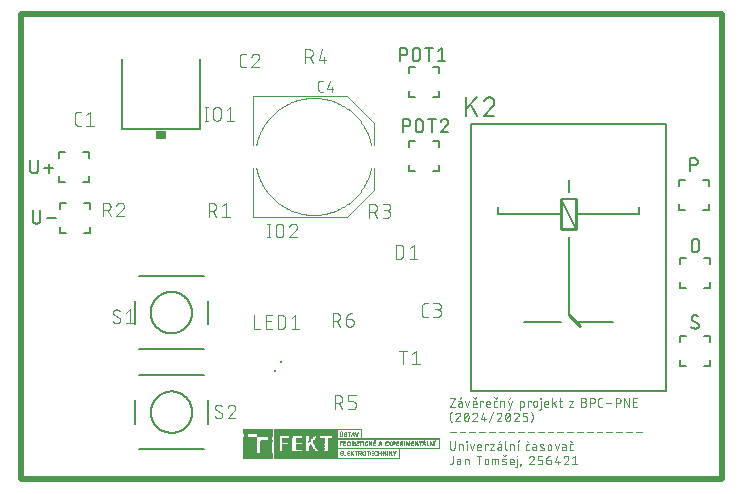
<source format=gbr>
G04 EAGLE Gerber RS-274X export*
G75*
%MOMM*%
%FSLAX34Y34*%
%LPD*%
%INSilkscreen Top*%
%IPPOS*%
%AMOC8*
5,1,8,0,0,1.08239X$1,22.5*%
G01*
%ADD10C,0.500000*%
%ADD11C,0.076200*%
%ADD12R,2.463800X0.025400*%
%ADD13R,10.744200X0.025400*%
%ADD14R,5.461000X0.025400*%
%ADD15R,0.050800X0.025400*%
%ADD16R,0.228600X0.025400*%
%ADD17R,0.203200X0.025400*%
%ADD18R,0.076200X0.025400*%
%ADD19R,0.254000X0.025400*%
%ADD20R,0.101600X0.025400*%
%ADD21R,0.127000X0.025400*%
%ADD22R,0.177800X0.025400*%
%ADD23R,1.168400X0.025400*%
%ADD24R,1.016000X0.025400*%
%ADD25R,0.152400X0.025400*%
%ADD26R,0.279400X0.025400*%
%ADD27R,1.143000X0.025400*%
%ADD28R,0.533400X0.025400*%
%ADD29R,0.838200X0.025400*%
%ADD30R,0.304800X0.025400*%
%ADD31R,0.508000X0.025400*%
%ADD32R,0.889000X0.025400*%
%ADD33R,0.482600X0.025400*%
%ADD34R,0.558800X0.025400*%
%ADD35R,0.457200X0.025400*%
%ADD36R,0.431800X0.025400*%
%ADD37R,0.584200X0.025400*%
%ADD38R,0.609600X0.025400*%
%ADD39R,0.406400X0.025400*%
%ADD40R,0.381000X0.025400*%
%ADD41R,0.635000X0.025400*%
%ADD42R,0.914400X0.025400*%
%ADD43R,0.660400X0.025400*%
%ADD44R,0.355600X0.025400*%
%ADD45R,9.550400X0.025400*%
%ADD46R,0.330200X0.025400*%
%ADD47R,0.685800X0.025400*%
%ADD48R,0.711200X0.025400*%
%ADD49R,0.736600X0.025400*%
%ADD50R,0.762000X0.025400*%
%ADD51R,0.787400X0.025400*%
%ADD52R,0.812800X0.025400*%
%ADD53R,0.025400X0.025400*%
%ADD54R,0.863600X0.025400*%
%ADD55R,0.939800X0.025400*%
%ADD56R,0.965200X0.025400*%
%ADD57R,0.990600X0.025400*%
%ADD58R,1.295400X0.025400*%
%ADD59R,1.320800X0.025400*%
%ADD60R,7.518400X0.025400*%
%ADD61C,0.101600*%
%ADD62C,0.203200*%
%ADD63R,0.863600X0.762000*%
%ADD64C,0.152400*%
%ADD65C,0.254000*%
%ADD66C,0.177800*%
%ADD67C,0.250000*%
%ADD68R,0.200000X0.200000*%
%ADD69C,0.127000*%


D10*
X0Y0D02*
X593600Y0D01*
X593600Y393600D01*
X0Y393600D01*
X0Y0D01*
D11*
X363284Y68707D02*
X367376Y68707D01*
X363284Y61341D01*
X367376Y61341D01*
X371668Y64206D02*
X373509Y64206D01*
X371668Y64205D02*
X371593Y64203D01*
X371518Y64197D01*
X371444Y64187D01*
X371370Y64174D01*
X371297Y64156D01*
X371225Y64135D01*
X371155Y64110D01*
X371086Y64081D01*
X371018Y64049D01*
X370952Y64013D01*
X370888Y63974D01*
X370826Y63932D01*
X370767Y63886D01*
X370710Y63837D01*
X370655Y63786D01*
X370604Y63731D01*
X370555Y63674D01*
X370509Y63615D01*
X370467Y63553D01*
X370428Y63489D01*
X370392Y63423D01*
X370360Y63355D01*
X370331Y63286D01*
X370306Y63216D01*
X370285Y63144D01*
X370267Y63071D01*
X370254Y62997D01*
X370244Y62923D01*
X370238Y62848D01*
X370236Y62773D01*
X370238Y62698D01*
X370244Y62623D01*
X370254Y62549D01*
X370267Y62475D01*
X370285Y62402D01*
X370306Y62330D01*
X370331Y62260D01*
X370360Y62191D01*
X370392Y62123D01*
X370428Y62057D01*
X370467Y61993D01*
X370509Y61931D01*
X370555Y61872D01*
X370604Y61815D01*
X370655Y61760D01*
X370710Y61709D01*
X370767Y61660D01*
X370826Y61614D01*
X370888Y61572D01*
X370952Y61533D01*
X371018Y61497D01*
X371086Y61465D01*
X371155Y61436D01*
X371225Y61411D01*
X371297Y61390D01*
X371370Y61372D01*
X371444Y61359D01*
X371518Y61349D01*
X371593Y61343D01*
X371668Y61341D01*
X373509Y61341D01*
X373509Y65024D01*
X373510Y65024D02*
X373508Y65093D01*
X373502Y65161D01*
X373493Y65230D01*
X373479Y65297D01*
X373462Y65364D01*
X373441Y65430D01*
X373417Y65494D01*
X373388Y65557D01*
X373357Y65618D01*
X373322Y65677D01*
X373284Y65735D01*
X373242Y65790D01*
X373198Y65842D01*
X373150Y65892D01*
X373100Y65940D01*
X373048Y65984D01*
X372993Y66026D01*
X372935Y66064D01*
X372876Y66099D01*
X372815Y66130D01*
X372752Y66159D01*
X372688Y66183D01*
X372622Y66204D01*
X372555Y66221D01*
X372488Y66235D01*
X372419Y66244D01*
X372351Y66250D01*
X372282Y66252D01*
X370645Y66252D01*
X371668Y68093D02*
X372895Y69525D01*
X376616Y66252D02*
X378253Y61341D01*
X379890Y66252D01*
X383940Y61341D02*
X385986Y61341D01*
X383940Y61341D02*
X383871Y61343D01*
X383803Y61349D01*
X383734Y61358D01*
X383667Y61372D01*
X383600Y61389D01*
X383534Y61410D01*
X383470Y61434D01*
X383407Y61463D01*
X383346Y61494D01*
X383287Y61529D01*
X383229Y61567D01*
X383174Y61609D01*
X383122Y61653D01*
X383072Y61701D01*
X383024Y61751D01*
X382980Y61803D01*
X382938Y61858D01*
X382900Y61916D01*
X382865Y61975D01*
X382834Y62036D01*
X382805Y62099D01*
X382781Y62163D01*
X382760Y62229D01*
X382743Y62296D01*
X382729Y62363D01*
X382720Y62432D01*
X382714Y62500D01*
X382712Y62569D01*
X382712Y64615D01*
X382714Y64694D01*
X382720Y64773D01*
X382729Y64852D01*
X382742Y64930D01*
X382760Y65007D01*
X382780Y65083D01*
X382805Y65158D01*
X382833Y65232D01*
X382864Y65305D01*
X382900Y65376D01*
X382938Y65445D01*
X382980Y65512D01*
X383025Y65577D01*
X383073Y65640D01*
X383124Y65701D01*
X383178Y65758D01*
X383234Y65814D01*
X383293Y65866D01*
X383355Y65916D01*
X383419Y65962D01*
X383485Y66006D01*
X383553Y66046D01*
X383623Y66082D01*
X383695Y66116D01*
X383769Y66146D01*
X383843Y66172D01*
X383919Y66195D01*
X383996Y66213D01*
X384073Y66229D01*
X384152Y66240D01*
X384230Y66248D01*
X384309Y66252D01*
X384389Y66252D01*
X384468Y66248D01*
X384546Y66240D01*
X384625Y66229D01*
X384702Y66213D01*
X384779Y66195D01*
X384855Y66172D01*
X384929Y66146D01*
X385003Y66116D01*
X385075Y66082D01*
X385145Y66046D01*
X385213Y66006D01*
X385279Y65962D01*
X385343Y65916D01*
X385405Y65866D01*
X385464Y65814D01*
X385520Y65758D01*
X385574Y65701D01*
X385625Y65640D01*
X385673Y65577D01*
X385718Y65512D01*
X385760Y65445D01*
X385798Y65376D01*
X385834Y65305D01*
X385865Y65232D01*
X385893Y65158D01*
X385918Y65083D01*
X385938Y65007D01*
X385956Y64930D01*
X385969Y64852D01*
X385978Y64773D01*
X385984Y64694D01*
X385986Y64615D01*
X385986Y63796D01*
X382712Y63796D01*
X384349Y68093D02*
X383121Y69321D01*
X384349Y68093D02*
X385577Y69321D01*
X389342Y66252D02*
X389342Y61341D01*
X389342Y66252D02*
X391797Y66252D01*
X391797Y65433D01*
X395400Y61341D02*
X397446Y61341D01*
X395400Y61341D02*
X395331Y61343D01*
X395263Y61349D01*
X395194Y61358D01*
X395127Y61372D01*
X395060Y61389D01*
X394994Y61410D01*
X394930Y61434D01*
X394867Y61463D01*
X394806Y61494D01*
X394747Y61529D01*
X394689Y61567D01*
X394634Y61609D01*
X394582Y61653D01*
X394532Y61701D01*
X394484Y61751D01*
X394440Y61803D01*
X394398Y61858D01*
X394360Y61916D01*
X394325Y61975D01*
X394294Y62036D01*
X394265Y62099D01*
X394241Y62163D01*
X394220Y62229D01*
X394203Y62296D01*
X394189Y62363D01*
X394180Y62432D01*
X394174Y62500D01*
X394172Y62569D01*
X394173Y62569D02*
X394173Y64615D01*
X394172Y64615D02*
X394174Y64694D01*
X394180Y64773D01*
X394189Y64852D01*
X394202Y64930D01*
X394220Y65007D01*
X394240Y65083D01*
X394265Y65158D01*
X394293Y65232D01*
X394324Y65305D01*
X394360Y65376D01*
X394398Y65445D01*
X394440Y65512D01*
X394485Y65577D01*
X394533Y65640D01*
X394584Y65701D01*
X394638Y65758D01*
X394694Y65814D01*
X394753Y65866D01*
X394815Y65916D01*
X394879Y65962D01*
X394945Y66006D01*
X395013Y66046D01*
X395083Y66082D01*
X395155Y66116D01*
X395229Y66146D01*
X395303Y66172D01*
X395379Y66195D01*
X395456Y66213D01*
X395533Y66229D01*
X395612Y66240D01*
X395690Y66248D01*
X395769Y66252D01*
X395849Y66252D01*
X395928Y66248D01*
X396006Y66240D01*
X396085Y66229D01*
X396162Y66213D01*
X396239Y66195D01*
X396315Y66172D01*
X396389Y66146D01*
X396463Y66116D01*
X396535Y66082D01*
X396605Y66046D01*
X396673Y66006D01*
X396739Y65962D01*
X396803Y65916D01*
X396865Y65866D01*
X396924Y65814D01*
X396980Y65758D01*
X397034Y65701D01*
X397085Y65640D01*
X397133Y65577D01*
X397178Y65512D01*
X397220Y65445D01*
X397258Y65376D01*
X397294Y65305D01*
X397325Y65232D01*
X397353Y65158D01*
X397378Y65083D01*
X397398Y65007D01*
X397416Y64930D01*
X397429Y64852D01*
X397438Y64773D01*
X397444Y64694D01*
X397446Y64615D01*
X397446Y63796D01*
X394173Y63796D01*
X401819Y61341D02*
X403455Y61341D01*
X401819Y61341D02*
X401750Y61343D01*
X401682Y61349D01*
X401613Y61358D01*
X401546Y61372D01*
X401479Y61389D01*
X401413Y61410D01*
X401349Y61434D01*
X401286Y61463D01*
X401225Y61494D01*
X401166Y61529D01*
X401108Y61567D01*
X401053Y61609D01*
X401001Y61653D01*
X400951Y61701D01*
X400903Y61751D01*
X400859Y61803D01*
X400817Y61858D01*
X400779Y61916D01*
X400744Y61975D01*
X400713Y62036D01*
X400684Y62099D01*
X400660Y62163D01*
X400639Y62229D01*
X400622Y62296D01*
X400608Y62363D01*
X400599Y62432D01*
X400593Y62500D01*
X400591Y62569D01*
X400591Y65024D01*
X400593Y65093D01*
X400599Y65161D01*
X400608Y65230D01*
X400622Y65297D01*
X400639Y65364D01*
X400660Y65430D01*
X400684Y65494D01*
X400713Y65557D01*
X400744Y65618D01*
X400779Y65677D01*
X400817Y65735D01*
X400859Y65790D01*
X400903Y65842D01*
X400951Y65892D01*
X401001Y65940D01*
X401053Y65984D01*
X401108Y66026D01*
X401166Y66064D01*
X401225Y66099D01*
X401286Y66130D01*
X401349Y66159D01*
X401413Y66183D01*
X401479Y66204D01*
X401546Y66221D01*
X401613Y66235D01*
X401682Y66244D01*
X401750Y66250D01*
X401819Y66252D01*
X403455Y66252D01*
X402228Y68093D02*
X401000Y69321D01*
X402228Y68093D02*
X403455Y69321D01*
X406121Y66252D02*
X406121Y61341D01*
X406121Y66252D02*
X408167Y66252D01*
X408236Y66250D01*
X408304Y66244D01*
X408373Y66235D01*
X408440Y66221D01*
X408507Y66204D01*
X408573Y66183D01*
X408637Y66159D01*
X408700Y66130D01*
X408761Y66099D01*
X408820Y66064D01*
X408878Y66026D01*
X408933Y65984D01*
X408985Y65940D01*
X409035Y65892D01*
X409083Y65842D01*
X409127Y65790D01*
X409169Y65735D01*
X409207Y65677D01*
X409242Y65618D01*
X409273Y65557D01*
X409302Y65494D01*
X409326Y65430D01*
X409347Y65364D01*
X409364Y65297D01*
X409378Y65230D01*
X409387Y65161D01*
X409393Y65093D01*
X409395Y65024D01*
X409394Y65024D02*
X409394Y61341D01*
X412461Y58886D02*
X413279Y58886D01*
X415734Y66252D01*
X412461Y66252D02*
X414097Y61341D01*
X413893Y68093D02*
X415120Y69525D01*
X422743Y66252D02*
X422743Y58886D01*
X422743Y66252D02*
X424789Y66252D01*
X424858Y66250D01*
X424926Y66244D01*
X424995Y66235D01*
X425062Y66221D01*
X425129Y66204D01*
X425195Y66183D01*
X425259Y66159D01*
X425322Y66130D01*
X425383Y66099D01*
X425442Y66064D01*
X425500Y66026D01*
X425555Y65984D01*
X425607Y65940D01*
X425657Y65892D01*
X425705Y65842D01*
X425749Y65790D01*
X425791Y65735D01*
X425829Y65677D01*
X425864Y65618D01*
X425895Y65557D01*
X425924Y65494D01*
X425948Y65430D01*
X425969Y65364D01*
X425986Y65297D01*
X426000Y65230D01*
X426009Y65161D01*
X426015Y65093D01*
X426017Y65024D01*
X426016Y65024D02*
X426016Y62569D01*
X426017Y62569D02*
X426015Y62500D01*
X426009Y62432D01*
X426000Y62363D01*
X425986Y62296D01*
X425969Y62229D01*
X425948Y62163D01*
X425924Y62099D01*
X425895Y62036D01*
X425864Y61975D01*
X425829Y61916D01*
X425791Y61858D01*
X425749Y61803D01*
X425705Y61751D01*
X425657Y61701D01*
X425607Y61653D01*
X425555Y61609D01*
X425500Y61568D01*
X425442Y61529D01*
X425383Y61494D01*
X425322Y61463D01*
X425259Y61434D01*
X425195Y61410D01*
X425129Y61389D01*
X425062Y61372D01*
X424995Y61358D01*
X424927Y61349D01*
X424858Y61343D01*
X424789Y61341D01*
X422743Y61341D01*
X429332Y61341D02*
X429332Y66252D01*
X431787Y66252D01*
X431787Y65433D01*
X434162Y64615D02*
X434162Y62978D01*
X434162Y64615D02*
X434164Y64694D01*
X434170Y64773D01*
X434179Y64852D01*
X434192Y64930D01*
X434210Y65007D01*
X434230Y65083D01*
X434255Y65158D01*
X434283Y65232D01*
X434314Y65305D01*
X434350Y65376D01*
X434388Y65445D01*
X434430Y65512D01*
X434475Y65577D01*
X434523Y65640D01*
X434574Y65701D01*
X434628Y65758D01*
X434684Y65814D01*
X434743Y65866D01*
X434805Y65916D01*
X434869Y65962D01*
X434935Y66006D01*
X435003Y66046D01*
X435073Y66082D01*
X435145Y66116D01*
X435219Y66146D01*
X435293Y66172D01*
X435369Y66195D01*
X435446Y66213D01*
X435523Y66229D01*
X435602Y66240D01*
X435680Y66248D01*
X435759Y66252D01*
X435839Y66252D01*
X435918Y66248D01*
X435996Y66240D01*
X436075Y66229D01*
X436152Y66213D01*
X436229Y66195D01*
X436305Y66172D01*
X436379Y66146D01*
X436453Y66116D01*
X436525Y66082D01*
X436595Y66046D01*
X436663Y66006D01*
X436729Y65962D01*
X436793Y65916D01*
X436855Y65866D01*
X436914Y65814D01*
X436970Y65758D01*
X437024Y65701D01*
X437075Y65640D01*
X437123Y65577D01*
X437168Y65512D01*
X437210Y65445D01*
X437248Y65376D01*
X437284Y65305D01*
X437315Y65232D01*
X437343Y65158D01*
X437368Y65083D01*
X437388Y65007D01*
X437406Y64930D01*
X437419Y64852D01*
X437428Y64773D01*
X437434Y64694D01*
X437436Y64615D01*
X437436Y62978D01*
X437434Y62899D01*
X437428Y62820D01*
X437419Y62741D01*
X437406Y62663D01*
X437388Y62586D01*
X437368Y62510D01*
X437343Y62435D01*
X437315Y62361D01*
X437284Y62288D01*
X437248Y62217D01*
X437210Y62148D01*
X437168Y62081D01*
X437123Y62016D01*
X437075Y61953D01*
X437024Y61892D01*
X436970Y61835D01*
X436914Y61779D01*
X436855Y61727D01*
X436793Y61677D01*
X436729Y61631D01*
X436663Y61587D01*
X436595Y61547D01*
X436525Y61511D01*
X436453Y61477D01*
X436379Y61447D01*
X436305Y61421D01*
X436229Y61398D01*
X436152Y61380D01*
X436075Y61364D01*
X435996Y61353D01*
X435918Y61345D01*
X435839Y61341D01*
X435759Y61341D01*
X435680Y61345D01*
X435602Y61353D01*
X435523Y61364D01*
X435446Y61380D01*
X435369Y61398D01*
X435293Y61421D01*
X435219Y61447D01*
X435145Y61477D01*
X435073Y61511D01*
X435003Y61547D01*
X434935Y61587D01*
X434869Y61631D01*
X434805Y61677D01*
X434743Y61727D01*
X434684Y61779D01*
X434628Y61835D01*
X434574Y61892D01*
X434523Y61953D01*
X434475Y62016D01*
X434430Y62081D01*
X434388Y62148D01*
X434350Y62217D01*
X434314Y62288D01*
X434283Y62361D01*
X434255Y62435D01*
X434230Y62510D01*
X434210Y62586D01*
X434192Y62663D01*
X434179Y62741D01*
X434170Y62820D01*
X434164Y62899D01*
X434162Y62978D01*
X440295Y60113D02*
X440295Y66252D01*
X440295Y60113D02*
X440293Y60044D01*
X440287Y59976D01*
X440278Y59907D01*
X440264Y59840D01*
X440247Y59773D01*
X440226Y59707D01*
X440202Y59643D01*
X440173Y59580D01*
X440142Y59519D01*
X440107Y59460D01*
X440069Y59402D01*
X440027Y59347D01*
X439983Y59295D01*
X439935Y59245D01*
X439885Y59197D01*
X439833Y59153D01*
X439778Y59112D01*
X439720Y59073D01*
X439661Y59038D01*
X439600Y59007D01*
X439537Y58978D01*
X439473Y58954D01*
X439407Y58933D01*
X439340Y58916D01*
X439273Y58902D01*
X439205Y58893D01*
X439136Y58887D01*
X439067Y58885D01*
X439067Y58886D02*
X438658Y58886D01*
X440090Y68298D02*
X440090Y68707D01*
X440499Y68707D01*
X440499Y68298D01*
X440090Y68298D01*
X444656Y61341D02*
X446702Y61341D01*
X444656Y61341D02*
X444587Y61343D01*
X444519Y61349D01*
X444450Y61358D01*
X444383Y61372D01*
X444316Y61389D01*
X444250Y61410D01*
X444186Y61434D01*
X444123Y61463D01*
X444062Y61494D01*
X444003Y61529D01*
X443945Y61567D01*
X443890Y61609D01*
X443838Y61653D01*
X443788Y61701D01*
X443740Y61751D01*
X443696Y61803D01*
X443654Y61858D01*
X443616Y61916D01*
X443581Y61975D01*
X443550Y62036D01*
X443521Y62099D01*
X443497Y62163D01*
X443476Y62229D01*
X443459Y62296D01*
X443445Y62363D01*
X443436Y62432D01*
X443430Y62500D01*
X443428Y62569D01*
X443428Y64615D01*
X443430Y64694D01*
X443436Y64773D01*
X443445Y64852D01*
X443458Y64930D01*
X443476Y65007D01*
X443496Y65083D01*
X443521Y65158D01*
X443549Y65232D01*
X443580Y65305D01*
X443616Y65376D01*
X443654Y65445D01*
X443696Y65512D01*
X443741Y65577D01*
X443789Y65640D01*
X443840Y65701D01*
X443894Y65758D01*
X443950Y65814D01*
X444009Y65866D01*
X444071Y65916D01*
X444135Y65962D01*
X444201Y66006D01*
X444269Y66046D01*
X444339Y66082D01*
X444411Y66116D01*
X444485Y66146D01*
X444559Y66172D01*
X444635Y66195D01*
X444712Y66213D01*
X444789Y66229D01*
X444868Y66240D01*
X444946Y66248D01*
X445025Y66252D01*
X445105Y66252D01*
X445184Y66248D01*
X445262Y66240D01*
X445341Y66229D01*
X445418Y66213D01*
X445495Y66195D01*
X445571Y66172D01*
X445645Y66146D01*
X445719Y66116D01*
X445791Y66082D01*
X445861Y66046D01*
X445929Y66006D01*
X445995Y65962D01*
X446059Y65916D01*
X446121Y65866D01*
X446180Y65814D01*
X446236Y65758D01*
X446290Y65701D01*
X446341Y65640D01*
X446389Y65577D01*
X446434Y65512D01*
X446476Y65445D01*
X446514Y65376D01*
X446550Y65305D01*
X446581Y65232D01*
X446609Y65158D01*
X446634Y65083D01*
X446654Y65007D01*
X446672Y64930D01*
X446685Y64852D01*
X446694Y64773D01*
X446700Y64694D01*
X446702Y64615D01*
X446702Y63796D01*
X443428Y63796D01*
X450106Y61341D02*
X450106Y68707D01*
X453380Y66252D02*
X450106Y63796D01*
X451538Y64819D02*
X453380Y61341D01*
X455477Y66252D02*
X457933Y66252D01*
X456296Y68707D02*
X456296Y62569D01*
X456295Y62569D02*
X456297Y62500D01*
X456303Y62432D01*
X456312Y62363D01*
X456326Y62296D01*
X456343Y62229D01*
X456364Y62163D01*
X456388Y62099D01*
X456417Y62036D01*
X456448Y61975D01*
X456483Y61916D01*
X456521Y61858D01*
X456563Y61803D01*
X456607Y61751D01*
X456655Y61701D01*
X456705Y61653D01*
X456757Y61609D01*
X456812Y61567D01*
X456870Y61529D01*
X456929Y61494D01*
X456990Y61463D01*
X457053Y61434D01*
X457117Y61410D01*
X457183Y61389D01*
X457250Y61372D01*
X457317Y61358D01*
X457386Y61349D01*
X457454Y61343D01*
X457523Y61341D01*
X457933Y61341D01*
X464398Y66252D02*
X467672Y66252D01*
X464398Y61341D01*
X467672Y61341D01*
X474836Y65433D02*
X476882Y65433D01*
X476971Y65431D01*
X477060Y65425D01*
X477149Y65415D01*
X477237Y65402D01*
X477325Y65385D01*
X477412Y65363D01*
X477497Y65338D01*
X477582Y65310D01*
X477665Y65277D01*
X477747Y65241D01*
X477827Y65202D01*
X477905Y65159D01*
X477981Y65113D01*
X478056Y65063D01*
X478128Y65010D01*
X478197Y64954D01*
X478264Y64895D01*
X478329Y64834D01*
X478390Y64769D01*
X478449Y64702D01*
X478505Y64633D01*
X478558Y64561D01*
X478608Y64486D01*
X478654Y64410D01*
X478697Y64332D01*
X478736Y64252D01*
X478772Y64170D01*
X478805Y64087D01*
X478833Y64002D01*
X478858Y63917D01*
X478880Y63830D01*
X478897Y63742D01*
X478910Y63654D01*
X478920Y63565D01*
X478926Y63476D01*
X478928Y63387D01*
X478926Y63298D01*
X478920Y63209D01*
X478910Y63120D01*
X478897Y63032D01*
X478880Y62944D01*
X478858Y62857D01*
X478833Y62772D01*
X478805Y62687D01*
X478772Y62604D01*
X478736Y62522D01*
X478697Y62442D01*
X478654Y62364D01*
X478608Y62288D01*
X478558Y62213D01*
X478505Y62141D01*
X478449Y62072D01*
X478390Y62005D01*
X478329Y61940D01*
X478264Y61879D01*
X478197Y61820D01*
X478128Y61764D01*
X478056Y61711D01*
X477981Y61661D01*
X477905Y61615D01*
X477827Y61572D01*
X477747Y61533D01*
X477665Y61497D01*
X477582Y61464D01*
X477497Y61436D01*
X477412Y61411D01*
X477325Y61389D01*
X477237Y61372D01*
X477149Y61359D01*
X477060Y61349D01*
X476971Y61343D01*
X476882Y61341D01*
X474836Y61341D01*
X474836Y68707D01*
X476882Y68707D01*
X476961Y68705D01*
X477040Y68699D01*
X477119Y68690D01*
X477197Y68677D01*
X477274Y68659D01*
X477350Y68639D01*
X477425Y68614D01*
X477499Y68586D01*
X477572Y68555D01*
X477643Y68519D01*
X477712Y68481D01*
X477779Y68439D01*
X477844Y68394D01*
X477907Y68346D01*
X477968Y68295D01*
X478025Y68241D01*
X478081Y68185D01*
X478133Y68126D01*
X478183Y68064D01*
X478229Y68000D01*
X478273Y67934D01*
X478313Y67866D01*
X478349Y67796D01*
X478383Y67724D01*
X478413Y67650D01*
X478439Y67576D01*
X478462Y67500D01*
X478480Y67423D01*
X478496Y67346D01*
X478507Y67267D01*
X478515Y67189D01*
X478519Y67110D01*
X478519Y67030D01*
X478515Y66951D01*
X478507Y66873D01*
X478496Y66794D01*
X478480Y66717D01*
X478462Y66640D01*
X478439Y66564D01*
X478413Y66490D01*
X478383Y66416D01*
X478349Y66344D01*
X478313Y66274D01*
X478273Y66206D01*
X478229Y66140D01*
X478183Y66076D01*
X478133Y66014D01*
X478081Y65955D01*
X478025Y65899D01*
X477968Y65845D01*
X477907Y65794D01*
X477844Y65746D01*
X477779Y65701D01*
X477712Y65659D01*
X477643Y65621D01*
X477572Y65585D01*
X477499Y65554D01*
X477425Y65526D01*
X477350Y65501D01*
X477274Y65481D01*
X477197Y65463D01*
X477119Y65450D01*
X477040Y65441D01*
X476961Y65435D01*
X476882Y65433D01*
X482151Y68707D02*
X482151Y61341D01*
X482151Y68707D02*
X484197Y68707D01*
X484286Y68705D01*
X484375Y68699D01*
X484464Y68689D01*
X484552Y68676D01*
X484640Y68659D01*
X484727Y68637D01*
X484812Y68612D01*
X484897Y68584D01*
X484980Y68551D01*
X485062Y68515D01*
X485142Y68476D01*
X485220Y68433D01*
X485296Y68387D01*
X485371Y68337D01*
X485443Y68284D01*
X485512Y68228D01*
X485579Y68169D01*
X485644Y68108D01*
X485705Y68043D01*
X485764Y67976D01*
X485820Y67907D01*
X485873Y67835D01*
X485923Y67760D01*
X485969Y67684D01*
X486012Y67606D01*
X486051Y67526D01*
X486087Y67444D01*
X486120Y67361D01*
X486148Y67276D01*
X486173Y67191D01*
X486195Y67104D01*
X486212Y67016D01*
X486225Y66928D01*
X486235Y66839D01*
X486241Y66750D01*
X486243Y66661D01*
X486241Y66572D01*
X486235Y66483D01*
X486225Y66394D01*
X486212Y66306D01*
X486195Y66218D01*
X486173Y66131D01*
X486148Y66046D01*
X486120Y65961D01*
X486087Y65878D01*
X486051Y65796D01*
X486012Y65716D01*
X485969Y65638D01*
X485923Y65562D01*
X485873Y65487D01*
X485820Y65415D01*
X485764Y65346D01*
X485705Y65279D01*
X485644Y65214D01*
X485579Y65153D01*
X485512Y65094D01*
X485443Y65038D01*
X485371Y64985D01*
X485296Y64935D01*
X485220Y64889D01*
X485142Y64846D01*
X485062Y64807D01*
X484980Y64771D01*
X484897Y64738D01*
X484812Y64710D01*
X484727Y64685D01*
X484640Y64663D01*
X484552Y64646D01*
X484464Y64633D01*
X484375Y64623D01*
X484286Y64617D01*
X484197Y64615D01*
X482151Y64615D01*
X490718Y61341D02*
X492355Y61341D01*
X490718Y61341D02*
X490640Y61343D01*
X490562Y61348D01*
X490485Y61358D01*
X490408Y61371D01*
X490332Y61387D01*
X490257Y61407D01*
X490183Y61431D01*
X490110Y61458D01*
X490038Y61489D01*
X489968Y61523D01*
X489900Y61560D01*
X489833Y61601D01*
X489768Y61645D01*
X489706Y61691D01*
X489646Y61741D01*
X489588Y61793D01*
X489533Y61848D01*
X489481Y61906D01*
X489431Y61966D01*
X489385Y62028D01*
X489341Y62093D01*
X489300Y62160D01*
X489263Y62228D01*
X489229Y62298D01*
X489198Y62370D01*
X489171Y62443D01*
X489147Y62517D01*
X489127Y62592D01*
X489111Y62668D01*
X489098Y62745D01*
X489088Y62822D01*
X489083Y62900D01*
X489081Y62978D01*
X489081Y67070D01*
X489083Y67150D01*
X489089Y67230D01*
X489099Y67310D01*
X489112Y67389D01*
X489130Y67468D01*
X489151Y67545D01*
X489177Y67621D01*
X489206Y67696D01*
X489238Y67770D01*
X489274Y67842D01*
X489314Y67912D01*
X489357Y67979D01*
X489403Y68045D01*
X489453Y68108D01*
X489505Y68169D01*
X489560Y68228D01*
X489619Y68283D01*
X489679Y68335D01*
X489743Y68385D01*
X489809Y68431D01*
X489876Y68474D01*
X489946Y68514D01*
X490018Y68550D01*
X490092Y68582D01*
X490166Y68611D01*
X490243Y68637D01*
X490320Y68658D01*
X490399Y68676D01*
X490478Y68689D01*
X490558Y68699D01*
X490638Y68705D01*
X490718Y68707D01*
X492355Y68707D01*
X495279Y64206D02*
X500190Y64206D01*
X503852Y61341D02*
X503852Y68707D01*
X505899Y68707D01*
X505988Y68705D01*
X506077Y68699D01*
X506166Y68689D01*
X506254Y68676D01*
X506342Y68659D01*
X506429Y68637D01*
X506514Y68612D01*
X506599Y68584D01*
X506682Y68551D01*
X506764Y68515D01*
X506844Y68476D01*
X506922Y68433D01*
X506998Y68387D01*
X507073Y68337D01*
X507145Y68284D01*
X507214Y68228D01*
X507281Y68169D01*
X507346Y68108D01*
X507407Y68043D01*
X507466Y67976D01*
X507522Y67907D01*
X507575Y67835D01*
X507625Y67760D01*
X507671Y67684D01*
X507714Y67606D01*
X507753Y67526D01*
X507789Y67444D01*
X507822Y67361D01*
X507850Y67276D01*
X507875Y67191D01*
X507897Y67104D01*
X507914Y67016D01*
X507927Y66928D01*
X507937Y66839D01*
X507943Y66750D01*
X507945Y66661D01*
X507943Y66572D01*
X507937Y66483D01*
X507927Y66394D01*
X507914Y66306D01*
X507897Y66218D01*
X507875Y66131D01*
X507850Y66046D01*
X507822Y65961D01*
X507789Y65878D01*
X507753Y65796D01*
X507714Y65716D01*
X507671Y65638D01*
X507625Y65562D01*
X507575Y65487D01*
X507522Y65415D01*
X507466Y65346D01*
X507407Y65279D01*
X507346Y65214D01*
X507281Y65153D01*
X507214Y65094D01*
X507145Y65038D01*
X507073Y64985D01*
X506998Y64935D01*
X506922Y64889D01*
X506844Y64846D01*
X506764Y64807D01*
X506682Y64771D01*
X506599Y64738D01*
X506514Y64710D01*
X506429Y64685D01*
X506342Y64663D01*
X506254Y64646D01*
X506166Y64633D01*
X506077Y64623D01*
X505988Y64617D01*
X505899Y64615D01*
X503852Y64615D01*
X511050Y61341D02*
X511050Y68707D01*
X515142Y61341D01*
X515142Y68707D01*
X518869Y61341D02*
X522142Y61341D01*
X518869Y61341D02*
X518869Y68707D01*
X522142Y68707D01*
X521324Y65433D02*
X518869Y65433D01*
X364920Y57333D02*
X364813Y57203D01*
X364710Y57070D01*
X364609Y56935D01*
X364512Y56797D01*
X364419Y56657D01*
X364328Y56514D01*
X364241Y56370D01*
X364158Y56223D01*
X364078Y56075D01*
X364002Y55924D01*
X363930Y55772D01*
X363861Y55618D01*
X363796Y55463D01*
X363734Y55306D01*
X363677Y55148D01*
X363623Y54988D01*
X363573Y54827D01*
X363527Y54665D01*
X363485Y54501D01*
X363447Y54337D01*
X363412Y54172D01*
X363382Y54006D01*
X363356Y53840D01*
X363334Y53673D01*
X363315Y53505D01*
X363301Y53337D01*
X363291Y53169D01*
X363285Y53001D01*
X363283Y52832D01*
X363285Y52663D01*
X363291Y52495D01*
X363301Y52327D01*
X363315Y52159D01*
X363334Y51991D01*
X363356Y51824D01*
X363382Y51658D01*
X363412Y51492D01*
X363447Y51327D01*
X363485Y51163D01*
X363527Y50999D01*
X363573Y50837D01*
X363623Y50676D01*
X363677Y50516D01*
X363734Y50358D01*
X363796Y50201D01*
X363861Y50046D01*
X363930Y49892D01*
X364002Y49740D01*
X364078Y49589D01*
X364158Y49441D01*
X364241Y49294D01*
X364328Y49150D01*
X364419Y49007D01*
X364512Y48867D01*
X364609Y48729D01*
X364710Y48594D01*
X364813Y48461D01*
X364920Y48331D01*
X371980Y54674D02*
X371978Y54759D01*
X371972Y54844D01*
X371962Y54928D01*
X371949Y55012D01*
X371931Y55096D01*
X371910Y55178D01*
X371885Y55259D01*
X371856Y55339D01*
X371823Y55418D01*
X371787Y55495D01*
X371747Y55570D01*
X371704Y55644D01*
X371658Y55715D01*
X371608Y55784D01*
X371555Y55851D01*
X371499Y55915D01*
X371440Y55976D01*
X371379Y56035D01*
X371315Y56091D01*
X371248Y56144D01*
X371179Y56194D01*
X371108Y56240D01*
X371034Y56283D01*
X370959Y56323D01*
X370882Y56359D01*
X370803Y56392D01*
X370723Y56421D01*
X370642Y56446D01*
X370560Y56467D01*
X370476Y56485D01*
X370392Y56498D01*
X370308Y56508D01*
X370223Y56514D01*
X370138Y56516D01*
X370138Y56515D02*
X370042Y56513D01*
X369946Y56507D01*
X369851Y56497D01*
X369756Y56484D01*
X369661Y56466D01*
X369568Y56445D01*
X369475Y56420D01*
X369384Y56391D01*
X369293Y56359D01*
X369204Y56323D01*
X369117Y56283D01*
X369031Y56240D01*
X368947Y56194D01*
X368865Y56144D01*
X368785Y56090D01*
X368708Y56034D01*
X368633Y55974D01*
X368560Y55912D01*
X368490Y55846D01*
X368422Y55778D01*
X368357Y55707D01*
X368296Y55634D01*
X368237Y55558D01*
X368181Y55479D01*
X368129Y55399D01*
X368080Y55316D01*
X368034Y55232D01*
X367992Y55146D01*
X367954Y55058D01*
X367919Y54969D01*
X367887Y54878D01*
X371366Y53242D02*
X371426Y53301D01*
X371483Y53363D01*
X371538Y53427D01*
X371589Y53494D01*
X371638Y53563D01*
X371684Y53633D01*
X371727Y53706D01*
X371767Y53780D01*
X371803Y53856D01*
X371836Y53934D01*
X371866Y54013D01*
X371893Y54093D01*
X371916Y54174D01*
X371935Y54256D01*
X371951Y54338D01*
X371964Y54422D01*
X371973Y54506D01*
X371978Y54590D01*
X371980Y54674D01*
X371366Y53241D02*
X367888Y49149D01*
X371980Y49149D01*
X375203Y52832D02*
X375205Y52985D01*
X375211Y53138D01*
X375220Y53290D01*
X375234Y53443D01*
X375251Y53595D01*
X375272Y53746D01*
X375297Y53897D01*
X375326Y54047D01*
X375358Y54197D01*
X375395Y54345D01*
X375435Y54493D01*
X375478Y54640D01*
X375526Y54785D01*
X375577Y54929D01*
X375631Y55072D01*
X375690Y55214D01*
X375751Y55353D01*
X375817Y55492D01*
X375843Y55562D01*
X375873Y55632D01*
X375906Y55699D01*
X375942Y55765D01*
X375981Y55829D01*
X376024Y55891D01*
X376070Y55950D01*
X376118Y56008D01*
X376169Y56062D01*
X376223Y56115D01*
X376280Y56164D01*
X376339Y56211D01*
X376400Y56254D01*
X376463Y56295D01*
X376528Y56332D01*
X376595Y56367D01*
X376664Y56397D01*
X376734Y56425D01*
X376805Y56448D01*
X376877Y56469D01*
X376950Y56485D01*
X377024Y56498D01*
X377099Y56508D01*
X377174Y56513D01*
X377249Y56515D01*
X377324Y56513D01*
X377399Y56508D01*
X377474Y56498D01*
X377548Y56485D01*
X377621Y56469D01*
X377693Y56448D01*
X377764Y56425D01*
X377834Y56397D01*
X377903Y56367D01*
X377970Y56332D01*
X378035Y56295D01*
X378098Y56254D01*
X378159Y56211D01*
X378218Y56164D01*
X378275Y56115D01*
X378329Y56062D01*
X378380Y56008D01*
X378429Y55950D01*
X378474Y55891D01*
X378517Y55829D01*
X378556Y55765D01*
X378593Y55699D01*
X378625Y55631D01*
X378655Y55562D01*
X378681Y55492D01*
X378746Y55354D01*
X378808Y55214D01*
X378866Y55072D01*
X378921Y54929D01*
X378972Y54785D01*
X379020Y54640D01*
X379063Y54493D01*
X379103Y54346D01*
X379140Y54197D01*
X379172Y54047D01*
X379201Y53897D01*
X379226Y53746D01*
X379247Y53595D01*
X379264Y53443D01*
X379278Y53290D01*
X379287Y53138D01*
X379293Y52985D01*
X379295Y52832D01*
X375202Y52832D02*
X375204Y52679D01*
X375210Y52526D01*
X375219Y52373D01*
X375233Y52221D01*
X375250Y52069D01*
X375271Y51918D01*
X375296Y51767D01*
X375325Y51616D01*
X375357Y51467D01*
X375394Y51318D01*
X375434Y51171D01*
X375477Y51024D01*
X375525Y50879D01*
X375576Y50734D01*
X375631Y50592D01*
X375689Y50450D01*
X375751Y50310D01*
X375816Y50172D01*
X375817Y50172D02*
X375843Y50101D01*
X375873Y50032D01*
X375906Y49965D01*
X375942Y49899D01*
X375981Y49835D01*
X376024Y49773D01*
X376070Y49714D01*
X376118Y49656D01*
X376169Y49602D01*
X376223Y49549D01*
X376280Y49500D01*
X376339Y49453D01*
X376400Y49410D01*
X376463Y49369D01*
X376528Y49332D01*
X376595Y49297D01*
X376664Y49267D01*
X376734Y49239D01*
X376805Y49216D01*
X376877Y49195D01*
X376950Y49179D01*
X377024Y49166D01*
X377099Y49156D01*
X377174Y49151D01*
X377249Y49149D01*
X378681Y50172D02*
X378746Y50310D01*
X378808Y50450D01*
X378866Y50592D01*
X378921Y50735D01*
X378972Y50879D01*
X379020Y51024D01*
X379063Y51171D01*
X379103Y51319D01*
X379140Y51467D01*
X379172Y51617D01*
X379201Y51767D01*
X379226Y51918D01*
X379247Y52069D01*
X379264Y52221D01*
X379278Y52374D01*
X379287Y52526D01*
X379293Y52679D01*
X379295Y52832D01*
X378681Y50172D02*
X378655Y50102D01*
X378625Y50032D01*
X378593Y49965D01*
X378556Y49899D01*
X378517Y49835D01*
X378474Y49773D01*
X378428Y49714D01*
X378380Y49656D01*
X378329Y49602D01*
X378275Y49549D01*
X378218Y49500D01*
X378159Y49453D01*
X378098Y49410D01*
X378035Y49369D01*
X377970Y49332D01*
X377903Y49297D01*
X377834Y49267D01*
X377764Y49239D01*
X377693Y49216D01*
X377621Y49195D01*
X377548Y49179D01*
X377474Y49166D01*
X377399Y49156D01*
X377324Y49151D01*
X377249Y49149D01*
X375612Y50786D02*
X378886Y54878D01*
X384769Y56516D02*
X384854Y56514D01*
X384939Y56508D01*
X385023Y56498D01*
X385107Y56485D01*
X385191Y56467D01*
X385273Y56446D01*
X385354Y56421D01*
X385434Y56392D01*
X385513Y56359D01*
X385590Y56323D01*
X385665Y56283D01*
X385739Y56240D01*
X385810Y56194D01*
X385879Y56144D01*
X385946Y56091D01*
X386010Y56035D01*
X386071Y55976D01*
X386130Y55915D01*
X386186Y55851D01*
X386239Y55784D01*
X386289Y55715D01*
X386335Y55644D01*
X386378Y55570D01*
X386418Y55495D01*
X386454Y55418D01*
X386487Y55339D01*
X386516Y55259D01*
X386541Y55178D01*
X386562Y55096D01*
X386580Y55012D01*
X386593Y54928D01*
X386603Y54844D01*
X386609Y54759D01*
X386611Y54674D01*
X384769Y56515D02*
X384673Y56513D01*
X384577Y56507D01*
X384482Y56497D01*
X384387Y56484D01*
X384292Y56466D01*
X384199Y56445D01*
X384106Y56420D01*
X384015Y56391D01*
X383924Y56359D01*
X383835Y56323D01*
X383748Y56283D01*
X383662Y56240D01*
X383578Y56194D01*
X383496Y56144D01*
X383416Y56090D01*
X383339Y56034D01*
X383264Y55974D01*
X383191Y55912D01*
X383121Y55846D01*
X383053Y55778D01*
X382988Y55707D01*
X382927Y55634D01*
X382868Y55558D01*
X382812Y55479D01*
X382760Y55399D01*
X382711Y55316D01*
X382665Y55232D01*
X382623Y55146D01*
X382585Y55058D01*
X382550Y54969D01*
X382518Y54878D01*
X385996Y53242D02*
X386056Y53301D01*
X386113Y53363D01*
X386168Y53427D01*
X386219Y53494D01*
X386268Y53563D01*
X386314Y53633D01*
X386357Y53706D01*
X386397Y53780D01*
X386433Y53856D01*
X386466Y53934D01*
X386496Y54013D01*
X386523Y54093D01*
X386546Y54174D01*
X386565Y54256D01*
X386581Y54338D01*
X386594Y54422D01*
X386603Y54506D01*
X386608Y54590D01*
X386610Y54674D01*
X385996Y53241D02*
X382518Y49149D01*
X386610Y49149D01*
X389833Y50786D02*
X391470Y56515D01*
X389833Y50786D02*
X393925Y50786D01*
X392698Y52423D02*
X392698Y49149D01*
X396826Y48331D02*
X400100Y57333D01*
X405251Y56516D02*
X405336Y56514D01*
X405421Y56508D01*
X405505Y56498D01*
X405589Y56485D01*
X405673Y56467D01*
X405755Y56446D01*
X405836Y56421D01*
X405916Y56392D01*
X405995Y56359D01*
X406072Y56323D01*
X406147Y56283D01*
X406221Y56240D01*
X406292Y56194D01*
X406361Y56144D01*
X406428Y56091D01*
X406492Y56035D01*
X406553Y55976D01*
X406612Y55915D01*
X406668Y55851D01*
X406721Y55784D01*
X406771Y55715D01*
X406817Y55644D01*
X406860Y55570D01*
X406900Y55495D01*
X406936Y55418D01*
X406969Y55339D01*
X406998Y55259D01*
X407023Y55178D01*
X407044Y55096D01*
X407062Y55012D01*
X407075Y54928D01*
X407085Y54844D01*
X407091Y54759D01*
X407093Y54674D01*
X405251Y56515D02*
X405155Y56513D01*
X405059Y56507D01*
X404964Y56497D01*
X404869Y56484D01*
X404774Y56466D01*
X404681Y56445D01*
X404588Y56420D01*
X404497Y56391D01*
X404406Y56359D01*
X404317Y56323D01*
X404230Y56283D01*
X404144Y56240D01*
X404060Y56194D01*
X403978Y56144D01*
X403898Y56090D01*
X403821Y56034D01*
X403746Y55974D01*
X403673Y55912D01*
X403603Y55846D01*
X403535Y55778D01*
X403470Y55707D01*
X403409Y55634D01*
X403350Y55558D01*
X403294Y55479D01*
X403242Y55399D01*
X403193Y55316D01*
X403147Y55232D01*
X403105Y55146D01*
X403067Y55058D01*
X403032Y54969D01*
X403000Y54878D01*
X406479Y53242D02*
X406539Y53301D01*
X406596Y53363D01*
X406651Y53427D01*
X406702Y53494D01*
X406751Y53563D01*
X406797Y53633D01*
X406840Y53706D01*
X406880Y53780D01*
X406916Y53856D01*
X406949Y53934D01*
X406979Y54013D01*
X407006Y54093D01*
X407029Y54174D01*
X407048Y54256D01*
X407064Y54338D01*
X407077Y54422D01*
X407086Y54506D01*
X407091Y54590D01*
X407093Y54674D01*
X406479Y53241D02*
X403001Y49149D01*
X407093Y49149D01*
X410316Y52832D02*
X410318Y52985D01*
X410324Y53138D01*
X410333Y53290D01*
X410347Y53443D01*
X410364Y53595D01*
X410385Y53746D01*
X410410Y53897D01*
X410439Y54047D01*
X410471Y54197D01*
X410508Y54345D01*
X410548Y54493D01*
X410591Y54640D01*
X410639Y54785D01*
X410690Y54929D01*
X410744Y55072D01*
X410803Y55214D01*
X410864Y55353D01*
X410930Y55492D01*
X410956Y55562D01*
X410986Y55632D01*
X411019Y55699D01*
X411055Y55765D01*
X411094Y55829D01*
X411137Y55891D01*
X411183Y55950D01*
X411231Y56008D01*
X411282Y56062D01*
X411336Y56115D01*
X411393Y56164D01*
X411452Y56211D01*
X411513Y56254D01*
X411576Y56295D01*
X411641Y56332D01*
X411708Y56367D01*
X411777Y56397D01*
X411847Y56425D01*
X411918Y56448D01*
X411990Y56469D01*
X412063Y56485D01*
X412137Y56498D01*
X412212Y56508D01*
X412287Y56513D01*
X412362Y56515D01*
X412437Y56513D01*
X412512Y56508D01*
X412587Y56498D01*
X412661Y56485D01*
X412734Y56469D01*
X412806Y56448D01*
X412877Y56425D01*
X412947Y56397D01*
X413016Y56367D01*
X413083Y56332D01*
X413148Y56295D01*
X413211Y56254D01*
X413272Y56211D01*
X413331Y56164D01*
X413388Y56115D01*
X413442Y56062D01*
X413493Y56008D01*
X413542Y55950D01*
X413587Y55891D01*
X413630Y55829D01*
X413669Y55765D01*
X413706Y55699D01*
X413738Y55631D01*
X413768Y55562D01*
X413794Y55492D01*
X413859Y55354D01*
X413921Y55214D01*
X413979Y55072D01*
X414034Y54929D01*
X414085Y54785D01*
X414133Y54640D01*
X414176Y54493D01*
X414216Y54346D01*
X414253Y54197D01*
X414285Y54047D01*
X414314Y53897D01*
X414339Y53746D01*
X414360Y53595D01*
X414377Y53443D01*
X414391Y53290D01*
X414400Y53138D01*
X414406Y52985D01*
X414408Y52832D01*
X410315Y52832D02*
X410317Y52679D01*
X410323Y52526D01*
X410332Y52373D01*
X410346Y52221D01*
X410363Y52069D01*
X410384Y51918D01*
X410409Y51767D01*
X410438Y51616D01*
X410470Y51467D01*
X410507Y51318D01*
X410547Y51171D01*
X410590Y51024D01*
X410638Y50879D01*
X410689Y50734D01*
X410744Y50592D01*
X410802Y50450D01*
X410864Y50310D01*
X410929Y50172D01*
X410930Y50172D02*
X410956Y50101D01*
X410986Y50032D01*
X411019Y49965D01*
X411055Y49899D01*
X411094Y49835D01*
X411137Y49773D01*
X411183Y49714D01*
X411231Y49656D01*
X411282Y49602D01*
X411336Y49549D01*
X411393Y49500D01*
X411452Y49453D01*
X411513Y49410D01*
X411576Y49369D01*
X411641Y49332D01*
X411708Y49297D01*
X411777Y49267D01*
X411847Y49239D01*
X411918Y49216D01*
X411990Y49195D01*
X412063Y49179D01*
X412137Y49166D01*
X412212Y49156D01*
X412287Y49151D01*
X412362Y49149D01*
X413794Y50172D02*
X413859Y50310D01*
X413921Y50450D01*
X413979Y50592D01*
X414034Y50735D01*
X414085Y50879D01*
X414133Y51024D01*
X414176Y51171D01*
X414216Y51319D01*
X414253Y51467D01*
X414285Y51617D01*
X414314Y51767D01*
X414339Y51918D01*
X414360Y52069D01*
X414377Y52221D01*
X414391Y52374D01*
X414400Y52526D01*
X414406Y52679D01*
X414408Y52832D01*
X413794Y50172D02*
X413768Y50102D01*
X413738Y50032D01*
X413706Y49965D01*
X413669Y49899D01*
X413630Y49835D01*
X413587Y49773D01*
X413541Y49714D01*
X413493Y49656D01*
X413442Y49602D01*
X413388Y49549D01*
X413331Y49500D01*
X413272Y49453D01*
X413211Y49410D01*
X413148Y49369D01*
X413083Y49332D01*
X413016Y49297D01*
X412947Y49267D01*
X412877Y49239D01*
X412806Y49216D01*
X412734Y49195D01*
X412661Y49179D01*
X412587Y49166D01*
X412512Y49156D01*
X412437Y49151D01*
X412362Y49149D01*
X410725Y50786D02*
X413999Y54878D01*
X419882Y56516D02*
X419967Y56514D01*
X420052Y56508D01*
X420136Y56498D01*
X420220Y56485D01*
X420304Y56467D01*
X420386Y56446D01*
X420467Y56421D01*
X420547Y56392D01*
X420626Y56359D01*
X420703Y56323D01*
X420778Y56283D01*
X420852Y56240D01*
X420923Y56194D01*
X420992Y56144D01*
X421059Y56091D01*
X421123Y56035D01*
X421184Y55976D01*
X421243Y55915D01*
X421299Y55851D01*
X421352Y55784D01*
X421402Y55715D01*
X421448Y55644D01*
X421491Y55570D01*
X421531Y55495D01*
X421567Y55418D01*
X421600Y55339D01*
X421629Y55259D01*
X421654Y55178D01*
X421675Y55096D01*
X421693Y55012D01*
X421706Y54928D01*
X421716Y54844D01*
X421722Y54759D01*
X421724Y54674D01*
X419882Y56515D02*
X419786Y56513D01*
X419690Y56507D01*
X419595Y56497D01*
X419500Y56484D01*
X419405Y56466D01*
X419312Y56445D01*
X419219Y56420D01*
X419128Y56391D01*
X419037Y56359D01*
X418948Y56323D01*
X418861Y56283D01*
X418775Y56240D01*
X418691Y56194D01*
X418609Y56144D01*
X418529Y56090D01*
X418452Y56034D01*
X418377Y55974D01*
X418304Y55912D01*
X418234Y55846D01*
X418166Y55778D01*
X418101Y55707D01*
X418040Y55634D01*
X417981Y55558D01*
X417925Y55479D01*
X417873Y55399D01*
X417824Y55316D01*
X417778Y55232D01*
X417736Y55146D01*
X417698Y55058D01*
X417663Y54969D01*
X417631Y54878D01*
X421109Y53242D02*
X421169Y53301D01*
X421226Y53363D01*
X421281Y53427D01*
X421332Y53494D01*
X421381Y53563D01*
X421427Y53633D01*
X421470Y53706D01*
X421510Y53780D01*
X421546Y53856D01*
X421579Y53934D01*
X421609Y54013D01*
X421636Y54093D01*
X421659Y54174D01*
X421678Y54256D01*
X421694Y54338D01*
X421707Y54422D01*
X421716Y54506D01*
X421721Y54590D01*
X421723Y54674D01*
X421109Y53241D02*
X417631Y49149D01*
X421723Y49149D01*
X424946Y49149D02*
X427402Y49149D01*
X427480Y49151D01*
X427558Y49156D01*
X427635Y49166D01*
X427712Y49179D01*
X427788Y49195D01*
X427863Y49215D01*
X427937Y49239D01*
X428010Y49266D01*
X428082Y49297D01*
X428152Y49331D01*
X428221Y49368D01*
X428287Y49409D01*
X428352Y49453D01*
X428414Y49499D01*
X428474Y49549D01*
X428532Y49601D01*
X428587Y49656D01*
X428639Y49714D01*
X428689Y49774D01*
X428735Y49836D01*
X428779Y49901D01*
X428820Y49968D01*
X428857Y50036D01*
X428891Y50106D01*
X428922Y50178D01*
X428949Y50251D01*
X428973Y50325D01*
X428993Y50400D01*
X429009Y50476D01*
X429022Y50553D01*
X429032Y50630D01*
X429037Y50708D01*
X429039Y50786D01*
X429038Y50786D02*
X429038Y51604D01*
X429039Y51604D02*
X429037Y51682D01*
X429032Y51760D01*
X429022Y51837D01*
X429009Y51914D01*
X428993Y51990D01*
X428973Y52065D01*
X428949Y52139D01*
X428922Y52212D01*
X428891Y52284D01*
X428857Y52354D01*
X428820Y52423D01*
X428779Y52489D01*
X428735Y52554D01*
X428689Y52616D01*
X428639Y52676D01*
X428587Y52734D01*
X428532Y52789D01*
X428474Y52841D01*
X428414Y52891D01*
X428352Y52937D01*
X428287Y52981D01*
X428221Y53022D01*
X428152Y53059D01*
X428082Y53093D01*
X428010Y53124D01*
X427937Y53151D01*
X427863Y53175D01*
X427788Y53195D01*
X427712Y53211D01*
X427635Y53224D01*
X427558Y53234D01*
X427480Y53239D01*
X427402Y53241D01*
X424946Y53241D01*
X424946Y56515D01*
X429038Y56515D01*
X433642Y52832D02*
X433640Y52663D01*
X433634Y52495D01*
X433624Y52327D01*
X433610Y52159D01*
X433591Y51991D01*
X433569Y51824D01*
X433543Y51658D01*
X433513Y51492D01*
X433478Y51327D01*
X433440Y51163D01*
X433398Y50999D01*
X433352Y50837D01*
X433302Y50676D01*
X433248Y50516D01*
X433191Y50358D01*
X433129Y50201D01*
X433064Y50046D01*
X432995Y49892D01*
X432923Y49740D01*
X432847Y49589D01*
X432767Y49441D01*
X432684Y49294D01*
X432597Y49150D01*
X432506Y49007D01*
X432413Y48867D01*
X432316Y48729D01*
X432215Y48594D01*
X432112Y48461D01*
X432005Y48331D01*
X433642Y52832D02*
X433640Y53001D01*
X433634Y53169D01*
X433624Y53337D01*
X433610Y53505D01*
X433591Y53673D01*
X433569Y53840D01*
X433543Y54006D01*
X433513Y54172D01*
X433478Y54337D01*
X433440Y54501D01*
X433398Y54665D01*
X433352Y54827D01*
X433302Y54988D01*
X433248Y55148D01*
X433191Y55306D01*
X433129Y55463D01*
X433064Y55618D01*
X432995Y55772D01*
X432923Y55924D01*
X432847Y56075D01*
X432767Y56223D01*
X432684Y56370D01*
X432597Y56514D01*
X432506Y56657D01*
X432413Y56797D01*
X432316Y56935D01*
X432215Y57070D01*
X432112Y57203D01*
X432005Y57333D01*
X368194Y39822D02*
X363284Y39822D01*
X371574Y39822D02*
X376485Y39822D01*
X379865Y39822D02*
X384775Y39822D01*
X388155Y39822D02*
X393066Y39822D01*
X396446Y39822D02*
X401356Y39822D01*
X404736Y39822D02*
X409647Y39822D01*
X413027Y39822D02*
X417937Y39822D01*
X421317Y39822D02*
X426228Y39822D01*
X429608Y39822D02*
X434518Y39822D01*
X437898Y39822D02*
X442809Y39822D01*
X446189Y39822D02*
X451099Y39822D01*
X454479Y39822D02*
X459390Y39822D01*
X462770Y39822D02*
X467681Y39822D01*
X471060Y39822D02*
X475971Y39822D01*
X479351Y39822D02*
X484262Y39822D01*
X487641Y39822D02*
X492552Y39822D01*
X495932Y39822D02*
X500843Y39822D01*
X504223Y39822D02*
X509133Y39822D01*
X512513Y39822D02*
X517424Y39822D01*
X520804Y39822D02*
X525714Y39822D01*
X363284Y32131D02*
X363284Y26811D01*
X363286Y26722D01*
X363292Y26633D01*
X363302Y26544D01*
X363315Y26456D01*
X363332Y26368D01*
X363354Y26281D01*
X363379Y26196D01*
X363407Y26111D01*
X363440Y26028D01*
X363476Y25946D01*
X363515Y25866D01*
X363558Y25788D01*
X363604Y25712D01*
X363654Y25637D01*
X363707Y25565D01*
X363763Y25496D01*
X363822Y25429D01*
X363883Y25364D01*
X363948Y25303D01*
X364015Y25244D01*
X364084Y25188D01*
X364156Y25135D01*
X364231Y25085D01*
X364307Y25039D01*
X364385Y24996D01*
X364465Y24957D01*
X364547Y24921D01*
X364630Y24888D01*
X364715Y24860D01*
X364800Y24835D01*
X364887Y24813D01*
X364975Y24796D01*
X365063Y24783D01*
X365152Y24773D01*
X365241Y24767D01*
X365330Y24765D01*
X365419Y24767D01*
X365508Y24773D01*
X365597Y24783D01*
X365685Y24796D01*
X365773Y24813D01*
X365860Y24835D01*
X365945Y24860D01*
X366030Y24888D01*
X366113Y24921D01*
X366195Y24957D01*
X366275Y24996D01*
X366353Y25039D01*
X366429Y25085D01*
X366504Y25135D01*
X366576Y25188D01*
X366645Y25244D01*
X366712Y25303D01*
X366777Y25364D01*
X366838Y25429D01*
X366897Y25496D01*
X366953Y25565D01*
X367006Y25637D01*
X367056Y25712D01*
X367102Y25788D01*
X367145Y25866D01*
X367184Y25946D01*
X367220Y26028D01*
X367253Y26111D01*
X367281Y26196D01*
X367306Y26281D01*
X367328Y26368D01*
X367345Y26456D01*
X367358Y26544D01*
X367368Y26633D01*
X367374Y26722D01*
X367376Y26811D01*
X367376Y32131D01*
X371008Y29676D02*
X371008Y24765D01*
X371008Y29676D02*
X373054Y29676D01*
X373123Y29674D01*
X373191Y29668D01*
X373260Y29659D01*
X373327Y29645D01*
X373394Y29628D01*
X373460Y29607D01*
X373524Y29583D01*
X373587Y29554D01*
X373648Y29523D01*
X373707Y29488D01*
X373765Y29450D01*
X373820Y29408D01*
X373872Y29364D01*
X373922Y29316D01*
X373970Y29266D01*
X374014Y29214D01*
X374056Y29159D01*
X374094Y29101D01*
X374129Y29042D01*
X374160Y28981D01*
X374189Y28918D01*
X374213Y28854D01*
X374234Y28788D01*
X374251Y28721D01*
X374265Y28654D01*
X374274Y28585D01*
X374280Y28517D01*
X374282Y28448D01*
X374282Y24765D01*
X377522Y24765D02*
X377522Y29676D01*
X377317Y31722D02*
X377317Y32131D01*
X377726Y32131D01*
X377726Y31722D01*
X377317Y31722D01*
X380274Y29676D02*
X381911Y24765D01*
X383548Y29676D01*
X387597Y24765D02*
X389643Y24765D01*
X387597Y24765D02*
X387528Y24767D01*
X387460Y24773D01*
X387391Y24782D01*
X387324Y24796D01*
X387257Y24813D01*
X387191Y24834D01*
X387127Y24858D01*
X387064Y24887D01*
X387003Y24918D01*
X386944Y24953D01*
X386886Y24991D01*
X386831Y25033D01*
X386779Y25077D01*
X386729Y25125D01*
X386681Y25175D01*
X386637Y25227D01*
X386595Y25282D01*
X386557Y25340D01*
X386522Y25399D01*
X386491Y25460D01*
X386462Y25523D01*
X386438Y25587D01*
X386417Y25653D01*
X386400Y25720D01*
X386386Y25787D01*
X386377Y25856D01*
X386371Y25924D01*
X386369Y25993D01*
X386370Y25993D02*
X386370Y28039D01*
X386372Y28118D01*
X386378Y28197D01*
X386387Y28276D01*
X386400Y28354D01*
X386418Y28431D01*
X386438Y28507D01*
X386463Y28582D01*
X386491Y28656D01*
X386522Y28729D01*
X386558Y28800D01*
X386596Y28869D01*
X386638Y28936D01*
X386683Y29001D01*
X386731Y29064D01*
X386782Y29125D01*
X386836Y29182D01*
X386892Y29238D01*
X386951Y29290D01*
X387013Y29340D01*
X387077Y29386D01*
X387143Y29430D01*
X387211Y29470D01*
X387281Y29506D01*
X387353Y29540D01*
X387427Y29570D01*
X387501Y29596D01*
X387577Y29619D01*
X387654Y29637D01*
X387731Y29653D01*
X387810Y29664D01*
X387888Y29672D01*
X387967Y29676D01*
X388047Y29676D01*
X388126Y29672D01*
X388204Y29664D01*
X388283Y29653D01*
X388360Y29637D01*
X388437Y29619D01*
X388513Y29596D01*
X388587Y29570D01*
X388661Y29540D01*
X388733Y29506D01*
X388803Y29470D01*
X388871Y29430D01*
X388937Y29386D01*
X389001Y29340D01*
X389063Y29290D01*
X389122Y29238D01*
X389178Y29182D01*
X389232Y29125D01*
X389283Y29064D01*
X389331Y29001D01*
X389376Y28936D01*
X389418Y28869D01*
X389456Y28800D01*
X389492Y28729D01*
X389523Y28656D01*
X389551Y28582D01*
X389576Y28507D01*
X389596Y28431D01*
X389614Y28354D01*
X389627Y28276D01*
X389636Y28197D01*
X389642Y28118D01*
X389644Y28039D01*
X389643Y28039D02*
X389643Y27220D01*
X386370Y27220D01*
X393000Y24765D02*
X393000Y29676D01*
X395455Y29676D01*
X395455Y28857D01*
X397586Y29676D02*
X400860Y29676D01*
X397586Y24765D01*
X400860Y24765D01*
X405074Y27630D02*
X406915Y27630D01*
X405074Y27629D02*
X404999Y27627D01*
X404924Y27621D01*
X404850Y27611D01*
X404776Y27598D01*
X404703Y27580D01*
X404631Y27559D01*
X404561Y27534D01*
X404492Y27505D01*
X404424Y27473D01*
X404358Y27437D01*
X404294Y27398D01*
X404232Y27356D01*
X404173Y27310D01*
X404116Y27261D01*
X404061Y27210D01*
X404010Y27155D01*
X403961Y27098D01*
X403915Y27039D01*
X403873Y26977D01*
X403834Y26913D01*
X403798Y26847D01*
X403766Y26779D01*
X403737Y26710D01*
X403712Y26640D01*
X403691Y26568D01*
X403673Y26495D01*
X403660Y26421D01*
X403650Y26347D01*
X403644Y26272D01*
X403642Y26197D01*
X403644Y26122D01*
X403650Y26047D01*
X403660Y25973D01*
X403673Y25899D01*
X403691Y25826D01*
X403712Y25754D01*
X403737Y25684D01*
X403766Y25615D01*
X403798Y25547D01*
X403834Y25481D01*
X403873Y25417D01*
X403915Y25355D01*
X403961Y25296D01*
X404010Y25239D01*
X404061Y25184D01*
X404116Y25133D01*
X404173Y25084D01*
X404232Y25038D01*
X404294Y24996D01*
X404358Y24957D01*
X404424Y24921D01*
X404492Y24889D01*
X404561Y24860D01*
X404631Y24835D01*
X404703Y24814D01*
X404776Y24796D01*
X404850Y24783D01*
X404924Y24773D01*
X404999Y24767D01*
X405074Y24765D01*
X406915Y24765D01*
X406915Y28448D01*
X406913Y28517D01*
X406907Y28585D01*
X406898Y28654D01*
X406884Y28721D01*
X406867Y28788D01*
X406846Y28854D01*
X406822Y28918D01*
X406793Y28981D01*
X406762Y29042D01*
X406727Y29101D01*
X406689Y29159D01*
X406647Y29214D01*
X406603Y29266D01*
X406555Y29316D01*
X406505Y29364D01*
X406453Y29408D01*
X406398Y29450D01*
X406340Y29488D01*
X406281Y29523D01*
X406220Y29554D01*
X406157Y29583D01*
X406093Y29607D01*
X406027Y29628D01*
X405960Y29645D01*
X405893Y29659D01*
X405824Y29668D01*
X405756Y29674D01*
X405687Y29676D01*
X404051Y29676D01*
X405074Y31517D02*
X406301Y32949D01*
X410349Y32131D02*
X410349Y25993D01*
X410351Y25924D01*
X410357Y25856D01*
X410366Y25787D01*
X410380Y25720D01*
X410397Y25653D01*
X410418Y25587D01*
X410442Y25523D01*
X410471Y25460D01*
X410502Y25399D01*
X410537Y25340D01*
X410575Y25282D01*
X410617Y25227D01*
X410661Y25175D01*
X410709Y25125D01*
X410759Y25077D01*
X410811Y25033D01*
X410866Y24991D01*
X410924Y24953D01*
X410983Y24918D01*
X411044Y24887D01*
X411107Y24858D01*
X411171Y24834D01*
X411237Y24813D01*
X411304Y24796D01*
X411371Y24782D01*
X411440Y24773D01*
X411508Y24767D01*
X411577Y24765D01*
X414411Y24765D02*
X414411Y29676D01*
X416457Y29676D01*
X416526Y29674D01*
X416594Y29668D01*
X416663Y29659D01*
X416730Y29645D01*
X416797Y29628D01*
X416863Y29607D01*
X416927Y29583D01*
X416990Y29554D01*
X417051Y29523D01*
X417110Y29488D01*
X417168Y29450D01*
X417223Y29408D01*
X417275Y29364D01*
X417325Y29316D01*
X417373Y29266D01*
X417417Y29214D01*
X417459Y29159D01*
X417497Y29101D01*
X417532Y29042D01*
X417563Y28981D01*
X417592Y28918D01*
X417616Y28854D01*
X417637Y28788D01*
X417654Y28721D01*
X417668Y28654D01*
X417677Y28585D01*
X417683Y28517D01*
X417685Y28448D01*
X417685Y24765D01*
X420998Y24765D02*
X420998Y29676D01*
X420793Y31517D02*
X421611Y33154D01*
X429128Y24765D02*
X430765Y24765D01*
X429128Y24765D02*
X429059Y24767D01*
X428991Y24773D01*
X428922Y24782D01*
X428855Y24796D01*
X428788Y24813D01*
X428722Y24834D01*
X428658Y24858D01*
X428595Y24887D01*
X428534Y24918D01*
X428475Y24953D01*
X428417Y24991D01*
X428362Y25033D01*
X428310Y25077D01*
X428260Y25125D01*
X428212Y25175D01*
X428168Y25227D01*
X428126Y25282D01*
X428088Y25340D01*
X428053Y25399D01*
X428022Y25460D01*
X427993Y25523D01*
X427969Y25587D01*
X427948Y25653D01*
X427931Y25720D01*
X427917Y25787D01*
X427908Y25856D01*
X427902Y25924D01*
X427900Y25993D01*
X427901Y25993D02*
X427901Y28448D01*
X427900Y28448D02*
X427902Y28517D01*
X427908Y28585D01*
X427917Y28654D01*
X427931Y28721D01*
X427948Y28788D01*
X427969Y28854D01*
X427993Y28918D01*
X428022Y28981D01*
X428053Y29042D01*
X428088Y29101D01*
X428126Y29159D01*
X428168Y29214D01*
X428212Y29266D01*
X428260Y29316D01*
X428310Y29364D01*
X428362Y29408D01*
X428417Y29450D01*
X428475Y29488D01*
X428534Y29523D01*
X428595Y29554D01*
X428658Y29583D01*
X428722Y29607D01*
X428788Y29628D01*
X428855Y29645D01*
X428922Y29659D01*
X428991Y29668D01*
X429059Y29674D01*
X429128Y29676D01*
X430765Y29676D01*
X429538Y31517D02*
X428310Y32745D01*
X429538Y31517D02*
X430765Y32745D01*
X434578Y27630D02*
X436420Y27630D01*
X434578Y27629D02*
X434503Y27627D01*
X434428Y27621D01*
X434354Y27611D01*
X434280Y27598D01*
X434207Y27580D01*
X434135Y27559D01*
X434065Y27534D01*
X433996Y27505D01*
X433928Y27473D01*
X433862Y27437D01*
X433798Y27398D01*
X433736Y27356D01*
X433677Y27310D01*
X433620Y27261D01*
X433565Y27210D01*
X433514Y27155D01*
X433465Y27098D01*
X433419Y27039D01*
X433377Y26977D01*
X433338Y26913D01*
X433302Y26847D01*
X433270Y26779D01*
X433241Y26710D01*
X433216Y26640D01*
X433195Y26568D01*
X433177Y26495D01*
X433164Y26421D01*
X433154Y26347D01*
X433148Y26272D01*
X433146Y26197D01*
X433148Y26122D01*
X433154Y26047D01*
X433164Y25973D01*
X433177Y25899D01*
X433195Y25826D01*
X433216Y25754D01*
X433241Y25684D01*
X433270Y25615D01*
X433302Y25547D01*
X433338Y25481D01*
X433377Y25417D01*
X433419Y25355D01*
X433465Y25296D01*
X433514Y25239D01*
X433565Y25184D01*
X433620Y25133D01*
X433677Y25084D01*
X433736Y25038D01*
X433798Y24996D01*
X433862Y24957D01*
X433928Y24921D01*
X433996Y24889D01*
X434065Y24860D01*
X434135Y24835D01*
X434207Y24814D01*
X434280Y24796D01*
X434354Y24783D01*
X434428Y24773D01*
X434503Y24767D01*
X434578Y24765D01*
X436420Y24765D01*
X436420Y28448D01*
X436418Y28517D01*
X436412Y28585D01*
X436403Y28654D01*
X436389Y28721D01*
X436372Y28788D01*
X436351Y28854D01*
X436327Y28918D01*
X436298Y28981D01*
X436267Y29042D01*
X436232Y29101D01*
X436194Y29159D01*
X436152Y29214D01*
X436108Y29266D01*
X436060Y29316D01*
X436010Y29364D01*
X435958Y29408D01*
X435903Y29450D01*
X435845Y29488D01*
X435786Y29523D01*
X435725Y29554D01*
X435662Y29583D01*
X435598Y29607D01*
X435532Y29628D01*
X435465Y29645D01*
X435398Y29659D01*
X435329Y29668D01*
X435261Y29674D01*
X435192Y29676D01*
X433555Y29676D01*
X440384Y27630D02*
X442430Y26811D01*
X440384Y27630D02*
X440325Y27655D01*
X440268Y27684D01*
X440213Y27717D01*
X440160Y27753D01*
X440109Y27791D01*
X440061Y27833D01*
X440015Y27878D01*
X439972Y27925D01*
X439932Y27975D01*
X439895Y28027D01*
X439861Y28082D01*
X439830Y28138D01*
X439803Y28196D01*
X439780Y28256D01*
X439760Y28316D01*
X439744Y28378D01*
X439731Y28441D01*
X439723Y28505D01*
X439718Y28568D01*
X439717Y28632D01*
X439720Y28696D01*
X439727Y28760D01*
X439738Y28823D01*
X439752Y28885D01*
X439770Y28947D01*
X439792Y29007D01*
X439817Y29066D01*
X439846Y29123D01*
X439879Y29178D01*
X439914Y29231D01*
X439953Y29282D01*
X439995Y29331D01*
X440039Y29377D01*
X440087Y29420D01*
X440136Y29460D01*
X440189Y29497D01*
X440243Y29531D01*
X440299Y29562D01*
X440357Y29589D01*
X440416Y29613D01*
X440477Y29632D01*
X440539Y29649D01*
X440602Y29661D01*
X440665Y29670D01*
X440729Y29675D01*
X440793Y29676D01*
X440929Y29672D01*
X441064Y29664D01*
X441200Y29652D01*
X441334Y29636D01*
X441469Y29616D01*
X441602Y29593D01*
X441735Y29565D01*
X441867Y29534D01*
X441998Y29499D01*
X442128Y29460D01*
X442257Y29417D01*
X442384Y29370D01*
X442510Y29320D01*
X442635Y29266D01*
X442430Y26811D02*
X442489Y26786D01*
X442546Y26757D01*
X442601Y26724D01*
X442654Y26688D01*
X442705Y26650D01*
X442753Y26608D01*
X442799Y26563D01*
X442842Y26516D01*
X442882Y26466D01*
X442919Y26414D01*
X442953Y26359D01*
X442984Y26303D01*
X443011Y26245D01*
X443034Y26185D01*
X443054Y26125D01*
X443070Y26063D01*
X443083Y26000D01*
X443091Y25936D01*
X443096Y25873D01*
X443097Y25809D01*
X443094Y25745D01*
X443087Y25681D01*
X443076Y25618D01*
X443062Y25556D01*
X443044Y25494D01*
X443022Y25434D01*
X442997Y25375D01*
X442968Y25318D01*
X442935Y25263D01*
X442900Y25210D01*
X442861Y25159D01*
X442819Y25110D01*
X442775Y25064D01*
X442727Y25021D01*
X442678Y24981D01*
X442625Y24944D01*
X442571Y24910D01*
X442515Y24879D01*
X442457Y24852D01*
X442398Y24828D01*
X442337Y24809D01*
X442275Y24792D01*
X442212Y24780D01*
X442149Y24771D01*
X442085Y24766D01*
X442021Y24765D01*
X441857Y24769D01*
X441693Y24777D01*
X441529Y24789D01*
X441366Y24805D01*
X441203Y24825D01*
X441040Y24848D01*
X440879Y24876D01*
X440717Y24907D01*
X440557Y24942D01*
X440398Y24981D01*
X440239Y25024D01*
X440082Y25070D01*
X439925Y25120D01*
X439770Y25174D01*
X446110Y26402D02*
X446110Y28039D01*
X446112Y28118D01*
X446118Y28197D01*
X446127Y28276D01*
X446140Y28354D01*
X446158Y28431D01*
X446178Y28507D01*
X446203Y28582D01*
X446231Y28656D01*
X446262Y28729D01*
X446298Y28800D01*
X446336Y28869D01*
X446378Y28936D01*
X446423Y29001D01*
X446471Y29064D01*
X446522Y29125D01*
X446576Y29182D01*
X446632Y29238D01*
X446691Y29290D01*
X446753Y29340D01*
X446817Y29386D01*
X446883Y29430D01*
X446951Y29470D01*
X447021Y29506D01*
X447093Y29540D01*
X447167Y29570D01*
X447241Y29596D01*
X447317Y29619D01*
X447394Y29637D01*
X447471Y29653D01*
X447550Y29664D01*
X447628Y29672D01*
X447707Y29676D01*
X447787Y29676D01*
X447866Y29672D01*
X447944Y29664D01*
X448023Y29653D01*
X448100Y29637D01*
X448177Y29619D01*
X448253Y29596D01*
X448327Y29570D01*
X448401Y29540D01*
X448473Y29506D01*
X448543Y29470D01*
X448611Y29430D01*
X448677Y29386D01*
X448741Y29340D01*
X448803Y29290D01*
X448862Y29238D01*
X448918Y29182D01*
X448972Y29125D01*
X449023Y29064D01*
X449071Y29001D01*
X449116Y28936D01*
X449158Y28869D01*
X449196Y28800D01*
X449232Y28729D01*
X449263Y28656D01*
X449291Y28582D01*
X449316Y28507D01*
X449336Y28431D01*
X449354Y28354D01*
X449367Y28276D01*
X449376Y28197D01*
X449382Y28118D01*
X449384Y28039D01*
X449384Y26402D01*
X449382Y26323D01*
X449376Y26244D01*
X449367Y26165D01*
X449354Y26087D01*
X449336Y26010D01*
X449316Y25934D01*
X449291Y25859D01*
X449263Y25785D01*
X449232Y25712D01*
X449196Y25641D01*
X449158Y25572D01*
X449116Y25505D01*
X449071Y25440D01*
X449023Y25377D01*
X448972Y25316D01*
X448918Y25259D01*
X448862Y25203D01*
X448803Y25151D01*
X448741Y25101D01*
X448677Y25055D01*
X448611Y25011D01*
X448543Y24971D01*
X448473Y24935D01*
X448401Y24901D01*
X448327Y24871D01*
X448253Y24845D01*
X448177Y24822D01*
X448100Y24804D01*
X448023Y24788D01*
X447944Y24777D01*
X447866Y24769D01*
X447787Y24765D01*
X447707Y24765D01*
X447628Y24769D01*
X447550Y24777D01*
X447471Y24788D01*
X447394Y24804D01*
X447317Y24822D01*
X447241Y24845D01*
X447167Y24871D01*
X447093Y24901D01*
X447021Y24935D01*
X446951Y24971D01*
X446883Y25011D01*
X446817Y25055D01*
X446753Y25101D01*
X446691Y25151D01*
X446632Y25203D01*
X446576Y25259D01*
X446522Y25316D01*
X446471Y25377D01*
X446423Y25440D01*
X446378Y25505D01*
X446336Y25572D01*
X446298Y25641D01*
X446262Y25712D01*
X446231Y25785D01*
X446203Y25859D01*
X446178Y25934D01*
X446158Y26010D01*
X446140Y26087D01*
X446127Y26165D01*
X446118Y26244D01*
X446112Y26323D01*
X446110Y26402D01*
X452206Y29676D02*
X453843Y24765D01*
X455480Y29676D01*
X459693Y27630D02*
X461535Y27630D01*
X459693Y27629D02*
X459618Y27627D01*
X459543Y27621D01*
X459469Y27611D01*
X459395Y27598D01*
X459322Y27580D01*
X459250Y27559D01*
X459180Y27534D01*
X459111Y27505D01*
X459043Y27473D01*
X458977Y27437D01*
X458913Y27398D01*
X458851Y27356D01*
X458792Y27310D01*
X458735Y27261D01*
X458680Y27210D01*
X458629Y27155D01*
X458580Y27098D01*
X458534Y27039D01*
X458492Y26977D01*
X458453Y26913D01*
X458417Y26847D01*
X458385Y26779D01*
X458356Y26710D01*
X458331Y26640D01*
X458310Y26568D01*
X458292Y26495D01*
X458279Y26421D01*
X458269Y26347D01*
X458263Y26272D01*
X458261Y26197D01*
X458263Y26122D01*
X458269Y26047D01*
X458279Y25973D01*
X458292Y25899D01*
X458310Y25826D01*
X458331Y25754D01*
X458356Y25684D01*
X458385Y25615D01*
X458417Y25547D01*
X458453Y25481D01*
X458492Y25417D01*
X458534Y25355D01*
X458580Y25296D01*
X458629Y25239D01*
X458680Y25184D01*
X458735Y25133D01*
X458792Y25084D01*
X458851Y25038D01*
X458913Y24996D01*
X458977Y24957D01*
X459043Y24921D01*
X459111Y24889D01*
X459180Y24860D01*
X459250Y24835D01*
X459322Y24814D01*
X459395Y24796D01*
X459469Y24783D01*
X459543Y24773D01*
X459618Y24767D01*
X459693Y24765D01*
X461535Y24765D01*
X461535Y28448D01*
X461533Y28517D01*
X461527Y28585D01*
X461518Y28654D01*
X461504Y28721D01*
X461487Y28788D01*
X461466Y28854D01*
X461442Y28918D01*
X461413Y28981D01*
X461382Y29042D01*
X461347Y29101D01*
X461309Y29159D01*
X461267Y29214D01*
X461223Y29266D01*
X461175Y29316D01*
X461125Y29364D01*
X461073Y29408D01*
X461018Y29450D01*
X460960Y29488D01*
X460901Y29523D01*
X460840Y29554D01*
X460777Y29583D01*
X460713Y29607D01*
X460647Y29628D01*
X460580Y29645D01*
X460513Y29659D01*
X460444Y29668D01*
X460376Y29674D01*
X460307Y29676D01*
X458670Y29676D01*
X466192Y24765D02*
X467829Y24765D01*
X466192Y24765D02*
X466123Y24767D01*
X466055Y24773D01*
X465986Y24782D01*
X465919Y24796D01*
X465852Y24813D01*
X465786Y24834D01*
X465722Y24858D01*
X465659Y24887D01*
X465598Y24918D01*
X465539Y24953D01*
X465481Y24991D01*
X465426Y25033D01*
X465374Y25077D01*
X465324Y25125D01*
X465276Y25175D01*
X465232Y25227D01*
X465190Y25282D01*
X465152Y25340D01*
X465117Y25399D01*
X465086Y25460D01*
X465057Y25523D01*
X465033Y25587D01*
X465012Y25653D01*
X464995Y25720D01*
X464981Y25787D01*
X464972Y25856D01*
X464966Y25924D01*
X464964Y25993D01*
X464964Y28448D01*
X464966Y28517D01*
X464972Y28585D01*
X464981Y28654D01*
X464995Y28721D01*
X465012Y28788D01*
X465033Y28854D01*
X465057Y28918D01*
X465086Y28981D01*
X465117Y29042D01*
X465152Y29101D01*
X465190Y29159D01*
X465232Y29214D01*
X465276Y29266D01*
X465324Y29316D01*
X465374Y29364D01*
X465426Y29408D01*
X465481Y29450D01*
X465539Y29488D01*
X465598Y29523D01*
X465659Y29554D01*
X465722Y29583D01*
X465786Y29607D01*
X465852Y29628D01*
X465919Y29645D01*
X465986Y29659D01*
X466055Y29668D01*
X466123Y29674D01*
X466192Y29676D01*
X467829Y29676D01*
X466601Y31517D02*
X465374Y32745D01*
X466601Y31517D02*
X467829Y32745D01*
X365739Y19939D02*
X365739Y14210D01*
X365737Y14132D01*
X365732Y14054D01*
X365722Y13977D01*
X365709Y13900D01*
X365693Y13824D01*
X365673Y13749D01*
X365649Y13675D01*
X365622Y13602D01*
X365591Y13530D01*
X365557Y13460D01*
X365520Y13392D01*
X365479Y13325D01*
X365435Y13260D01*
X365389Y13198D01*
X365339Y13138D01*
X365287Y13080D01*
X365232Y13025D01*
X365174Y12973D01*
X365114Y12923D01*
X365052Y12877D01*
X364987Y12833D01*
X364921Y12792D01*
X364852Y12755D01*
X364782Y12721D01*
X364710Y12690D01*
X364637Y12663D01*
X364563Y12639D01*
X364488Y12619D01*
X364412Y12603D01*
X364335Y12590D01*
X364258Y12580D01*
X364180Y12575D01*
X364102Y12573D01*
X363284Y12573D01*
X370486Y15438D02*
X372328Y15438D01*
X370486Y15437D02*
X370411Y15435D01*
X370336Y15429D01*
X370262Y15419D01*
X370188Y15406D01*
X370115Y15388D01*
X370043Y15367D01*
X369973Y15342D01*
X369904Y15313D01*
X369836Y15281D01*
X369770Y15245D01*
X369706Y15206D01*
X369644Y15164D01*
X369585Y15118D01*
X369528Y15069D01*
X369473Y15018D01*
X369422Y14963D01*
X369373Y14906D01*
X369327Y14847D01*
X369285Y14785D01*
X369246Y14721D01*
X369210Y14655D01*
X369178Y14587D01*
X369149Y14518D01*
X369124Y14448D01*
X369103Y14376D01*
X369085Y14303D01*
X369072Y14229D01*
X369062Y14155D01*
X369056Y14080D01*
X369054Y14005D01*
X369056Y13930D01*
X369062Y13855D01*
X369072Y13781D01*
X369085Y13707D01*
X369103Y13634D01*
X369124Y13562D01*
X369149Y13492D01*
X369178Y13423D01*
X369210Y13355D01*
X369246Y13289D01*
X369285Y13225D01*
X369327Y13163D01*
X369373Y13104D01*
X369422Y13047D01*
X369473Y12992D01*
X369528Y12941D01*
X369585Y12892D01*
X369644Y12846D01*
X369706Y12804D01*
X369770Y12765D01*
X369836Y12729D01*
X369904Y12697D01*
X369973Y12668D01*
X370043Y12643D01*
X370115Y12622D01*
X370188Y12604D01*
X370262Y12591D01*
X370336Y12581D01*
X370411Y12575D01*
X370486Y12573D01*
X372328Y12573D01*
X372328Y16256D01*
X372326Y16325D01*
X372320Y16393D01*
X372311Y16462D01*
X372297Y16529D01*
X372280Y16596D01*
X372259Y16662D01*
X372235Y16726D01*
X372206Y16789D01*
X372175Y16850D01*
X372140Y16909D01*
X372102Y16967D01*
X372060Y17022D01*
X372016Y17074D01*
X371968Y17124D01*
X371918Y17172D01*
X371866Y17216D01*
X371811Y17258D01*
X371753Y17296D01*
X371694Y17331D01*
X371633Y17362D01*
X371570Y17391D01*
X371506Y17415D01*
X371440Y17436D01*
X371373Y17453D01*
X371306Y17467D01*
X371237Y17476D01*
X371169Y17482D01*
X371100Y17484D01*
X369463Y17484D01*
X375922Y17484D02*
X375922Y12573D01*
X375922Y17484D02*
X377968Y17484D01*
X378037Y17482D01*
X378105Y17476D01*
X378174Y17467D01*
X378241Y17453D01*
X378308Y17436D01*
X378374Y17415D01*
X378438Y17391D01*
X378501Y17362D01*
X378562Y17331D01*
X378621Y17296D01*
X378679Y17258D01*
X378734Y17216D01*
X378786Y17172D01*
X378836Y17124D01*
X378884Y17074D01*
X378928Y17022D01*
X378970Y16967D01*
X379008Y16909D01*
X379043Y16850D01*
X379074Y16789D01*
X379103Y16726D01*
X379127Y16662D01*
X379148Y16596D01*
X379165Y16529D01*
X379179Y16462D01*
X379188Y16393D01*
X379194Y16325D01*
X379196Y16256D01*
X379196Y12573D01*
X388044Y12573D02*
X388044Y19939D01*
X385998Y19939D02*
X390090Y19939D01*
X392747Y15847D02*
X392747Y14210D01*
X392747Y15847D02*
X392749Y15926D01*
X392755Y16005D01*
X392764Y16084D01*
X392777Y16162D01*
X392795Y16239D01*
X392815Y16315D01*
X392840Y16390D01*
X392868Y16464D01*
X392899Y16537D01*
X392935Y16608D01*
X392973Y16677D01*
X393015Y16744D01*
X393060Y16809D01*
X393108Y16872D01*
X393159Y16933D01*
X393213Y16990D01*
X393269Y17046D01*
X393328Y17098D01*
X393390Y17148D01*
X393454Y17194D01*
X393520Y17238D01*
X393588Y17278D01*
X393658Y17314D01*
X393730Y17348D01*
X393804Y17378D01*
X393878Y17404D01*
X393954Y17427D01*
X394031Y17445D01*
X394108Y17461D01*
X394187Y17472D01*
X394265Y17480D01*
X394344Y17484D01*
X394424Y17484D01*
X394503Y17480D01*
X394581Y17472D01*
X394660Y17461D01*
X394737Y17445D01*
X394814Y17427D01*
X394890Y17404D01*
X394964Y17378D01*
X395038Y17348D01*
X395110Y17314D01*
X395180Y17278D01*
X395248Y17238D01*
X395314Y17194D01*
X395378Y17148D01*
X395440Y17098D01*
X395499Y17046D01*
X395555Y16990D01*
X395609Y16933D01*
X395660Y16872D01*
X395708Y16809D01*
X395753Y16744D01*
X395795Y16677D01*
X395833Y16608D01*
X395869Y16537D01*
X395900Y16464D01*
X395928Y16390D01*
X395953Y16315D01*
X395973Y16239D01*
X395991Y16162D01*
X396004Y16084D01*
X396013Y16005D01*
X396019Y15926D01*
X396021Y15847D01*
X396021Y14210D01*
X396019Y14131D01*
X396013Y14052D01*
X396004Y13973D01*
X395991Y13895D01*
X395973Y13818D01*
X395953Y13742D01*
X395928Y13667D01*
X395900Y13593D01*
X395869Y13520D01*
X395833Y13449D01*
X395795Y13380D01*
X395753Y13313D01*
X395708Y13248D01*
X395660Y13185D01*
X395609Y13124D01*
X395555Y13067D01*
X395499Y13011D01*
X395440Y12959D01*
X395378Y12909D01*
X395314Y12863D01*
X395248Y12819D01*
X395180Y12779D01*
X395110Y12743D01*
X395038Y12709D01*
X394964Y12679D01*
X394890Y12653D01*
X394814Y12630D01*
X394737Y12612D01*
X394660Y12596D01*
X394581Y12585D01*
X394503Y12577D01*
X394424Y12573D01*
X394344Y12573D01*
X394265Y12577D01*
X394187Y12585D01*
X394108Y12596D01*
X394031Y12612D01*
X393954Y12630D01*
X393878Y12653D01*
X393804Y12679D01*
X393730Y12709D01*
X393658Y12743D01*
X393588Y12779D01*
X393520Y12819D01*
X393454Y12863D01*
X393390Y12909D01*
X393328Y12959D01*
X393269Y13011D01*
X393213Y13067D01*
X393159Y13124D01*
X393108Y13185D01*
X393060Y13248D01*
X393015Y13313D01*
X392973Y13380D01*
X392935Y13449D01*
X392899Y13520D01*
X392868Y13593D01*
X392840Y13667D01*
X392815Y13742D01*
X392795Y13818D01*
X392777Y13895D01*
X392764Y13973D01*
X392755Y14052D01*
X392749Y14131D01*
X392747Y14210D01*
X399488Y12573D02*
X399488Y17484D01*
X403171Y17484D01*
X403240Y17482D01*
X403308Y17476D01*
X403377Y17467D01*
X403444Y17453D01*
X403511Y17436D01*
X403577Y17415D01*
X403641Y17391D01*
X403704Y17362D01*
X403765Y17331D01*
X403824Y17296D01*
X403882Y17258D01*
X403937Y17216D01*
X403989Y17172D01*
X404039Y17124D01*
X404087Y17074D01*
X404131Y17022D01*
X404173Y16967D01*
X404211Y16909D01*
X404246Y16850D01*
X404277Y16789D01*
X404306Y16726D01*
X404330Y16662D01*
X404351Y16596D01*
X404368Y16529D01*
X404382Y16462D01*
X404391Y16393D01*
X404397Y16325D01*
X404399Y16256D01*
X404399Y12573D01*
X401943Y12573D02*
X401943Y17484D01*
X408479Y15438D02*
X410525Y14619D01*
X408479Y15438D02*
X408420Y15463D01*
X408363Y15492D01*
X408308Y15525D01*
X408255Y15561D01*
X408204Y15599D01*
X408156Y15641D01*
X408110Y15686D01*
X408067Y15733D01*
X408027Y15783D01*
X407990Y15835D01*
X407956Y15890D01*
X407925Y15946D01*
X407898Y16004D01*
X407875Y16064D01*
X407855Y16124D01*
X407839Y16186D01*
X407826Y16249D01*
X407818Y16313D01*
X407813Y16376D01*
X407812Y16440D01*
X407815Y16504D01*
X407822Y16568D01*
X407833Y16631D01*
X407847Y16693D01*
X407865Y16755D01*
X407887Y16815D01*
X407912Y16874D01*
X407941Y16931D01*
X407974Y16986D01*
X408009Y17039D01*
X408048Y17090D01*
X408090Y17139D01*
X408134Y17185D01*
X408182Y17228D01*
X408231Y17268D01*
X408284Y17305D01*
X408338Y17339D01*
X408394Y17370D01*
X408452Y17397D01*
X408511Y17421D01*
X408572Y17440D01*
X408634Y17457D01*
X408697Y17469D01*
X408760Y17478D01*
X408824Y17483D01*
X408888Y17484D01*
X409024Y17480D01*
X409159Y17472D01*
X409295Y17460D01*
X409429Y17444D01*
X409564Y17424D01*
X409697Y17401D01*
X409830Y17373D01*
X409962Y17342D01*
X410093Y17307D01*
X410223Y17268D01*
X410352Y17225D01*
X410479Y17178D01*
X410605Y17128D01*
X410730Y17074D01*
X410525Y14619D02*
X410584Y14594D01*
X410641Y14565D01*
X410696Y14532D01*
X410749Y14496D01*
X410800Y14458D01*
X410848Y14416D01*
X410894Y14371D01*
X410937Y14324D01*
X410977Y14274D01*
X411014Y14222D01*
X411048Y14167D01*
X411079Y14111D01*
X411106Y14053D01*
X411129Y13993D01*
X411149Y13933D01*
X411165Y13871D01*
X411178Y13808D01*
X411186Y13744D01*
X411191Y13681D01*
X411192Y13617D01*
X411189Y13553D01*
X411182Y13489D01*
X411171Y13426D01*
X411157Y13364D01*
X411139Y13302D01*
X411117Y13242D01*
X411092Y13183D01*
X411063Y13126D01*
X411030Y13071D01*
X410995Y13018D01*
X410956Y12967D01*
X410914Y12918D01*
X410870Y12872D01*
X410822Y12829D01*
X410773Y12789D01*
X410720Y12752D01*
X410666Y12718D01*
X410610Y12687D01*
X410552Y12660D01*
X410493Y12636D01*
X410432Y12617D01*
X410370Y12600D01*
X410307Y12588D01*
X410244Y12579D01*
X410180Y12574D01*
X410116Y12573D01*
X409952Y12577D01*
X409788Y12585D01*
X409624Y12597D01*
X409461Y12613D01*
X409298Y12633D01*
X409135Y12656D01*
X408974Y12684D01*
X408812Y12715D01*
X408652Y12750D01*
X408493Y12789D01*
X408334Y12832D01*
X408177Y12878D01*
X408020Y12928D01*
X407865Y12982D01*
X409298Y19325D02*
X408070Y20553D01*
X409298Y19325D02*
X410525Y20553D01*
X415433Y12573D02*
X417479Y12573D01*
X415433Y12573D02*
X415364Y12575D01*
X415296Y12581D01*
X415227Y12590D01*
X415160Y12604D01*
X415093Y12621D01*
X415027Y12642D01*
X414963Y12666D01*
X414900Y12695D01*
X414839Y12726D01*
X414780Y12761D01*
X414722Y12799D01*
X414667Y12841D01*
X414615Y12885D01*
X414565Y12933D01*
X414517Y12983D01*
X414473Y13035D01*
X414431Y13090D01*
X414393Y13148D01*
X414358Y13207D01*
X414327Y13268D01*
X414298Y13331D01*
X414274Y13395D01*
X414253Y13461D01*
X414236Y13528D01*
X414222Y13595D01*
X414213Y13664D01*
X414207Y13732D01*
X414205Y13801D01*
X414205Y15847D01*
X414207Y15926D01*
X414213Y16005D01*
X414222Y16084D01*
X414235Y16162D01*
X414253Y16239D01*
X414273Y16315D01*
X414298Y16390D01*
X414326Y16464D01*
X414357Y16537D01*
X414393Y16608D01*
X414431Y16677D01*
X414473Y16744D01*
X414518Y16809D01*
X414566Y16872D01*
X414617Y16933D01*
X414671Y16990D01*
X414727Y17046D01*
X414786Y17098D01*
X414848Y17148D01*
X414912Y17194D01*
X414978Y17238D01*
X415046Y17278D01*
X415116Y17314D01*
X415188Y17348D01*
X415262Y17378D01*
X415336Y17404D01*
X415412Y17427D01*
X415489Y17445D01*
X415566Y17461D01*
X415645Y17472D01*
X415723Y17480D01*
X415802Y17484D01*
X415882Y17484D01*
X415961Y17480D01*
X416039Y17472D01*
X416118Y17461D01*
X416195Y17445D01*
X416272Y17427D01*
X416348Y17404D01*
X416422Y17378D01*
X416496Y17348D01*
X416568Y17314D01*
X416638Y17278D01*
X416706Y17238D01*
X416772Y17194D01*
X416836Y17148D01*
X416898Y17098D01*
X416957Y17046D01*
X417013Y16990D01*
X417067Y16933D01*
X417118Y16872D01*
X417166Y16809D01*
X417211Y16744D01*
X417253Y16677D01*
X417291Y16608D01*
X417327Y16537D01*
X417358Y16464D01*
X417386Y16390D01*
X417411Y16315D01*
X417431Y16239D01*
X417449Y16162D01*
X417462Y16084D01*
X417471Y16005D01*
X417477Y15926D01*
X417479Y15847D01*
X417479Y15028D01*
X414205Y15028D01*
X420338Y17484D02*
X420338Y11345D01*
X420336Y11276D01*
X420330Y11208D01*
X420321Y11139D01*
X420307Y11072D01*
X420290Y11005D01*
X420269Y10939D01*
X420245Y10875D01*
X420216Y10812D01*
X420185Y10751D01*
X420150Y10692D01*
X420112Y10634D01*
X420070Y10579D01*
X420026Y10527D01*
X419978Y10477D01*
X419928Y10429D01*
X419876Y10385D01*
X419821Y10344D01*
X419763Y10305D01*
X419704Y10270D01*
X419643Y10239D01*
X419580Y10210D01*
X419516Y10186D01*
X419450Y10165D01*
X419383Y10148D01*
X419316Y10134D01*
X419248Y10125D01*
X419179Y10119D01*
X419110Y10117D01*
X419110Y10118D02*
X418701Y10118D01*
X420133Y19530D02*
X420133Y19939D01*
X420542Y19939D01*
X420542Y19530D01*
X420133Y19530D01*
X423166Y12573D02*
X423576Y12573D01*
X423166Y12573D02*
X423166Y12982D01*
X423576Y12982D01*
X423576Y12573D01*
X422962Y10936D01*
X432628Y19940D02*
X432713Y19938D01*
X432798Y19932D01*
X432882Y19922D01*
X432966Y19909D01*
X433050Y19891D01*
X433132Y19870D01*
X433213Y19845D01*
X433293Y19816D01*
X433372Y19783D01*
X433449Y19747D01*
X433524Y19707D01*
X433598Y19664D01*
X433669Y19618D01*
X433738Y19568D01*
X433805Y19515D01*
X433869Y19459D01*
X433930Y19400D01*
X433989Y19339D01*
X434045Y19275D01*
X434098Y19208D01*
X434148Y19139D01*
X434194Y19068D01*
X434237Y18994D01*
X434277Y18919D01*
X434313Y18842D01*
X434346Y18763D01*
X434375Y18683D01*
X434400Y18602D01*
X434421Y18520D01*
X434439Y18436D01*
X434452Y18352D01*
X434462Y18268D01*
X434468Y18183D01*
X434470Y18098D01*
X432628Y19939D02*
X432532Y19937D01*
X432436Y19931D01*
X432341Y19921D01*
X432246Y19908D01*
X432151Y19890D01*
X432058Y19869D01*
X431965Y19844D01*
X431874Y19815D01*
X431783Y19783D01*
X431694Y19747D01*
X431607Y19707D01*
X431521Y19664D01*
X431437Y19618D01*
X431355Y19568D01*
X431275Y19514D01*
X431198Y19458D01*
X431123Y19398D01*
X431050Y19336D01*
X430980Y19270D01*
X430912Y19202D01*
X430847Y19131D01*
X430786Y19058D01*
X430727Y18982D01*
X430671Y18903D01*
X430619Y18823D01*
X430570Y18740D01*
X430524Y18656D01*
X430482Y18570D01*
X430444Y18482D01*
X430409Y18393D01*
X430377Y18302D01*
X433855Y16666D02*
X433915Y16725D01*
X433972Y16787D01*
X434027Y16851D01*
X434078Y16918D01*
X434127Y16987D01*
X434173Y17057D01*
X434216Y17130D01*
X434256Y17204D01*
X434292Y17280D01*
X434325Y17358D01*
X434355Y17437D01*
X434382Y17517D01*
X434405Y17598D01*
X434424Y17680D01*
X434440Y17762D01*
X434453Y17846D01*
X434462Y17930D01*
X434467Y18014D01*
X434469Y18098D01*
X433855Y16665D02*
X430377Y12573D01*
X434469Y12573D01*
X437692Y12573D02*
X440148Y12573D01*
X440226Y12575D01*
X440304Y12580D01*
X440381Y12590D01*
X440458Y12603D01*
X440534Y12619D01*
X440609Y12639D01*
X440683Y12663D01*
X440756Y12690D01*
X440828Y12721D01*
X440898Y12755D01*
X440967Y12792D01*
X441033Y12833D01*
X441098Y12877D01*
X441160Y12923D01*
X441220Y12973D01*
X441278Y13025D01*
X441333Y13080D01*
X441385Y13138D01*
X441435Y13198D01*
X441481Y13260D01*
X441525Y13325D01*
X441566Y13392D01*
X441603Y13460D01*
X441637Y13530D01*
X441668Y13602D01*
X441695Y13675D01*
X441719Y13749D01*
X441739Y13824D01*
X441755Y13900D01*
X441768Y13977D01*
X441778Y14054D01*
X441783Y14132D01*
X441785Y14210D01*
X441784Y14210D02*
X441784Y15028D01*
X441785Y15028D02*
X441783Y15106D01*
X441778Y15184D01*
X441768Y15261D01*
X441755Y15338D01*
X441739Y15414D01*
X441719Y15489D01*
X441695Y15563D01*
X441668Y15636D01*
X441637Y15708D01*
X441603Y15778D01*
X441566Y15847D01*
X441525Y15913D01*
X441481Y15978D01*
X441435Y16040D01*
X441385Y16100D01*
X441333Y16158D01*
X441278Y16213D01*
X441220Y16265D01*
X441160Y16315D01*
X441098Y16361D01*
X441033Y16405D01*
X440967Y16446D01*
X440898Y16483D01*
X440828Y16517D01*
X440756Y16548D01*
X440683Y16575D01*
X440609Y16599D01*
X440534Y16619D01*
X440458Y16635D01*
X440381Y16648D01*
X440304Y16658D01*
X440226Y16663D01*
X440148Y16665D01*
X437692Y16665D01*
X437692Y19939D01*
X441784Y19939D01*
X445007Y16665D02*
X447463Y16665D01*
X447541Y16663D01*
X447619Y16658D01*
X447696Y16648D01*
X447773Y16635D01*
X447849Y16619D01*
X447924Y16599D01*
X447998Y16575D01*
X448071Y16548D01*
X448143Y16517D01*
X448213Y16483D01*
X448282Y16446D01*
X448348Y16405D01*
X448413Y16361D01*
X448475Y16315D01*
X448535Y16265D01*
X448593Y16213D01*
X448648Y16158D01*
X448700Y16100D01*
X448750Y16040D01*
X448796Y15978D01*
X448840Y15913D01*
X448881Y15847D01*
X448918Y15778D01*
X448952Y15708D01*
X448983Y15636D01*
X449010Y15563D01*
X449034Y15489D01*
X449054Y15414D01*
X449070Y15338D01*
X449083Y15261D01*
X449093Y15184D01*
X449098Y15106D01*
X449100Y15028D01*
X449100Y14619D01*
X449098Y14530D01*
X449092Y14441D01*
X449082Y14352D01*
X449069Y14264D01*
X449052Y14176D01*
X449030Y14089D01*
X449005Y14004D01*
X448977Y13919D01*
X448944Y13836D01*
X448908Y13754D01*
X448869Y13674D01*
X448826Y13596D01*
X448780Y13520D01*
X448730Y13445D01*
X448677Y13373D01*
X448621Y13304D01*
X448562Y13237D01*
X448501Y13172D01*
X448436Y13111D01*
X448369Y13052D01*
X448300Y12996D01*
X448228Y12943D01*
X448153Y12893D01*
X448077Y12847D01*
X447999Y12804D01*
X447919Y12765D01*
X447837Y12729D01*
X447754Y12696D01*
X447669Y12668D01*
X447584Y12643D01*
X447497Y12621D01*
X447409Y12604D01*
X447321Y12591D01*
X447232Y12581D01*
X447143Y12575D01*
X447054Y12573D01*
X446965Y12575D01*
X446876Y12581D01*
X446787Y12591D01*
X446699Y12604D01*
X446611Y12621D01*
X446524Y12643D01*
X446439Y12668D01*
X446354Y12696D01*
X446271Y12729D01*
X446189Y12765D01*
X446109Y12804D01*
X446031Y12847D01*
X445955Y12893D01*
X445880Y12943D01*
X445808Y12996D01*
X445739Y13052D01*
X445672Y13111D01*
X445607Y13172D01*
X445546Y13237D01*
X445487Y13304D01*
X445431Y13373D01*
X445378Y13445D01*
X445328Y13520D01*
X445282Y13596D01*
X445239Y13674D01*
X445200Y13754D01*
X445164Y13836D01*
X445131Y13919D01*
X445103Y14004D01*
X445078Y14089D01*
X445056Y14176D01*
X445039Y14264D01*
X445026Y14352D01*
X445016Y14441D01*
X445010Y14530D01*
X445008Y14619D01*
X445007Y14619D02*
X445007Y16665D01*
X445009Y16779D01*
X445015Y16893D01*
X445025Y17007D01*
X445039Y17121D01*
X445057Y17234D01*
X445079Y17346D01*
X445104Y17457D01*
X445134Y17567D01*
X445167Y17677D01*
X445204Y17785D01*
X445245Y17891D01*
X445290Y17997D01*
X445338Y18100D01*
X445390Y18202D01*
X445446Y18302D01*
X445504Y18400D01*
X445567Y18496D01*
X445632Y18589D01*
X445701Y18681D01*
X445773Y18769D01*
X445848Y18856D01*
X445926Y18939D01*
X446007Y19020D01*
X446090Y19098D01*
X446177Y19173D01*
X446265Y19245D01*
X446357Y19314D01*
X446450Y19379D01*
X446546Y19441D01*
X446644Y19500D01*
X446744Y19556D01*
X446846Y19608D01*
X446949Y19656D01*
X447055Y19701D01*
X447161Y19742D01*
X447269Y19779D01*
X447379Y19812D01*
X447489Y19842D01*
X447600Y19867D01*
X447712Y19889D01*
X447825Y19907D01*
X447939Y19921D01*
X448053Y19931D01*
X448167Y19937D01*
X448281Y19939D01*
X453960Y19939D02*
X452323Y14210D01*
X456415Y14210D01*
X455187Y15847D02*
X455187Y12573D01*
X461889Y19940D02*
X461974Y19938D01*
X462059Y19932D01*
X462143Y19922D01*
X462227Y19909D01*
X462311Y19891D01*
X462393Y19870D01*
X462474Y19845D01*
X462554Y19816D01*
X462633Y19783D01*
X462710Y19747D01*
X462785Y19707D01*
X462859Y19664D01*
X462930Y19618D01*
X462999Y19568D01*
X463066Y19515D01*
X463130Y19459D01*
X463191Y19400D01*
X463250Y19339D01*
X463306Y19275D01*
X463359Y19208D01*
X463409Y19139D01*
X463455Y19068D01*
X463498Y18994D01*
X463538Y18919D01*
X463574Y18842D01*
X463607Y18763D01*
X463636Y18683D01*
X463661Y18602D01*
X463682Y18520D01*
X463700Y18436D01*
X463713Y18352D01*
X463723Y18268D01*
X463729Y18183D01*
X463731Y18098D01*
X461889Y19939D02*
X461793Y19937D01*
X461697Y19931D01*
X461602Y19921D01*
X461507Y19908D01*
X461412Y19890D01*
X461319Y19869D01*
X461226Y19844D01*
X461135Y19815D01*
X461044Y19783D01*
X460955Y19747D01*
X460868Y19707D01*
X460782Y19664D01*
X460698Y19618D01*
X460616Y19568D01*
X460536Y19514D01*
X460459Y19458D01*
X460384Y19398D01*
X460311Y19336D01*
X460241Y19270D01*
X460173Y19202D01*
X460108Y19131D01*
X460047Y19058D01*
X459988Y18982D01*
X459932Y18903D01*
X459880Y18823D01*
X459831Y18740D01*
X459785Y18656D01*
X459743Y18570D01*
X459705Y18482D01*
X459670Y18393D01*
X459638Y18302D01*
X463116Y16666D02*
X463176Y16725D01*
X463233Y16787D01*
X463288Y16851D01*
X463339Y16918D01*
X463388Y16987D01*
X463434Y17057D01*
X463477Y17130D01*
X463517Y17204D01*
X463553Y17280D01*
X463586Y17358D01*
X463616Y17437D01*
X463643Y17517D01*
X463666Y17598D01*
X463685Y17680D01*
X463701Y17762D01*
X463714Y17846D01*
X463723Y17930D01*
X463728Y18014D01*
X463730Y18098D01*
X463116Y16665D02*
X459638Y12573D01*
X463730Y12573D01*
X466953Y18302D02*
X468999Y19939D01*
X468999Y12573D01*
X466953Y12573D02*
X471045Y12573D01*
D12*
X200914Y17272D03*
D13*
X267716Y17272D03*
D12*
X200914Y17526D03*
D13*
X267716Y17526D03*
D12*
X200914Y17780D03*
D14*
X241300Y17780D03*
D15*
X321183Y17780D03*
D12*
X200914Y18034D03*
D14*
X241300Y18034D03*
D15*
X321183Y18034D03*
D12*
X200914Y18288D03*
D14*
X241300Y18288D03*
D15*
X321183Y18288D03*
D12*
X200914Y18542D03*
D14*
X241300Y18542D03*
D15*
X321183Y18542D03*
D12*
X200914Y18796D03*
D14*
X241300Y18796D03*
D15*
X321183Y18796D03*
D12*
X200914Y19050D03*
D14*
X241300Y19050D03*
D15*
X321183Y19050D03*
D12*
X200914Y19304D03*
D14*
X241300Y19304D03*
D15*
X321183Y19304D03*
D12*
X200914Y19558D03*
D14*
X241300Y19558D03*
D15*
X321183Y19558D03*
D12*
X200914Y19812D03*
D14*
X241300Y19812D03*
D16*
X271780Y19812D03*
D17*
X274955Y19812D03*
D16*
X277876Y19812D03*
D15*
X280289Y19812D03*
D18*
X282194Y19812D03*
X284480Y19812D03*
D15*
X286893Y19812D03*
D18*
X288798Y19812D03*
D16*
X291338Y19812D03*
D15*
X294767Y19812D03*
D16*
X297942Y19812D03*
D17*
X301371Y19812D03*
D18*
X303784Y19812D03*
D15*
X305943Y19812D03*
X307467Y19812D03*
D18*
X309626Y19812D03*
D15*
X311277Y19812D03*
X312801Y19812D03*
D18*
X314960Y19812D03*
D15*
X317119Y19812D03*
X321183Y19812D03*
D12*
X200914Y20066D03*
D14*
X241300Y20066D03*
D16*
X271780Y20066D03*
D17*
X274955Y20066D03*
D16*
X277876Y20066D03*
D15*
X280289Y20066D03*
X282067Y20066D03*
D18*
X284480Y20066D03*
D15*
X286893Y20066D03*
X288671Y20066D03*
D19*
X291465Y20066D03*
D15*
X294767Y20066D03*
D16*
X297942Y20066D03*
D19*
X301371Y20066D03*
D18*
X303784Y20066D03*
D15*
X305943Y20066D03*
X307467Y20066D03*
D18*
X309626Y20066D03*
D15*
X311277Y20066D03*
X312801Y20066D03*
D18*
X314706Y20066D03*
D15*
X317119Y20066D03*
X321183Y20066D03*
D12*
X200914Y20320D03*
D14*
X241300Y20320D03*
D15*
X270891Y20320D03*
X274193Y20320D03*
X276987Y20320D03*
X280289Y20320D03*
D18*
X281940Y20320D03*
X284480Y20320D03*
D15*
X286893Y20320D03*
X288417Y20320D03*
D18*
X290322Y20320D03*
D15*
X292481Y20320D03*
X294767Y20320D03*
X297053Y20320D03*
X300355Y20320D03*
X302387Y20320D03*
D18*
X303784Y20320D03*
D15*
X305943Y20320D03*
X307467Y20320D03*
D20*
X309499Y20320D03*
D15*
X311277Y20320D03*
X312801Y20320D03*
X314579Y20320D03*
X317119Y20320D03*
X321183Y20320D03*
D12*
X200914Y20574D03*
D14*
X241300Y20574D03*
D15*
X270891Y20574D03*
X274193Y20574D03*
X276987Y20574D03*
X280289Y20574D03*
D18*
X281686Y20574D03*
X284480Y20574D03*
D15*
X286893Y20574D03*
X288417Y20574D03*
X290195Y20574D03*
X292481Y20574D03*
X294767Y20574D03*
X297053Y20574D03*
X300355Y20574D03*
X302387Y20574D03*
D18*
X303784Y20574D03*
D15*
X305943Y20574D03*
X307467Y20574D03*
D21*
X309372Y20574D03*
D15*
X311277Y20574D03*
X312801Y20574D03*
D18*
X314452Y20574D03*
D15*
X317119Y20574D03*
X321183Y20574D03*
D12*
X200914Y20828D03*
D14*
X241300Y20828D03*
D15*
X270891Y20828D03*
X274193Y20828D03*
X276987Y20828D03*
X280289Y20828D03*
X281559Y20828D03*
D18*
X284480Y20828D03*
D15*
X286893Y20828D03*
X288163Y20828D03*
X290195Y20828D03*
X292481Y20828D03*
X294767Y20828D03*
X297053Y20828D03*
X300355Y20828D03*
D18*
X303784Y20828D03*
D15*
X305943Y20828D03*
X307467Y20828D03*
D21*
X309372Y20828D03*
D15*
X311277Y20828D03*
D18*
X312928Y20828D03*
X314198Y20828D03*
D15*
X317119Y20828D03*
X321183Y20828D03*
D12*
X200914Y21082D03*
D14*
X241300Y21082D03*
D18*
X271018Y21082D03*
D15*
X274193Y21082D03*
X276987Y21082D03*
D18*
X280416Y21082D03*
X281432Y21082D03*
X284480Y21082D03*
D22*
X287528Y21082D03*
D15*
X290195Y21082D03*
X292481Y21082D03*
X294767Y21082D03*
X297053Y21082D03*
X300355Y21082D03*
D18*
X303784Y21082D03*
D15*
X305943Y21082D03*
X307467Y21082D03*
D18*
X308864Y21082D03*
D15*
X309753Y21082D03*
X311277Y21082D03*
D20*
X313055Y21082D03*
D15*
X314071Y21082D03*
X317119Y21082D03*
X321183Y21082D03*
D23*
X194437Y21336D03*
D24*
X208153Y21336D03*
D14*
X241300Y21336D03*
D16*
X271780Y21336D03*
D15*
X274193Y21336D03*
D17*
X277749Y21336D03*
D25*
X280797Y21336D03*
D18*
X284480Y21336D03*
D16*
X287782Y21336D03*
D15*
X290195Y21336D03*
X292481Y21336D03*
X294767Y21336D03*
D16*
X297942Y21336D03*
D15*
X300355Y21336D03*
D26*
X304800Y21336D03*
D15*
X307467Y21336D03*
X308737Y21336D03*
X309753Y21336D03*
X311277Y21336D03*
D22*
X313436Y21336D03*
D18*
X316992Y21336D03*
D15*
X321183Y21336D03*
D27*
X194310Y21590D03*
D24*
X208153Y21590D03*
D14*
X241300Y21590D03*
D16*
X271780Y21590D03*
D15*
X274193Y21590D03*
D17*
X277749Y21590D03*
D21*
X280670Y21590D03*
D18*
X284480Y21590D03*
D15*
X286893Y21590D03*
X288671Y21590D03*
X290195Y21590D03*
X292481Y21590D03*
X294767Y21590D03*
D16*
X297942Y21590D03*
D15*
X300355Y21590D03*
D26*
X304800Y21590D03*
D15*
X307467Y21590D03*
X308483Y21590D03*
X309753Y21590D03*
X311277Y21590D03*
D25*
X313309Y21590D03*
D20*
X317119Y21590D03*
D15*
X321183Y21590D03*
D27*
X194310Y21844D03*
D24*
X208153Y21844D03*
D14*
X241300Y21844D03*
D15*
X270891Y21844D03*
X274193Y21844D03*
X276987Y21844D03*
X280289Y21844D03*
X281051Y21844D03*
D18*
X284480Y21844D03*
D15*
X286893Y21844D03*
D18*
X288798Y21844D03*
D15*
X290195Y21844D03*
X292481Y21844D03*
X294767Y21844D03*
X297053Y21844D03*
X300355Y21844D03*
D18*
X303784Y21844D03*
D15*
X305943Y21844D03*
X307467Y21844D03*
X308483Y21844D03*
X309753Y21844D03*
X311277Y21844D03*
X312801Y21844D03*
X313817Y21844D03*
D25*
X317119Y21844D03*
D15*
X321183Y21844D03*
D27*
X194310Y22098D03*
D24*
X208153Y22098D03*
D14*
X241300Y22098D03*
D15*
X270891Y22098D03*
X274193Y22098D03*
X276987Y22098D03*
X280289Y22098D03*
X281305Y22098D03*
D18*
X284480Y22098D03*
D15*
X286893Y22098D03*
D18*
X288798Y22098D03*
D15*
X290195Y22098D03*
X292481Y22098D03*
X294767Y22098D03*
X297053Y22098D03*
X300355Y22098D03*
D18*
X303784Y22098D03*
D15*
X305943Y22098D03*
D21*
X307848Y22098D03*
D15*
X309753Y22098D03*
X311277Y22098D03*
X312801Y22098D03*
D18*
X313944Y22098D03*
D15*
X316611Y22098D03*
X317627Y22098D03*
X321183Y22098D03*
D27*
X194310Y22352D03*
D24*
X208153Y22352D03*
D14*
X241300Y22352D03*
D15*
X270891Y22352D03*
X274193Y22352D03*
X276987Y22352D03*
X280289Y22352D03*
X281559Y22352D03*
D18*
X284480Y22352D03*
D15*
X286893Y22352D03*
D18*
X288798Y22352D03*
D15*
X290195Y22352D03*
X292481Y22352D03*
X294767Y22352D03*
X297053Y22352D03*
X300355Y22352D03*
X302387Y22352D03*
D18*
X303784Y22352D03*
D15*
X305943Y22352D03*
D21*
X307848Y22352D03*
D15*
X309753Y22352D03*
X311277Y22352D03*
X312801Y22352D03*
D18*
X314198Y22352D03*
D15*
X316357Y22352D03*
X317881Y22352D03*
X321183Y22352D03*
D27*
X194310Y22606D03*
D24*
X208153Y22606D03*
D14*
X241300Y22606D03*
D15*
X270891Y22606D03*
X274193Y22606D03*
X276987Y22606D03*
X280289Y22606D03*
D18*
X281686Y22606D03*
X284480Y22606D03*
D15*
X286893Y22606D03*
X288671Y22606D03*
D18*
X290322Y22606D03*
D15*
X292481Y22606D03*
X294767Y22606D03*
X297053Y22606D03*
X300355Y22606D03*
D18*
X302260Y22606D03*
X303784Y22606D03*
D15*
X305943Y22606D03*
D20*
X307721Y22606D03*
D15*
X309753Y22606D03*
X311277Y22606D03*
X312801Y22606D03*
X314325Y22606D03*
D18*
X316230Y22606D03*
D15*
X317881Y22606D03*
X321183Y22606D03*
D27*
X194310Y22860D03*
D24*
X208153Y22860D03*
D14*
X241300Y22860D03*
D16*
X271780Y22860D03*
D15*
X274193Y22860D03*
D16*
X277876Y22860D03*
D15*
X280289Y22860D03*
D18*
X281940Y22860D03*
D26*
X284480Y22860D03*
D16*
X287782Y22860D03*
X291338Y22860D03*
D19*
X294767Y22860D03*
D16*
X297942Y22860D03*
X301244Y22860D03*
D18*
X303784Y22860D03*
D15*
X305943Y22860D03*
D18*
X307594Y22860D03*
D15*
X309753Y22860D03*
X311277Y22860D03*
X312801Y22860D03*
X314579Y22860D03*
X316103Y22860D03*
X318135Y22860D03*
X321183Y22860D03*
D27*
X194310Y23114D03*
D24*
X208153Y23114D03*
D28*
X216662Y23114D03*
D29*
X225806Y23114D03*
D30*
X240157Y23114D03*
D31*
X246761Y23114D03*
D28*
X254762Y23114D03*
D32*
X264160Y23114D03*
D16*
X271780Y23114D03*
D15*
X274193Y23114D03*
D16*
X277876Y23114D03*
D15*
X280289Y23114D03*
X282067Y23114D03*
D26*
X284480Y23114D03*
D17*
X287655Y23114D03*
X291465Y23114D03*
D19*
X294767Y23114D03*
D16*
X297942Y23114D03*
D17*
X301371Y23114D03*
D18*
X303784Y23114D03*
D15*
X305943Y23114D03*
D18*
X307594Y23114D03*
D15*
X309753Y23114D03*
X311277Y23114D03*
X312801Y23114D03*
X314833Y23114D03*
D18*
X315976Y23114D03*
X318262Y23114D03*
D15*
X321183Y23114D03*
D27*
X194310Y23368D03*
D24*
X208153Y23368D03*
D28*
X216662Y23368D03*
D29*
X225806Y23368D03*
D30*
X240157Y23368D03*
D33*
X246634Y23368D03*
D28*
X254762Y23368D03*
D32*
X264160Y23368D03*
D15*
X321183Y23368D03*
D27*
X194310Y23622D03*
D24*
X208153Y23622D03*
D28*
X216662Y23622D03*
D29*
X225806Y23622D03*
D30*
X240157Y23622D03*
D33*
X246634Y23622D03*
D34*
X254635Y23622D03*
D32*
X264160Y23622D03*
D15*
X321183Y23622D03*
D27*
X194310Y23876D03*
D24*
X208153Y23876D03*
D28*
X216662Y23876D03*
D29*
X225806Y23876D03*
D30*
X240157Y23876D03*
D35*
X246507Y23876D03*
D34*
X254635Y23876D03*
D32*
X264160Y23876D03*
D15*
X321183Y23876D03*
D27*
X194310Y24130D03*
D24*
X208153Y24130D03*
D28*
X216662Y24130D03*
D29*
X225806Y24130D03*
D30*
X240157Y24130D03*
D36*
X246380Y24130D03*
D37*
X254508Y24130D03*
D32*
X264160Y24130D03*
D15*
X321183Y24130D03*
D27*
X194310Y24384D03*
D24*
X208153Y24384D03*
D28*
X216662Y24384D03*
D29*
X225806Y24384D03*
D30*
X240157Y24384D03*
D36*
X246380Y24384D03*
D38*
X254381Y24384D03*
D32*
X264160Y24384D03*
D15*
X321183Y24384D03*
D27*
X194310Y24638D03*
D24*
X208153Y24638D03*
D28*
X216662Y24638D03*
D29*
X225806Y24638D03*
D30*
X240157Y24638D03*
D39*
X246253Y24638D03*
D38*
X254381Y24638D03*
D32*
X264160Y24638D03*
D15*
X321183Y24638D03*
D27*
X194310Y24892D03*
D24*
X208153Y24892D03*
D28*
X216662Y24892D03*
D29*
X225806Y24892D03*
D30*
X240157Y24892D03*
D40*
X246126Y24892D03*
D41*
X254254Y24892D03*
D32*
X264160Y24892D03*
D15*
X321183Y24892D03*
D27*
X194310Y25146D03*
D24*
X208153Y25146D03*
D28*
X216662Y25146D03*
D29*
X225806Y25146D03*
D42*
X237109Y25146D03*
D40*
X246126Y25146D03*
D43*
X254127Y25146D03*
D32*
X264160Y25146D03*
D15*
X321183Y25146D03*
D27*
X194310Y25400D03*
D24*
X208153Y25400D03*
D28*
X216662Y25400D03*
D29*
X225806Y25400D03*
D42*
X237109Y25400D03*
D44*
X245999Y25400D03*
D43*
X254127Y25400D03*
D45*
X307467Y25400D03*
D27*
X194310Y25654D03*
D24*
X208153Y25654D03*
D28*
X216662Y25654D03*
D29*
X225806Y25654D03*
D42*
X237109Y25654D03*
D46*
X245872Y25654D03*
D47*
X254000Y25654D03*
D45*
X307467Y25654D03*
D27*
X194310Y25908D03*
D24*
X208153Y25908D03*
D28*
X216662Y25908D03*
D29*
X225806Y25908D03*
D42*
X237109Y25908D03*
D46*
X245872Y25908D03*
D48*
X253873Y25908D03*
D32*
X264160Y25908D03*
D15*
X354965Y25908D03*
D27*
X194310Y26162D03*
D24*
X208153Y26162D03*
D28*
X216662Y26162D03*
D29*
X225806Y26162D03*
D42*
X237109Y26162D03*
D30*
X245745Y26162D03*
D48*
X253873Y26162D03*
D32*
X264160Y26162D03*
D15*
X354965Y26162D03*
D27*
X194310Y26416D03*
D24*
X208153Y26416D03*
D28*
X216662Y26416D03*
D29*
X225806Y26416D03*
D42*
X237109Y26416D03*
D30*
X245745Y26416D03*
D49*
X253746Y26416D03*
D32*
X264160Y26416D03*
D15*
X354965Y26416D03*
D27*
X194310Y26670D03*
D24*
X208153Y26670D03*
D28*
X216662Y26670D03*
D29*
X225806Y26670D03*
D42*
X237109Y26670D03*
D26*
X245618Y26670D03*
D50*
X253619Y26670D03*
D32*
X264160Y26670D03*
D15*
X354965Y26670D03*
D27*
X194310Y26924D03*
D24*
X208153Y26924D03*
D28*
X216662Y26924D03*
D29*
X225806Y26924D03*
D42*
X237109Y26924D03*
D19*
X245491Y26924D03*
D50*
X253619Y26924D03*
D32*
X264160Y26924D03*
D15*
X354965Y26924D03*
D27*
X194310Y27178D03*
D24*
X208153Y27178D03*
D28*
X216662Y27178D03*
D29*
X225806Y27178D03*
D42*
X237109Y27178D03*
D19*
X245491Y27178D03*
D51*
X253492Y27178D03*
D32*
X264160Y27178D03*
D15*
X354965Y27178D03*
D27*
X194310Y27432D03*
D24*
X208153Y27432D03*
D28*
X216662Y27432D03*
D29*
X225806Y27432D03*
D42*
X237109Y27432D03*
D17*
X245491Y27432D03*
D52*
X253365Y27432D03*
D32*
X264160Y27432D03*
D15*
X354965Y27432D03*
D27*
X194310Y27686D03*
D24*
X208153Y27686D03*
D28*
X216662Y27686D03*
D29*
X225806Y27686D03*
D42*
X237109Y27686D03*
D25*
X245491Y27686D03*
D52*
X253365Y27686D03*
D32*
X264160Y27686D03*
D15*
X354965Y27686D03*
D27*
X194310Y27940D03*
D24*
X208153Y27940D03*
D28*
X216662Y27940D03*
D29*
X225806Y27940D03*
D42*
X237109Y27940D03*
D21*
X245618Y27940D03*
D29*
X253238Y27940D03*
D32*
X264160Y27940D03*
D15*
X271653Y27940D03*
D16*
X274828Y27940D03*
D17*
X278257Y27940D03*
D15*
X281051Y27940D03*
D18*
X282956Y27940D03*
D16*
X285242Y27940D03*
D15*
X288417Y27940D03*
X290703Y27940D03*
D17*
X293243Y27940D03*
D15*
X295783Y27940D03*
X297815Y27940D03*
D16*
X300228Y27940D03*
D15*
X303657Y27940D03*
X306197Y27940D03*
D16*
X309880Y27940D03*
D15*
X312039Y27940D03*
X314071Y27940D03*
X315595Y27940D03*
D16*
X319786Y27940D03*
D15*
X321945Y27940D03*
X323977Y27940D03*
X325501Y27940D03*
X327025Y27940D03*
D53*
X328422Y27940D03*
D15*
X329819Y27940D03*
D16*
X332232Y27940D03*
D15*
X334645Y27940D03*
X336677Y27940D03*
X338963Y27940D03*
X340741Y27940D03*
D18*
X343154Y27940D03*
D17*
X345313Y27940D03*
D15*
X347345Y27940D03*
D18*
X349504Y27940D03*
D15*
X351155Y27940D03*
X354965Y27940D03*
D27*
X194310Y28194D03*
D24*
X208153Y28194D03*
D28*
X216662Y28194D03*
D29*
X225806Y28194D03*
D42*
X237109Y28194D03*
D20*
X245491Y28194D03*
D54*
X253111Y28194D03*
D32*
X264160Y28194D03*
D15*
X271653Y28194D03*
D18*
X274066Y28194D03*
X277368Y28194D03*
X279146Y28194D03*
D15*
X281051Y28194D03*
X282829Y28194D03*
D18*
X284480Y28194D03*
D15*
X288417Y28194D03*
X290703Y28194D03*
D18*
X292354Y28194D03*
X294132Y28194D03*
D15*
X295783Y28194D03*
D18*
X297688Y28194D03*
D15*
X299339Y28194D03*
X303657Y28194D03*
D18*
X306070Y28194D03*
D15*
X308991Y28194D03*
D18*
X312166Y28194D03*
X313944Y28194D03*
D15*
X315595Y28194D03*
X318897Y28194D03*
X321945Y28194D03*
D18*
X323850Y28194D03*
D15*
X325501Y28194D03*
X327025Y28194D03*
D53*
X328422Y28194D03*
D15*
X329819Y28194D03*
D18*
X331470Y28194D03*
D15*
X334645Y28194D03*
D18*
X336550Y28194D03*
D15*
X338963Y28194D03*
X340741Y28194D03*
X343027Y28194D03*
X344551Y28194D03*
X347345Y28194D03*
D18*
X349504Y28194D03*
D15*
X351155Y28194D03*
X354965Y28194D03*
D27*
X194310Y28448D03*
D24*
X208153Y28448D03*
D28*
X216662Y28448D03*
D29*
X225806Y28448D03*
D42*
X237109Y28448D03*
D15*
X245491Y28448D03*
D54*
X253111Y28448D03*
D32*
X264160Y28448D03*
D15*
X271653Y28448D03*
D18*
X274066Y28448D03*
D15*
X277241Y28448D03*
D18*
X279400Y28448D03*
D15*
X281051Y28448D03*
X282575Y28448D03*
X284353Y28448D03*
X288417Y28448D03*
X290703Y28448D03*
X292227Y28448D03*
X294259Y28448D03*
X295783Y28448D03*
D18*
X297434Y28448D03*
D15*
X299339Y28448D03*
X303911Y28448D03*
X305943Y28448D03*
X308991Y28448D03*
X312293Y28448D03*
X313817Y28448D03*
X315595Y28448D03*
X318897Y28448D03*
X321945Y28448D03*
X323723Y28448D03*
X325501Y28448D03*
X327025Y28448D03*
D18*
X328422Y28448D03*
D15*
X329819Y28448D03*
X331343Y28448D03*
X334645Y28448D03*
D20*
X336423Y28448D03*
D15*
X338963Y28448D03*
X340995Y28448D03*
X343027Y28448D03*
X344551Y28448D03*
X347345Y28448D03*
D20*
X349377Y28448D03*
D15*
X351155Y28448D03*
X354965Y28448D03*
D27*
X194310Y28702D03*
D24*
X208153Y28702D03*
D28*
X216662Y28702D03*
D29*
X225806Y28702D03*
D42*
X237109Y28702D03*
D53*
X245618Y28702D03*
D32*
X252984Y28702D03*
X264160Y28702D03*
D15*
X271653Y28702D03*
D18*
X274066Y28702D03*
D15*
X277241Y28702D03*
D18*
X279400Y28702D03*
D15*
X281051Y28702D03*
X282575Y28702D03*
X284353Y28702D03*
X288417Y28702D03*
X290703Y28702D03*
X292227Y28702D03*
X294259Y28702D03*
X295783Y28702D03*
X297307Y28702D03*
X299339Y28702D03*
D19*
X304927Y28702D03*
D15*
X308991Y28702D03*
X312547Y28702D03*
X313563Y28702D03*
X315595Y28702D03*
X318897Y28702D03*
X321945Y28702D03*
D18*
X323596Y28702D03*
D15*
X325501Y28702D03*
X327025Y28702D03*
D18*
X328422Y28702D03*
D15*
X329819Y28702D03*
X331343Y28702D03*
X334645Y28702D03*
D20*
X336423Y28702D03*
D15*
X338963Y28702D03*
D19*
X342011Y28702D03*
D15*
X344551Y28702D03*
X347345Y28702D03*
D21*
X349250Y28702D03*
D15*
X351155Y28702D03*
X354965Y28702D03*
D27*
X194310Y28956D03*
D24*
X208153Y28956D03*
D28*
X216662Y28956D03*
D30*
X228473Y28956D03*
D44*
X239903Y28956D03*
D42*
X252857Y28956D03*
D32*
X264160Y28956D03*
D15*
X271653Y28956D03*
D18*
X274066Y28956D03*
D15*
X277241Y28956D03*
D18*
X279400Y28956D03*
D15*
X281051Y28956D03*
X282321Y28956D03*
X284353Y28956D03*
X288417Y28956D03*
X290703Y28956D03*
X292227Y28956D03*
D18*
X295910Y28956D03*
X297180Y28956D03*
D15*
X299339Y28956D03*
D19*
X304927Y28956D03*
D15*
X308991Y28956D03*
X312547Y28956D03*
D18*
X313436Y28956D03*
D15*
X315595Y28956D03*
X318897Y28956D03*
X321945Y28956D03*
X323469Y28956D03*
X325501Y28956D03*
X327025Y28956D03*
D20*
X328549Y28956D03*
D15*
X329819Y28956D03*
X331343Y28956D03*
X334645Y28956D03*
X335915Y28956D03*
X336677Y28956D03*
X338963Y28956D03*
D16*
X341884Y28956D03*
D15*
X344551Y28956D03*
X347345Y28956D03*
X348869Y28956D03*
X349631Y28956D03*
X351155Y28956D03*
X354965Y28956D03*
D27*
X194310Y29210D03*
D24*
X208153Y29210D03*
D28*
X216662Y29210D03*
D30*
X228473Y29210D03*
D44*
X239903Y29210D03*
D42*
X252857Y29210D03*
D32*
X264160Y29210D03*
D15*
X271653Y29210D03*
D18*
X274066Y29210D03*
D15*
X277241Y29210D03*
D18*
X279400Y29210D03*
D22*
X281686Y29210D03*
D18*
X284480Y29210D03*
D15*
X288417Y29210D03*
X290703Y29210D03*
X292227Y29210D03*
D22*
X296418Y29210D03*
D15*
X299339Y29210D03*
X304165Y29210D03*
X305689Y29210D03*
X308991Y29210D03*
D20*
X313055Y29210D03*
D22*
X316230Y29210D03*
D15*
X318897Y29210D03*
D17*
X322707Y29210D03*
D15*
X325501Y29210D03*
X327025Y29210D03*
X328041Y29210D03*
X328803Y29210D03*
X329819Y29210D03*
X331343Y29210D03*
X334645Y29210D03*
X335915Y29210D03*
X336677Y29210D03*
X338963Y29210D03*
X341249Y29210D03*
D18*
X342646Y29210D03*
D15*
X344551Y29210D03*
X347345Y29210D03*
X348615Y29210D03*
X349631Y29210D03*
X351155Y29210D03*
X354965Y29210D03*
D27*
X194310Y29464D03*
D24*
X208153Y29464D03*
D28*
X216662Y29464D03*
D30*
X228473Y29464D03*
D44*
X239903Y29464D03*
D55*
X252730Y29464D03*
D32*
X264160Y29464D03*
D15*
X271653Y29464D03*
D16*
X274828Y29464D03*
D15*
X277241Y29464D03*
D18*
X279400Y29464D03*
D16*
X281940Y29464D03*
X285242Y29464D03*
D15*
X288417Y29464D03*
X290703Y29464D03*
X292227Y29464D03*
D25*
X296291Y29464D03*
D17*
X300101Y29464D03*
D15*
X304165Y29464D03*
X305689Y29464D03*
D17*
X309753Y29464D03*
D18*
X313182Y29464D03*
D16*
X316484Y29464D03*
D17*
X319659Y29464D03*
D19*
X322961Y29464D03*
D15*
X325501Y29464D03*
X327025Y29464D03*
X328041Y29464D03*
X329057Y29464D03*
X329819Y29464D03*
D16*
X332232Y29464D03*
D15*
X334645Y29464D03*
X335661Y29464D03*
X336677Y29464D03*
X338963Y29464D03*
X341249Y29464D03*
D18*
X342646Y29464D03*
D15*
X344551Y29464D03*
X347345Y29464D03*
X348615Y29464D03*
X349631Y29464D03*
X351155Y29464D03*
X354965Y29464D03*
D27*
X194310Y29718D03*
D24*
X208153Y29718D03*
D28*
X216662Y29718D03*
D30*
X228473Y29718D03*
D44*
X239903Y29718D03*
D55*
X252730Y29718D03*
D32*
X264160Y29718D03*
D15*
X271653Y29718D03*
D16*
X274828Y29718D03*
D15*
X277241Y29718D03*
D18*
X279400Y29718D03*
D15*
X281051Y29718D03*
X282829Y29718D03*
D16*
X285242Y29718D03*
D15*
X288417Y29718D03*
X290703Y29718D03*
X292227Y29718D03*
D25*
X296291Y29718D03*
D17*
X300101Y29718D03*
D53*
X304292Y29718D03*
D15*
X305435Y29718D03*
D17*
X309753Y29718D03*
D20*
X313055Y29718D03*
D15*
X315595Y29718D03*
X317373Y29718D03*
D17*
X319659Y29718D03*
D15*
X321945Y29718D03*
D18*
X323850Y29718D03*
D15*
X325501Y29718D03*
X327025Y29718D03*
X327787Y29718D03*
X329057Y29718D03*
X329819Y29718D03*
D16*
X332232Y29718D03*
D15*
X334645Y29718D03*
D18*
X335534Y29718D03*
D15*
X336677Y29718D03*
X338963Y29718D03*
X341249Y29718D03*
X342519Y29718D03*
X344551Y29718D03*
X347345Y29718D03*
X348361Y29718D03*
X349631Y29718D03*
X351155Y29718D03*
X354965Y29718D03*
D27*
X194310Y29972D03*
D24*
X208153Y29972D03*
D28*
X216662Y29972D03*
D30*
X228473Y29972D03*
D44*
X239903Y29972D03*
D56*
X252603Y29972D03*
D32*
X264160Y29972D03*
D15*
X271653Y29972D03*
D18*
X274066Y29972D03*
D15*
X277241Y29972D03*
D18*
X279400Y29972D03*
D15*
X281051Y29972D03*
D18*
X282956Y29972D03*
D15*
X284353Y29972D03*
X288417Y29972D03*
X290703Y29972D03*
X292227Y29972D03*
X295783Y29972D03*
D18*
X296672Y29972D03*
D15*
X299339Y29972D03*
X304419Y29972D03*
X305435Y29972D03*
X308991Y29972D03*
D20*
X313055Y29972D03*
D15*
X315595Y29972D03*
D18*
X317500Y29972D03*
D15*
X318897Y29972D03*
X321945Y29972D03*
X323977Y29972D03*
X325501Y29972D03*
D21*
X327406Y29972D03*
D20*
X329565Y29972D03*
D15*
X331343Y29972D03*
X334645Y29972D03*
X335407Y29972D03*
X336677Y29972D03*
X338963Y29972D03*
X341503Y29972D03*
X342519Y29972D03*
X344551Y29972D03*
X347345Y29972D03*
D18*
X348234Y29972D03*
D15*
X349631Y29972D03*
X351155Y29972D03*
X354965Y29972D03*
D27*
X194310Y30226D03*
D24*
X208153Y30226D03*
D28*
X216662Y30226D03*
D30*
X228473Y30226D03*
D44*
X239903Y30226D03*
D57*
X252476Y30226D03*
D32*
X264160Y30226D03*
D15*
X271653Y30226D03*
D18*
X274066Y30226D03*
D15*
X277241Y30226D03*
D18*
X279400Y30226D03*
D15*
X281051Y30226D03*
X283083Y30226D03*
X284353Y30226D03*
X288417Y30226D03*
X290703Y30226D03*
X292227Y30226D03*
X295783Y30226D03*
D18*
X296926Y30226D03*
D15*
X299339Y30226D03*
X304419Y30226D03*
X305435Y30226D03*
X308991Y30226D03*
D18*
X312674Y30226D03*
D15*
X313563Y30226D03*
X315595Y30226D03*
X317627Y30226D03*
X318897Y30226D03*
X321945Y30226D03*
X323977Y30226D03*
X325501Y30226D03*
D20*
X327279Y30226D03*
X329565Y30226D03*
D15*
X331343Y30226D03*
D20*
X334899Y30226D03*
D15*
X336677Y30226D03*
X338963Y30226D03*
X341503Y30226D03*
D18*
X342392Y30226D03*
D15*
X344551Y30226D03*
D21*
X347726Y30226D03*
D15*
X349631Y30226D03*
X351155Y30226D03*
X354965Y30226D03*
D27*
X194310Y30480D03*
D24*
X208153Y30480D03*
D28*
X216662Y30480D03*
D30*
X228473Y30480D03*
D44*
X239903Y30480D03*
D57*
X252476Y30480D03*
D32*
X264160Y30480D03*
D15*
X271653Y30480D03*
D18*
X274066Y30480D03*
D15*
X277241Y30480D03*
D18*
X279400Y30480D03*
D15*
X281051Y30480D03*
X283083Y30480D03*
X284353Y30480D03*
X288417Y30480D03*
X290703Y30480D03*
X292227Y30480D03*
X294259Y30480D03*
X295783Y30480D03*
X297053Y30480D03*
X299339Y30480D03*
D53*
X304546Y30480D03*
D15*
X305181Y30480D03*
X308991Y30480D03*
D18*
X312420Y30480D03*
D15*
X313563Y30480D03*
X315595Y30480D03*
X317627Y30480D03*
X318897Y30480D03*
X321945Y30480D03*
X323977Y30480D03*
X325501Y30480D03*
D20*
X327279Y30480D03*
D18*
X329692Y30480D03*
D15*
X331343Y30480D03*
D20*
X334899Y30480D03*
D15*
X336677Y30480D03*
X338963Y30480D03*
X341503Y30480D03*
X342265Y30480D03*
X344551Y30480D03*
D21*
X347726Y30480D03*
D15*
X349631Y30480D03*
X351155Y30480D03*
X354965Y30480D03*
D27*
X194310Y30734D03*
D24*
X208153Y30734D03*
D28*
X216662Y30734D03*
D30*
X228473Y30734D03*
D44*
X239903Y30734D03*
D53*
X244348Y30734D03*
D24*
X252349Y30734D03*
D32*
X264160Y30734D03*
D15*
X271653Y30734D03*
D18*
X274066Y30734D03*
D15*
X277241Y30734D03*
X279273Y30734D03*
X281051Y30734D03*
D18*
X282956Y30734D03*
D15*
X284353Y30734D03*
X288417Y30734D03*
X290703Y30734D03*
X292227Y30734D03*
X294259Y30734D03*
X295783Y30734D03*
X297307Y30734D03*
X299339Y30734D03*
D20*
X304927Y30734D03*
D15*
X308991Y30734D03*
X312293Y30734D03*
X313817Y30734D03*
X315595Y30734D03*
D18*
X317500Y30734D03*
D15*
X318897Y30734D03*
X321945Y30734D03*
X323977Y30734D03*
X325501Y30734D03*
D20*
X327279Y30734D03*
D18*
X329692Y30734D03*
D15*
X331343Y30734D03*
D18*
X334772Y30734D03*
D15*
X336677Y30734D03*
X338963Y30734D03*
D20*
X342011Y30734D03*
D15*
X344551Y30734D03*
D20*
X347599Y30734D03*
D15*
X349631Y30734D03*
X351155Y30734D03*
X354965Y30734D03*
D27*
X194310Y30988D03*
D24*
X208153Y30988D03*
D28*
X216662Y30988D03*
D29*
X225806Y30988D03*
D42*
X237109Y30988D03*
D15*
X244475Y30988D03*
D24*
X252349Y30988D03*
D32*
X264160Y30988D03*
D26*
X271780Y30988D03*
D16*
X274828Y30988D03*
D19*
X278257Y30988D03*
D16*
X281940Y30988D03*
X285242Y30988D03*
D26*
X288290Y30988D03*
D15*
X290703Y30988D03*
D16*
X293370Y30988D03*
D15*
X295783Y30988D03*
X297561Y30988D03*
D16*
X300228Y30988D03*
D20*
X304927Y30988D03*
D16*
X309880Y30988D03*
D18*
X312166Y30988D03*
X313944Y30988D03*
D16*
X316484Y30988D03*
X319786Y30988D03*
D19*
X322961Y30988D03*
D15*
X325501Y30988D03*
D18*
X327152Y30988D03*
X329692Y30988D03*
D16*
X332232Y30988D03*
D18*
X334772Y30988D03*
D15*
X336677Y30988D03*
D26*
X339090Y30988D03*
D20*
X342011Y30988D03*
D15*
X344551Y30988D03*
D18*
X347472Y30988D03*
D15*
X349631Y30988D03*
X351155Y30988D03*
X354965Y30988D03*
D27*
X194310Y31242D03*
D24*
X208153Y31242D03*
D28*
X216662Y31242D03*
D29*
X225806Y31242D03*
D42*
X237109Y31242D03*
D15*
X244475Y31242D03*
D57*
X252476Y31242D03*
D32*
X264160Y31242D03*
D26*
X271780Y31242D03*
D16*
X274828Y31242D03*
D17*
X278257Y31242D03*
X281813Y31242D03*
D16*
X285242Y31242D03*
D26*
X288290Y31242D03*
D15*
X290703Y31242D03*
D22*
X293370Y31242D03*
D15*
X295783Y31242D03*
D18*
X297688Y31242D03*
D16*
X300228Y31242D03*
D15*
X304927Y31242D03*
D16*
X309880Y31242D03*
D15*
X312039Y31242D03*
X314071Y31242D03*
D17*
X316357Y31242D03*
D16*
X319786Y31242D03*
X322834Y31242D03*
D15*
X325501Y31242D03*
D18*
X327152Y31242D03*
D15*
X329819Y31242D03*
D16*
X332232Y31242D03*
D15*
X334645Y31242D03*
X336677Y31242D03*
D26*
X339090Y31242D03*
D18*
X341884Y31242D03*
D15*
X344551Y31242D03*
D18*
X347472Y31242D03*
D15*
X349631Y31242D03*
X351155Y31242D03*
X354965Y31242D03*
D27*
X194310Y31496D03*
D57*
X208280Y31496D03*
D28*
X216662Y31496D03*
D29*
X225806Y31496D03*
D42*
X237109Y31496D03*
D18*
X244602Y31496D03*
D56*
X252603Y31496D03*
D32*
X264160Y31496D03*
D15*
X354965Y31496D03*
D27*
X194310Y31750D03*
D57*
X208280Y31750D03*
D28*
X216662Y31750D03*
D29*
X225806Y31750D03*
D42*
X237109Y31750D03*
D20*
X244729Y31750D03*
D56*
X252603Y31750D03*
D32*
X264160Y31750D03*
D15*
X300101Y31750D03*
X342011Y31750D03*
D53*
X351282Y31750D03*
D15*
X354965Y31750D03*
D27*
X194310Y32004D03*
D56*
X208407Y32004D03*
D28*
X216662Y32004D03*
D29*
X225806Y32004D03*
D42*
X237109Y32004D03*
D21*
X244856Y32004D03*
D55*
X252730Y32004D03*
D32*
X264160Y32004D03*
D15*
X300355Y32004D03*
X342265Y32004D03*
X351409Y32004D03*
X354965Y32004D03*
D27*
X194310Y32258D03*
D55*
X208534Y32258D03*
D28*
X216662Y32258D03*
D29*
X225806Y32258D03*
D42*
X237109Y32258D03*
D21*
X244856Y32258D03*
D42*
X252857Y32258D03*
D32*
X264160Y32258D03*
D53*
X300482Y32258D03*
X342392Y32258D03*
D15*
X351663Y32258D03*
X354965Y32258D03*
D27*
X194310Y32512D03*
D32*
X208788Y32512D03*
D28*
X216662Y32512D03*
D29*
X225806Y32512D03*
D42*
X237109Y32512D03*
D25*
X244983Y32512D03*
D32*
X252984Y32512D03*
X264160Y32512D03*
D15*
X354965Y32512D03*
D27*
X194310Y32766D03*
D40*
X211328Y32766D03*
D28*
X216662Y32766D03*
D29*
X225806Y32766D03*
D42*
X237109Y32766D03*
D22*
X245110Y32766D03*
D32*
X252984Y32766D03*
X264160Y32766D03*
D15*
X354965Y32766D03*
D27*
X194310Y33020D03*
D40*
X211328Y33020D03*
D28*
X216662Y33020D03*
D29*
X225806Y33020D03*
D42*
X237109Y33020D03*
D17*
X245237Y33020D03*
D54*
X253111Y33020D03*
D32*
X264160Y33020D03*
D15*
X354965Y33020D03*
D27*
X194310Y33274D03*
D40*
X211328Y33274D03*
D28*
X216662Y33274D03*
D29*
X225806Y33274D03*
D42*
X237109Y33274D03*
D16*
X245364Y33274D03*
D29*
X253238Y33274D03*
D32*
X264160Y33274D03*
D15*
X354965Y33274D03*
D27*
X194310Y33528D03*
D40*
X211328Y33528D03*
D28*
X216662Y33528D03*
D29*
X225806Y33528D03*
D42*
X237109Y33528D03*
D16*
X245364Y33528D03*
D52*
X253365Y33528D03*
D45*
X307467Y33528D03*
D27*
X194310Y33782D03*
D40*
X211328Y33782D03*
D28*
X216662Y33782D03*
D29*
X225806Y33782D03*
D42*
X237109Y33782D03*
D19*
X245491Y33782D03*
D51*
X253492Y33782D03*
D45*
X307467Y33782D03*
D27*
X194310Y34036D03*
D40*
X211328Y34036D03*
D28*
X216662Y34036D03*
D29*
X225806Y34036D03*
D42*
X237109Y34036D03*
D26*
X245618Y34036D03*
D51*
X253492Y34036D03*
D32*
X264160Y34036D03*
D15*
X288925Y34036D03*
D27*
X194310Y34290D03*
D40*
X211328Y34290D03*
D28*
X216662Y34290D03*
D29*
X225806Y34290D03*
D42*
X237109Y34290D03*
D30*
X245745Y34290D03*
D50*
X253619Y34290D03*
D32*
X264160Y34290D03*
D15*
X288925Y34290D03*
D27*
X194310Y34544D03*
D40*
X211328Y34544D03*
D28*
X216662Y34544D03*
D26*
X228600Y34544D03*
D46*
X240030Y34544D03*
D30*
X245745Y34544D03*
D44*
X251841Y34544D03*
D31*
X266065Y34544D03*
D15*
X288925Y34544D03*
D27*
X194310Y34798D03*
D40*
X211328Y34798D03*
D28*
X216662Y34798D03*
D26*
X228600Y34798D03*
D46*
X240030Y34798D03*
X245872Y34798D03*
D30*
X251841Y34798D03*
D31*
X266065Y34798D03*
D15*
X288925Y34798D03*
D27*
X194310Y35052D03*
D40*
X211328Y35052D03*
D28*
X216662Y35052D03*
D26*
X228600Y35052D03*
D46*
X240030Y35052D03*
D44*
X245999Y35052D03*
D30*
X251841Y35052D03*
D31*
X266065Y35052D03*
D15*
X288925Y35052D03*
D40*
X190500Y35306D03*
D39*
X211201Y35306D03*
D28*
X216662Y35306D03*
D26*
X228600Y35306D03*
D46*
X240030Y35306D03*
D40*
X246126Y35306D03*
D26*
X251968Y35306D03*
D31*
X266065Y35306D03*
D15*
X288925Y35306D03*
D40*
X190500Y35560D03*
D58*
X206756Y35560D03*
D28*
X216662Y35560D03*
D26*
X228600Y35560D03*
D46*
X240030Y35560D03*
D39*
X246253Y35560D03*
D19*
X252095Y35560D03*
D31*
X266065Y35560D03*
D21*
X272034Y35560D03*
D25*
X275717Y35560D03*
D15*
X279019Y35560D03*
D53*
X280670Y35560D03*
X283210Y35560D03*
D15*
X285115Y35560D03*
X288925Y35560D03*
D40*
X190500Y35814D03*
D58*
X206756Y35814D03*
D28*
X216662Y35814D03*
D26*
X228600Y35814D03*
D46*
X240030Y35814D03*
D39*
X246253Y35814D03*
D16*
X252222Y35814D03*
D31*
X266065Y35814D03*
D16*
X272034Y35814D03*
D17*
X275717Y35814D03*
D15*
X279019Y35814D03*
X280797Y35814D03*
X283083Y35814D03*
D18*
X284988Y35814D03*
D15*
X288925Y35814D03*
D40*
X190500Y36068D03*
D58*
X206756Y36068D03*
D28*
X216662Y36068D03*
D26*
X228600Y36068D03*
D46*
X240030Y36068D03*
D36*
X246380Y36068D03*
D17*
X252349Y36068D03*
D31*
X266065Y36068D03*
D15*
X271145Y36068D03*
D18*
X273050Y36068D03*
X274828Y36068D03*
X276606Y36068D03*
D15*
X279019Y36068D03*
X280797Y36068D03*
X283083Y36068D03*
D20*
X285115Y36068D03*
D15*
X288925Y36068D03*
D40*
X190500Y36322D03*
D58*
X206756Y36322D03*
D28*
X216662Y36322D03*
D26*
X228600Y36322D03*
D46*
X240030Y36322D03*
D35*
X246507Y36322D03*
D17*
X252349Y36322D03*
D31*
X266065Y36322D03*
D18*
X271018Y36322D03*
D15*
X273177Y36322D03*
X274701Y36322D03*
X276733Y36322D03*
X279019Y36322D03*
X280797Y36322D03*
D18*
X282956Y36322D03*
D20*
X285115Y36322D03*
D15*
X288925Y36322D03*
D40*
X190500Y36576D03*
D58*
X206756Y36576D03*
D28*
X216662Y36576D03*
D26*
X228600Y36576D03*
D46*
X240030Y36576D03*
D31*
X246507Y36576D03*
D17*
X252603Y36576D03*
D31*
X266065Y36576D03*
D15*
X270891Y36576D03*
X273177Y36576D03*
X274701Y36576D03*
X276733Y36576D03*
X279019Y36576D03*
D16*
X281940Y36576D03*
D15*
X284607Y36576D03*
X285369Y36576D03*
X288925Y36576D03*
D40*
X190500Y36830D03*
D58*
X206756Y36830D03*
D14*
X241300Y36830D03*
D15*
X270891Y36830D03*
X273177Y36830D03*
X276733Y36830D03*
X279019Y36830D03*
D16*
X281940Y36830D03*
D15*
X284607Y36830D03*
X285623Y36830D03*
X288925Y36830D03*
D40*
X190500Y37084D03*
D58*
X206756Y37084D03*
D14*
X241300Y37084D03*
D15*
X270891Y37084D03*
X273177Y37084D03*
D18*
X276606Y37084D03*
D15*
X279019Y37084D03*
X281051Y37084D03*
X282575Y37084D03*
X284607Y37084D03*
X285623Y37084D03*
X288925Y37084D03*
D40*
X190500Y37338D03*
D58*
X206756Y37338D03*
D14*
X241300Y37338D03*
D15*
X270891Y37338D03*
X273177Y37338D03*
D17*
X275717Y37338D03*
D15*
X279019Y37338D03*
X281305Y37338D03*
X282575Y37338D03*
X284353Y37338D03*
X285623Y37338D03*
X288925Y37338D03*
D40*
X190500Y37592D03*
D58*
X206756Y37592D03*
D14*
X241300Y37592D03*
D15*
X270891Y37592D03*
X273177Y37592D03*
D22*
X275336Y37592D03*
D15*
X279019Y37592D03*
X281305Y37592D03*
X282575Y37592D03*
X284353Y37592D03*
X285877Y37592D03*
X288925Y37592D03*
D40*
X190500Y37846D03*
D58*
X206756Y37846D03*
D14*
X241300Y37846D03*
D15*
X270891Y37846D03*
X273177Y37846D03*
X274701Y37846D03*
X279019Y37846D03*
X281305Y37846D03*
X282321Y37846D03*
X284353Y37846D03*
X285877Y37846D03*
X288925Y37846D03*
D39*
X190627Y38100D03*
D59*
X206629Y38100D03*
D14*
X241300Y38100D03*
D15*
X270891Y38100D03*
X273177Y38100D03*
X274701Y38100D03*
X279019Y38100D03*
X281559Y38100D03*
X282321Y38100D03*
D18*
X284226Y38100D03*
D15*
X285877Y38100D03*
X288925Y38100D03*
D12*
X200914Y38354D03*
D14*
X241300Y38354D03*
D15*
X270891Y38354D03*
X273177Y38354D03*
X274701Y38354D03*
X276733Y38354D03*
X279019Y38354D03*
D21*
X281940Y38354D03*
D15*
X284099Y38354D03*
X286131Y38354D03*
X288925Y38354D03*
D12*
X200914Y38608D03*
D14*
X241300Y38608D03*
D15*
X270891Y38608D03*
X273177Y38608D03*
D18*
X274828Y38608D03*
X276606Y38608D03*
D15*
X279019Y38608D03*
D20*
X281813Y38608D03*
D15*
X284099Y38608D03*
X286131Y38608D03*
X288925Y38608D03*
D12*
X200914Y38862D03*
D14*
X241300Y38862D03*
D15*
X270891Y38862D03*
X273177Y38862D03*
D17*
X275717Y38862D03*
D19*
X279019Y38862D03*
D18*
X281940Y38862D03*
X283972Y38862D03*
D15*
X286131Y38862D03*
X288925Y38862D03*
D12*
X200914Y39116D03*
D14*
X241300Y39116D03*
D15*
X270891Y39116D03*
X273177Y39116D03*
D25*
X275717Y39116D03*
D19*
X279019Y39116D03*
D18*
X281940Y39116D03*
D15*
X283845Y39116D03*
X286385Y39116D03*
X288925Y39116D03*
D12*
X200914Y39370D03*
D14*
X241300Y39370D03*
D15*
X288925Y39370D03*
D12*
X200914Y39624D03*
D14*
X241300Y39624D03*
D15*
X272161Y39624D03*
X288925Y39624D03*
D12*
X200914Y39878D03*
D14*
X241300Y39878D03*
D18*
X272288Y39878D03*
D15*
X288925Y39878D03*
D12*
X200914Y40132D03*
D14*
X241300Y40132D03*
D15*
X288925Y40132D03*
D12*
X200914Y40386D03*
D14*
X241300Y40386D03*
D15*
X288925Y40386D03*
D12*
X200914Y40640D03*
D14*
X241300Y40640D03*
D15*
X288925Y40640D03*
D12*
X200914Y40894D03*
D14*
X241300Y40894D03*
D15*
X288925Y40894D03*
D12*
X200914Y41148D03*
D14*
X241300Y41148D03*
D15*
X288925Y41148D03*
D12*
X200914Y41402D03*
D60*
X251587Y41402D03*
D12*
X200914Y41656D03*
D60*
X251587Y41656D03*
D61*
X51167Y299466D02*
X48570Y299466D01*
X48471Y299468D01*
X48371Y299474D01*
X48272Y299483D01*
X48174Y299496D01*
X48076Y299513D01*
X47978Y299534D01*
X47882Y299559D01*
X47787Y299587D01*
X47693Y299619D01*
X47600Y299654D01*
X47508Y299693D01*
X47418Y299736D01*
X47330Y299781D01*
X47243Y299831D01*
X47159Y299883D01*
X47076Y299939D01*
X46996Y299997D01*
X46918Y300059D01*
X46843Y300124D01*
X46770Y300192D01*
X46700Y300262D01*
X46632Y300335D01*
X46567Y300410D01*
X46505Y300488D01*
X46447Y300568D01*
X46391Y300651D01*
X46339Y300735D01*
X46289Y300822D01*
X46244Y300910D01*
X46201Y301000D01*
X46162Y301092D01*
X46127Y301185D01*
X46095Y301279D01*
X46067Y301374D01*
X46042Y301470D01*
X46021Y301568D01*
X46004Y301666D01*
X45991Y301764D01*
X45982Y301863D01*
X45976Y301963D01*
X45974Y302062D01*
X45974Y308554D01*
X45976Y308653D01*
X45982Y308753D01*
X45991Y308852D01*
X46004Y308950D01*
X46021Y309048D01*
X46042Y309146D01*
X46067Y309242D01*
X46095Y309337D01*
X46127Y309431D01*
X46162Y309524D01*
X46201Y309616D01*
X46244Y309706D01*
X46289Y309794D01*
X46339Y309881D01*
X46391Y309965D01*
X46447Y310048D01*
X46505Y310128D01*
X46567Y310206D01*
X46632Y310281D01*
X46700Y310354D01*
X46770Y310424D01*
X46843Y310492D01*
X46918Y310557D01*
X46996Y310619D01*
X47076Y310677D01*
X47159Y310733D01*
X47243Y310785D01*
X47330Y310835D01*
X47418Y310880D01*
X47508Y310923D01*
X47600Y310962D01*
X47692Y310997D01*
X47787Y311029D01*
X47882Y311057D01*
X47978Y311082D01*
X48076Y311103D01*
X48174Y311120D01*
X48272Y311133D01*
X48371Y311142D01*
X48471Y311148D01*
X48570Y311150D01*
X51167Y311150D01*
X55532Y308554D02*
X58778Y311150D01*
X58778Y299466D01*
X62023Y299466D02*
X55532Y299466D01*
X188477Y348742D02*
X191074Y348742D01*
X188477Y348742D02*
X188378Y348744D01*
X188278Y348750D01*
X188179Y348759D01*
X188081Y348772D01*
X187983Y348789D01*
X187885Y348810D01*
X187789Y348835D01*
X187694Y348863D01*
X187600Y348895D01*
X187507Y348930D01*
X187415Y348969D01*
X187325Y349012D01*
X187237Y349057D01*
X187150Y349107D01*
X187066Y349159D01*
X186983Y349215D01*
X186903Y349273D01*
X186825Y349335D01*
X186750Y349400D01*
X186677Y349468D01*
X186607Y349538D01*
X186539Y349611D01*
X186474Y349686D01*
X186412Y349764D01*
X186354Y349844D01*
X186298Y349927D01*
X186246Y350011D01*
X186196Y350098D01*
X186151Y350186D01*
X186108Y350276D01*
X186069Y350368D01*
X186034Y350461D01*
X186002Y350555D01*
X185974Y350650D01*
X185949Y350746D01*
X185928Y350844D01*
X185911Y350942D01*
X185898Y351040D01*
X185889Y351139D01*
X185883Y351239D01*
X185881Y351338D01*
X185881Y357830D01*
X185883Y357929D01*
X185889Y358029D01*
X185898Y358128D01*
X185911Y358226D01*
X185928Y358324D01*
X185949Y358422D01*
X185974Y358518D01*
X186002Y358613D01*
X186034Y358707D01*
X186069Y358800D01*
X186108Y358892D01*
X186151Y358982D01*
X186196Y359070D01*
X186246Y359157D01*
X186298Y359241D01*
X186354Y359324D01*
X186412Y359404D01*
X186474Y359482D01*
X186539Y359557D01*
X186607Y359630D01*
X186677Y359700D01*
X186750Y359768D01*
X186825Y359833D01*
X186903Y359895D01*
X186983Y359953D01*
X187066Y360009D01*
X187150Y360061D01*
X187237Y360111D01*
X187325Y360156D01*
X187415Y360199D01*
X187507Y360238D01*
X187599Y360273D01*
X187694Y360305D01*
X187789Y360333D01*
X187885Y360358D01*
X187983Y360379D01*
X188081Y360396D01*
X188179Y360409D01*
X188278Y360418D01*
X188378Y360424D01*
X188477Y360426D01*
X191074Y360426D01*
X199009Y360426D02*
X199116Y360424D01*
X199222Y360418D01*
X199328Y360408D01*
X199434Y360395D01*
X199540Y360377D01*
X199644Y360356D01*
X199748Y360331D01*
X199851Y360302D01*
X199952Y360270D01*
X200052Y360233D01*
X200151Y360193D01*
X200249Y360150D01*
X200345Y360103D01*
X200439Y360052D01*
X200531Y359998D01*
X200621Y359941D01*
X200709Y359881D01*
X200794Y359817D01*
X200877Y359750D01*
X200958Y359680D01*
X201036Y359608D01*
X201112Y359532D01*
X201184Y359454D01*
X201254Y359373D01*
X201321Y359290D01*
X201385Y359205D01*
X201445Y359117D01*
X201502Y359027D01*
X201556Y358935D01*
X201607Y358841D01*
X201654Y358745D01*
X201697Y358647D01*
X201737Y358548D01*
X201774Y358448D01*
X201806Y358347D01*
X201835Y358244D01*
X201860Y358140D01*
X201881Y358036D01*
X201899Y357930D01*
X201912Y357824D01*
X201922Y357718D01*
X201928Y357612D01*
X201930Y357505D01*
X199009Y360426D02*
X198888Y360424D01*
X198767Y360418D01*
X198647Y360408D01*
X198526Y360395D01*
X198407Y360377D01*
X198287Y360356D01*
X198169Y360331D01*
X198052Y360302D01*
X197935Y360269D01*
X197820Y360233D01*
X197706Y360192D01*
X197593Y360149D01*
X197481Y360101D01*
X197372Y360050D01*
X197264Y359995D01*
X197157Y359937D01*
X197053Y359876D01*
X196951Y359811D01*
X196851Y359743D01*
X196753Y359672D01*
X196657Y359598D01*
X196564Y359521D01*
X196474Y359440D01*
X196386Y359357D01*
X196301Y359271D01*
X196218Y359182D01*
X196139Y359091D01*
X196062Y358997D01*
X195989Y358901D01*
X195919Y358803D01*
X195852Y358702D01*
X195788Y358599D01*
X195728Y358494D01*
X195671Y358387D01*
X195617Y358279D01*
X195567Y358169D01*
X195521Y358057D01*
X195478Y357944D01*
X195439Y357829D01*
X200957Y355233D02*
X201036Y355310D01*
X201112Y355391D01*
X201185Y355474D01*
X201255Y355559D01*
X201322Y355647D01*
X201386Y355737D01*
X201446Y355829D01*
X201503Y355924D01*
X201557Y356020D01*
X201608Y356118D01*
X201655Y356218D01*
X201699Y356320D01*
X201739Y356423D01*
X201775Y356527D01*
X201807Y356633D01*
X201836Y356739D01*
X201861Y356847D01*
X201883Y356955D01*
X201900Y357065D01*
X201914Y357174D01*
X201923Y357284D01*
X201929Y357395D01*
X201931Y357505D01*
X200956Y355233D02*
X195439Y348742D01*
X201930Y348742D01*
X342401Y137414D02*
X344998Y137414D01*
X342401Y137414D02*
X342302Y137416D01*
X342202Y137422D01*
X342103Y137431D01*
X342005Y137444D01*
X341907Y137461D01*
X341809Y137482D01*
X341713Y137507D01*
X341618Y137535D01*
X341524Y137567D01*
X341431Y137602D01*
X341339Y137641D01*
X341249Y137684D01*
X341161Y137729D01*
X341074Y137779D01*
X340990Y137831D01*
X340907Y137887D01*
X340827Y137945D01*
X340749Y138007D01*
X340674Y138072D01*
X340601Y138140D01*
X340531Y138210D01*
X340463Y138283D01*
X340398Y138358D01*
X340336Y138436D01*
X340278Y138516D01*
X340222Y138599D01*
X340170Y138683D01*
X340120Y138770D01*
X340075Y138858D01*
X340032Y138948D01*
X339993Y139040D01*
X339958Y139133D01*
X339926Y139227D01*
X339898Y139322D01*
X339873Y139418D01*
X339852Y139516D01*
X339835Y139614D01*
X339822Y139712D01*
X339813Y139811D01*
X339807Y139911D01*
X339805Y140010D01*
X339805Y146502D01*
X339807Y146601D01*
X339813Y146701D01*
X339822Y146800D01*
X339835Y146898D01*
X339852Y146996D01*
X339873Y147094D01*
X339898Y147190D01*
X339926Y147285D01*
X339958Y147379D01*
X339993Y147472D01*
X340032Y147564D01*
X340075Y147654D01*
X340120Y147742D01*
X340170Y147829D01*
X340222Y147913D01*
X340278Y147996D01*
X340336Y148076D01*
X340398Y148154D01*
X340463Y148229D01*
X340531Y148302D01*
X340601Y148372D01*
X340674Y148440D01*
X340749Y148505D01*
X340827Y148567D01*
X340907Y148625D01*
X340990Y148681D01*
X341074Y148733D01*
X341161Y148783D01*
X341249Y148828D01*
X341339Y148871D01*
X341431Y148910D01*
X341523Y148945D01*
X341618Y148977D01*
X341713Y149005D01*
X341809Y149030D01*
X341907Y149051D01*
X342005Y149068D01*
X342103Y149081D01*
X342202Y149090D01*
X342302Y149096D01*
X342401Y149098D01*
X344998Y149098D01*
X349363Y137414D02*
X352608Y137414D01*
X352721Y137416D01*
X352834Y137422D01*
X352947Y137432D01*
X353060Y137446D01*
X353172Y137463D01*
X353283Y137485D01*
X353393Y137510D01*
X353503Y137540D01*
X353611Y137573D01*
X353718Y137610D01*
X353824Y137650D01*
X353928Y137695D01*
X354031Y137743D01*
X354132Y137794D01*
X354231Y137849D01*
X354328Y137907D01*
X354423Y137969D01*
X354516Y138034D01*
X354606Y138102D01*
X354694Y138173D01*
X354780Y138248D01*
X354863Y138325D01*
X354943Y138405D01*
X355020Y138488D01*
X355095Y138574D01*
X355166Y138662D01*
X355234Y138752D01*
X355299Y138845D01*
X355361Y138940D01*
X355419Y139037D01*
X355474Y139136D01*
X355525Y139237D01*
X355573Y139340D01*
X355618Y139444D01*
X355658Y139550D01*
X355695Y139657D01*
X355728Y139765D01*
X355758Y139875D01*
X355783Y139985D01*
X355805Y140096D01*
X355822Y140208D01*
X355836Y140321D01*
X355846Y140434D01*
X355852Y140547D01*
X355854Y140660D01*
X355852Y140773D01*
X355846Y140886D01*
X355836Y140999D01*
X355822Y141112D01*
X355805Y141224D01*
X355783Y141335D01*
X355758Y141445D01*
X355728Y141555D01*
X355695Y141663D01*
X355658Y141770D01*
X355618Y141876D01*
X355573Y141980D01*
X355525Y142083D01*
X355474Y142184D01*
X355419Y142283D01*
X355361Y142380D01*
X355299Y142475D01*
X355234Y142568D01*
X355166Y142658D01*
X355095Y142746D01*
X355020Y142832D01*
X354943Y142915D01*
X354863Y142995D01*
X354780Y143072D01*
X354694Y143147D01*
X354606Y143218D01*
X354516Y143286D01*
X354423Y143351D01*
X354328Y143413D01*
X354231Y143471D01*
X354132Y143526D01*
X354031Y143577D01*
X353928Y143625D01*
X353824Y143670D01*
X353718Y143710D01*
X353611Y143747D01*
X353503Y143780D01*
X353393Y143810D01*
X353283Y143835D01*
X353172Y143857D01*
X353060Y143874D01*
X352947Y143888D01*
X352834Y143898D01*
X352721Y143904D01*
X352608Y143906D01*
X353258Y149098D02*
X349363Y149098D01*
X353258Y149098D02*
X353359Y149096D01*
X353459Y149090D01*
X353559Y149080D01*
X353659Y149067D01*
X353758Y149049D01*
X353857Y149028D01*
X353954Y149003D01*
X354051Y148974D01*
X354146Y148941D01*
X354240Y148905D01*
X354332Y148865D01*
X354423Y148822D01*
X354512Y148775D01*
X354599Y148725D01*
X354685Y148671D01*
X354768Y148614D01*
X354848Y148554D01*
X354927Y148491D01*
X355003Y148424D01*
X355076Y148355D01*
X355146Y148283D01*
X355214Y148209D01*
X355279Y148132D01*
X355340Y148052D01*
X355399Y147970D01*
X355454Y147886D01*
X355506Y147800D01*
X355555Y147712D01*
X355600Y147622D01*
X355642Y147530D01*
X355680Y147437D01*
X355714Y147342D01*
X355745Y147247D01*
X355772Y147150D01*
X355795Y147052D01*
X355815Y146953D01*
X355830Y146853D01*
X355842Y146753D01*
X355850Y146653D01*
X355854Y146552D01*
X355854Y146452D01*
X355850Y146351D01*
X355842Y146251D01*
X355830Y146151D01*
X355815Y146051D01*
X355795Y145952D01*
X355772Y145854D01*
X355745Y145757D01*
X355714Y145662D01*
X355680Y145567D01*
X355642Y145474D01*
X355600Y145382D01*
X355555Y145292D01*
X355506Y145204D01*
X355454Y145118D01*
X355399Y145034D01*
X355340Y144952D01*
X355279Y144872D01*
X355214Y144795D01*
X355146Y144721D01*
X355076Y144649D01*
X355003Y144580D01*
X354927Y144513D01*
X354848Y144450D01*
X354768Y144390D01*
X354685Y144333D01*
X354599Y144279D01*
X354512Y144229D01*
X354423Y144182D01*
X354332Y144139D01*
X354240Y144099D01*
X354146Y144063D01*
X354051Y144030D01*
X353954Y144001D01*
X353857Y143976D01*
X353758Y143955D01*
X353659Y143937D01*
X353559Y143924D01*
X353459Y143914D01*
X353359Y143908D01*
X353258Y143906D01*
X353258Y143905D02*
X350661Y143905D01*
X197158Y283304D02*
X197158Y324304D01*
X276158Y324304D01*
X299158Y301304D01*
X299158Y283304D01*
X299158Y263304D02*
X299158Y245304D01*
X276158Y222304D01*
X197158Y222304D01*
X197158Y263304D01*
X199658Y263304D02*
X199917Y262123D01*
X200204Y260948D01*
X200520Y259781D01*
X200865Y258622D01*
X201237Y257472D01*
X201638Y256331D01*
X202066Y255200D01*
X202522Y254080D01*
X203005Y252971D01*
X203515Y251875D01*
X204051Y250791D01*
X204614Y249721D01*
X205203Y248665D01*
X205817Y247623D01*
X206457Y246597D01*
X207121Y245587D01*
X207810Y244593D01*
X208523Y243617D01*
X209260Y242658D01*
X210020Y241717D01*
X210803Y240795D01*
X211607Y239893D01*
X212434Y239011D01*
X213282Y238149D01*
X214151Y237307D01*
X215040Y236488D01*
X215949Y235690D01*
X216877Y234915D01*
X217823Y234163D01*
X218788Y233434D01*
X219770Y232728D01*
X220770Y232047D01*
X221785Y231391D01*
X222816Y230760D01*
X223863Y230153D01*
X224923Y229573D01*
X225998Y229019D01*
X227086Y228491D01*
X228187Y227990D01*
X229299Y227516D01*
X230422Y227069D01*
X231557Y226650D01*
X232701Y226258D01*
X233854Y225895D01*
X235016Y225560D01*
X236186Y225253D01*
X237362Y224975D01*
X238546Y224726D01*
X239735Y224506D01*
X240929Y224315D01*
X242127Y224153D01*
X243329Y224020D01*
X244534Y223917D01*
X245741Y223843D01*
X246949Y223799D01*
X248158Y223784D01*
X249367Y223799D01*
X250575Y223843D01*
X251782Y223917D01*
X252987Y224020D01*
X254189Y224153D01*
X255387Y224315D01*
X256581Y224506D01*
X257770Y224726D01*
X258954Y224975D01*
X260130Y225253D01*
X261300Y225560D01*
X262462Y225895D01*
X263615Y226258D01*
X264759Y226650D01*
X265894Y227069D01*
X267017Y227516D01*
X268129Y227990D01*
X269230Y228491D01*
X270318Y229019D01*
X271393Y229573D01*
X272453Y230153D01*
X273500Y230760D01*
X274531Y231391D01*
X275546Y232047D01*
X276546Y232728D01*
X277528Y233434D01*
X278493Y234163D01*
X279439Y234915D01*
X280367Y235690D01*
X281276Y236488D01*
X282165Y237307D01*
X283034Y238149D01*
X283882Y239011D01*
X284709Y239893D01*
X285513Y240795D01*
X286296Y241717D01*
X287056Y242658D01*
X287793Y243617D01*
X288506Y244593D01*
X289195Y245587D01*
X289859Y246597D01*
X290499Y247623D01*
X291113Y248665D01*
X291702Y249721D01*
X292265Y250791D01*
X292801Y251875D01*
X293311Y252971D01*
X293794Y254080D01*
X294250Y255200D01*
X294678Y256331D01*
X295079Y257472D01*
X295451Y258622D01*
X295796Y259781D01*
X296112Y260948D01*
X296399Y262123D01*
X296658Y263304D01*
X296658Y283304D02*
X296399Y284485D01*
X296112Y285660D01*
X295796Y286827D01*
X295451Y287986D01*
X295079Y289136D01*
X294678Y290277D01*
X294250Y291408D01*
X293794Y292528D01*
X293311Y293637D01*
X292801Y294733D01*
X292265Y295817D01*
X291702Y296887D01*
X291113Y297943D01*
X290499Y298985D01*
X289859Y300011D01*
X289195Y301021D01*
X288506Y302015D01*
X287793Y302991D01*
X287056Y303950D01*
X286296Y304891D01*
X285513Y305813D01*
X284709Y306715D01*
X283882Y307597D01*
X283034Y308459D01*
X282165Y309301D01*
X281276Y310120D01*
X280367Y310918D01*
X279439Y311693D01*
X278493Y312445D01*
X277528Y313174D01*
X276546Y313880D01*
X275546Y314561D01*
X274531Y315217D01*
X273500Y315848D01*
X272453Y316455D01*
X271393Y317035D01*
X270318Y317589D01*
X269230Y318117D01*
X268129Y318618D01*
X267017Y319092D01*
X265894Y319539D01*
X264759Y319958D01*
X263615Y320350D01*
X262462Y320713D01*
X261300Y321048D01*
X260130Y321355D01*
X258954Y321633D01*
X257770Y321882D01*
X256581Y322102D01*
X255387Y322293D01*
X254189Y322455D01*
X252987Y322588D01*
X251782Y322691D01*
X250575Y322765D01*
X249367Y322809D01*
X248158Y322824D01*
X246949Y322809D01*
X245741Y322765D01*
X244534Y322691D01*
X243329Y322588D01*
X242127Y322455D01*
X240929Y322293D01*
X239735Y322102D01*
X238546Y321882D01*
X237362Y321633D01*
X236186Y321355D01*
X235016Y321048D01*
X233854Y320713D01*
X232701Y320350D01*
X231557Y319958D01*
X230422Y319539D01*
X229299Y319092D01*
X228187Y318618D01*
X227086Y318117D01*
X225998Y317589D01*
X224923Y317035D01*
X223863Y316455D01*
X222816Y315848D01*
X221785Y315217D01*
X220770Y314561D01*
X219770Y313880D01*
X218788Y313174D01*
X217823Y312445D01*
X216877Y311693D01*
X215949Y310918D01*
X215040Y310120D01*
X214151Y309301D01*
X213282Y308459D01*
X212434Y307597D01*
X211607Y306715D01*
X210803Y305813D01*
X210020Y304891D01*
X209260Y303950D01*
X208523Y302991D01*
X207810Y302015D01*
X207121Y301021D01*
X206457Y300011D01*
X205817Y298985D01*
X205203Y297943D01*
X204614Y296887D01*
X204051Y295817D01*
X203515Y294733D01*
X203005Y293637D01*
X202522Y292528D01*
X202066Y291408D01*
X201638Y290277D01*
X201237Y289136D01*
X200865Y287986D01*
X200520Y286827D01*
X200204Y285660D01*
X199917Y284485D01*
X199658Y283304D01*
D11*
X254083Y328015D02*
X256172Y328015D01*
X254083Y328015D02*
X253994Y328017D01*
X253906Y328023D01*
X253818Y328032D01*
X253730Y328045D01*
X253643Y328062D01*
X253557Y328082D01*
X253472Y328107D01*
X253387Y328134D01*
X253304Y328166D01*
X253223Y328200D01*
X253143Y328239D01*
X253065Y328280D01*
X252988Y328325D01*
X252914Y328373D01*
X252841Y328424D01*
X252771Y328478D01*
X252704Y328536D01*
X252638Y328596D01*
X252576Y328658D01*
X252516Y328724D01*
X252458Y328791D01*
X252404Y328861D01*
X252353Y328934D01*
X252305Y329008D01*
X252260Y329085D01*
X252219Y329163D01*
X252180Y329243D01*
X252146Y329324D01*
X252114Y329407D01*
X252087Y329492D01*
X252062Y329577D01*
X252042Y329663D01*
X252025Y329750D01*
X252012Y329838D01*
X252003Y329926D01*
X251997Y330014D01*
X251995Y330103D01*
X251995Y335325D01*
X251997Y335416D01*
X252003Y335507D01*
X252013Y335598D01*
X252027Y335688D01*
X252044Y335777D01*
X252066Y335865D01*
X252092Y335953D01*
X252121Y336039D01*
X252154Y336124D01*
X252191Y336207D01*
X252231Y336289D01*
X252275Y336369D01*
X252322Y336447D01*
X252373Y336523D01*
X252426Y336596D01*
X252483Y336667D01*
X252544Y336736D01*
X252607Y336801D01*
X252672Y336864D01*
X252741Y336924D01*
X252812Y336982D01*
X252885Y337035D01*
X252961Y337086D01*
X253039Y337133D01*
X253119Y337177D01*
X253201Y337217D01*
X253284Y337254D01*
X253369Y337287D01*
X253455Y337316D01*
X253543Y337342D01*
X253631Y337364D01*
X253720Y337381D01*
X253810Y337395D01*
X253901Y337405D01*
X253992Y337411D01*
X254083Y337413D01*
X256172Y337413D01*
X261729Y337413D02*
X259641Y330103D01*
X264862Y330103D01*
X263295Y328015D02*
X263295Y332192D01*
D61*
X317627Y198439D02*
X317627Y186755D01*
X317627Y198439D02*
X320873Y198439D01*
X320986Y198437D01*
X321099Y198431D01*
X321212Y198421D01*
X321325Y198407D01*
X321437Y198390D01*
X321548Y198368D01*
X321658Y198343D01*
X321768Y198313D01*
X321876Y198280D01*
X321983Y198243D01*
X322089Y198203D01*
X322193Y198158D01*
X322296Y198110D01*
X322397Y198059D01*
X322496Y198004D01*
X322593Y197946D01*
X322688Y197884D01*
X322781Y197819D01*
X322871Y197751D01*
X322959Y197680D01*
X323045Y197605D01*
X323128Y197528D01*
X323208Y197448D01*
X323285Y197365D01*
X323360Y197279D01*
X323431Y197191D01*
X323499Y197101D01*
X323564Y197008D01*
X323626Y196913D01*
X323684Y196816D01*
X323739Y196717D01*
X323790Y196616D01*
X323838Y196513D01*
X323883Y196409D01*
X323923Y196303D01*
X323960Y196196D01*
X323993Y196088D01*
X324023Y195978D01*
X324048Y195868D01*
X324070Y195757D01*
X324087Y195645D01*
X324101Y195532D01*
X324111Y195419D01*
X324117Y195306D01*
X324119Y195193D01*
X324119Y190000D01*
X324117Y189887D01*
X324111Y189774D01*
X324101Y189661D01*
X324087Y189548D01*
X324070Y189436D01*
X324048Y189325D01*
X324023Y189215D01*
X323993Y189105D01*
X323960Y188997D01*
X323923Y188890D01*
X323883Y188784D01*
X323838Y188680D01*
X323790Y188577D01*
X323739Y188476D01*
X323684Y188377D01*
X323626Y188280D01*
X323564Y188185D01*
X323499Y188092D01*
X323431Y188002D01*
X323360Y187914D01*
X323285Y187828D01*
X323208Y187745D01*
X323128Y187665D01*
X323045Y187588D01*
X322959Y187513D01*
X322871Y187442D01*
X322781Y187374D01*
X322688Y187309D01*
X322593Y187247D01*
X322496Y187189D01*
X322397Y187134D01*
X322296Y187083D01*
X322193Y187035D01*
X322089Y186990D01*
X321983Y186950D01*
X321876Y186913D01*
X321768Y186880D01*
X321658Y186850D01*
X321548Y186825D01*
X321437Y186803D01*
X321325Y186786D01*
X321212Y186772D01*
X321099Y186762D01*
X320986Y186756D01*
X320873Y186754D01*
X320873Y186755D02*
X317627Y186755D01*
X329438Y195842D02*
X332684Y198439D01*
X332684Y186755D01*
X329438Y186755D02*
X335930Y186755D01*
D62*
X151642Y296164D02*
X151638Y356108D01*
X151642Y296164D02*
X86102Y296164D01*
X86106Y356108D01*
D63*
X118872Y291338D03*
D61*
X157029Y303530D02*
X157029Y315214D01*
X155730Y303530D02*
X158327Y303530D01*
X158327Y315214D02*
X155730Y315214D01*
X162927Y311968D02*
X162927Y306776D01*
X162926Y311968D02*
X162928Y312081D01*
X162934Y312194D01*
X162944Y312307D01*
X162958Y312420D01*
X162975Y312532D01*
X162997Y312643D01*
X163022Y312753D01*
X163052Y312863D01*
X163085Y312971D01*
X163122Y313078D01*
X163162Y313184D01*
X163207Y313288D01*
X163255Y313391D01*
X163306Y313492D01*
X163361Y313591D01*
X163419Y313688D01*
X163481Y313783D01*
X163546Y313876D01*
X163614Y313966D01*
X163685Y314054D01*
X163760Y314140D01*
X163837Y314223D01*
X163917Y314303D01*
X164000Y314380D01*
X164086Y314455D01*
X164174Y314526D01*
X164264Y314594D01*
X164357Y314659D01*
X164452Y314721D01*
X164549Y314779D01*
X164648Y314834D01*
X164749Y314885D01*
X164852Y314933D01*
X164956Y314978D01*
X165062Y315018D01*
X165169Y315055D01*
X165277Y315088D01*
X165387Y315118D01*
X165497Y315143D01*
X165608Y315165D01*
X165720Y315182D01*
X165833Y315196D01*
X165946Y315206D01*
X166059Y315212D01*
X166172Y315214D01*
X166285Y315212D01*
X166398Y315206D01*
X166511Y315196D01*
X166624Y315182D01*
X166736Y315165D01*
X166847Y315143D01*
X166957Y315118D01*
X167067Y315088D01*
X167175Y315055D01*
X167282Y315018D01*
X167388Y314978D01*
X167492Y314933D01*
X167595Y314885D01*
X167696Y314834D01*
X167795Y314779D01*
X167892Y314721D01*
X167987Y314659D01*
X168080Y314594D01*
X168170Y314526D01*
X168258Y314455D01*
X168344Y314380D01*
X168427Y314303D01*
X168507Y314223D01*
X168584Y314140D01*
X168659Y314054D01*
X168730Y313966D01*
X168798Y313876D01*
X168863Y313783D01*
X168925Y313688D01*
X168983Y313591D01*
X169038Y313492D01*
X169089Y313391D01*
X169137Y313288D01*
X169182Y313184D01*
X169222Y313078D01*
X169259Y312971D01*
X169292Y312863D01*
X169322Y312753D01*
X169347Y312643D01*
X169369Y312532D01*
X169386Y312420D01*
X169400Y312307D01*
X169410Y312194D01*
X169416Y312081D01*
X169418Y311968D01*
X169418Y306776D01*
X169416Y306663D01*
X169410Y306550D01*
X169400Y306437D01*
X169386Y306324D01*
X169369Y306212D01*
X169347Y306101D01*
X169322Y305991D01*
X169292Y305881D01*
X169259Y305773D01*
X169222Y305666D01*
X169182Y305560D01*
X169137Y305456D01*
X169089Y305353D01*
X169038Y305252D01*
X168983Y305153D01*
X168925Y305056D01*
X168863Y304961D01*
X168798Y304868D01*
X168730Y304778D01*
X168659Y304690D01*
X168584Y304604D01*
X168507Y304521D01*
X168427Y304441D01*
X168344Y304364D01*
X168258Y304289D01*
X168170Y304218D01*
X168080Y304150D01*
X167987Y304085D01*
X167892Y304023D01*
X167795Y303965D01*
X167696Y303910D01*
X167595Y303859D01*
X167492Y303811D01*
X167388Y303766D01*
X167282Y303726D01*
X167175Y303689D01*
X167067Y303656D01*
X166957Y303626D01*
X166847Y303601D01*
X166736Y303579D01*
X166624Y303562D01*
X166511Y303548D01*
X166398Y303538D01*
X166285Y303532D01*
X166172Y303530D01*
X166059Y303532D01*
X165946Y303538D01*
X165833Y303548D01*
X165720Y303562D01*
X165608Y303579D01*
X165497Y303601D01*
X165387Y303626D01*
X165277Y303656D01*
X165169Y303689D01*
X165062Y303726D01*
X164956Y303766D01*
X164852Y303811D01*
X164749Y303859D01*
X164648Y303910D01*
X164549Y303965D01*
X164452Y304023D01*
X164357Y304085D01*
X164264Y304150D01*
X164174Y304218D01*
X164086Y304289D01*
X164000Y304364D01*
X163917Y304441D01*
X163837Y304521D01*
X163760Y304604D01*
X163685Y304690D01*
X163614Y304778D01*
X163546Y304868D01*
X163481Y304961D01*
X163419Y305056D01*
X163361Y305153D01*
X163306Y305252D01*
X163255Y305353D01*
X163207Y305456D01*
X163162Y305560D01*
X163122Y305666D01*
X163085Y305773D01*
X163052Y305881D01*
X163022Y305991D01*
X162997Y306101D01*
X162975Y306212D01*
X162958Y306324D01*
X162944Y306437D01*
X162934Y306550D01*
X162928Y306663D01*
X162926Y306776D01*
X174357Y312618D02*
X177602Y315214D01*
X177602Y303530D01*
X174357Y303530D02*
X180848Y303530D01*
X210115Y216408D02*
X210115Y204724D01*
X211413Y204724D02*
X208816Y204724D01*
X208816Y216408D02*
X211413Y216408D01*
X216013Y213162D02*
X216013Y207970D01*
X216012Y213162D02*
X216014Y213275D01*
X216020Y213388D01*
X216030Y213501D01*
X216044Y213614D01*
X216061Y213726D01*
X216083Y213837D01*
X216108Y213947D01*
X216138Y214057D01*
X216171Y214165D01*
X216208Y214272D01*
X216248Y214378D01*
X216293Y214482D01*
X216341Y214585D01*
X216392Y214686D01*
X216447Y214785D01*
X216505Y214882D01*
X216567Y214977D01*
X216632Y215070D01*
X216700Y215160D01*
X216771Y215248D01*
X216846Y215334D01*
X216923Y215417D01*
X217003Y215497D01*
X217086Y215574D01*
X217172Y215649D01*
X217260Y215720D01*
X217350Y215788D01*
X217443Y215853D01*
X217538Y215915D01*
X217635Y215973D01*
X217734Y216028D01*
X217835Y216079D01*
X217938Y216127D01*
X218042Y216172D01*
X218148Y216212D01*
X218255Y216249D01*
X218363Y216282D01*
X218473Y216312D01*
X218583Y216337D01*
X218694Y216359D01*
X218806Y216376D01*
X218919Y216390D01*
X219032Y216400D01*
X219145Y216406D01*
X219258Y216408D01*
X219371Y216406D01*
X219484Y216400D01*
X219597Y216390D01*
X219710Y216376D01*
X219822Y216359D01*
X219933Y216337D01*
X220043Y216312D01*
X220153Y216282D01*
X220261Y216249D01*
X220368Y216212D01*
X220474Y216172D01*
X220578Y216127D01*
X220681Y216079D01*
X220782Y216028D01*
X220881Y215973D01*
X220978Y215915D01*
X221073Y215853D01*
X221166Y215788D01*
X221256Y215720D01*
X221344Y215649D01*
X221430Y215574D01*
X221513Y215497D01*
X221593Y215417D01*
X221670Y215334D01*
X221745Y215248D01*
X221816Y215160D01*
X221884Y215070D01*
X221949Y214977D01*
X222011Y214882D01*
X222069Y214785D01*
X222124Y214686D01*
X222175Y214585D01*
X222223Y214482D01*
X222268Y214378D01*
X222308Y214272D01*
X222345Y214165D01*
X222378Y214057D01*
X222408Y213947D01*
X222433Y213837D01*
X222455Y213726D01*
X222472Y213614D01*
X222486Y213501D01*
X222496Y213388D01*
X222502Y213275D01*
X222504Y213162D01*
X222504Y207970D01*
X222502Y207857D01*
X222496Y207744D01*
X222486Y207631D01*
X222472Y207518D01*
X222455Y207406D01*
X222433Y207295D01*
X222408Y207185D01*
X222378Y207075D01*
X222345Y206967D01*
X222308Y206860D01*
X222268Y206754D01*
X222223Y206650D01*
X222175Y206547D01*
X222124Y206446D01*
X222069Y206347D01*
X222011Y206250D01*
X221949Y206155D01*
X221884Y206062D01*
X221816Y205972D01*
X221745Y205884D01*
X221670Y205798D01*
X221593Y205715D01*
X221513Y205635D01*
X221430Y205558D01*
X221344Y205483D01*
X221256Y205412D01*
X221166Y205344D01*
X221073Y205279D01*
X220978Y205217D01*
X220881Y205159D01*
X220782Y205104D01*
X220681Y205053D01*
X220578Y205005D01*
X220474Y204960D01*
X220368Y204920D01*
X220261Y204883D01*
X220153Y204850D01*
X220043Y204820D01*
X219933Y204795D01*
X219822Y204773D01*
X219710Y204756D01*
X219597Y204742D01*
X219484Y204732D01*
X219371Y204726D01*
X219258Y204724D01*
X219145Y204726D01*
X219032Y204732D01*
X218919Y204742D01*
X218806Y204756D01*
X218694Y204773D01*
X218583Y204795D01*
X218473Y204820D01*
X218363Y204850D01*
X218255Y204883D01*
X218148Y204920D01*
X218042Y204960D01*
X217938Y205005D01*
X217835Y205053D01*
X217734Y205104D01*
X217635Y205159D01*
X217538Y205217D01*
X217443Y205279D01*
X217350Y205344D01*
X217260Y205412D01*
X217172Y205483D01*
X217086Y205558D01*
X217003Y205635D01*
X216923Y205715D01*
X216846Y205798D01*
X216771Y205884D01*
X216700Y205972D01*
X216632Y206062D01*
X216567Y206155D01*
X216505Y206250D01*
X216447Y206347D01*
X216392Y206446D01*
X216341Y206547D01*
X216293Y206650D01*
X216248Y206754D01*
X216208Y206860D01*
X216171Y206967D01*
X216138Y207075D01*
X216108Y207185D01*
X216083Y207295D01*
X216061Y207406D01*
X216044Y207518D01*
X216030Y207631D01*
X216020Y207744D01*
X216014Y207857D01*
X216012Y207970D01*
X231013Y216408D02*
X231120Y216406D01*
X231226Y216400D01*
X231332Y216390D01*
X231438Y216377D01*
X231544Y216359D01*
X231648Y216338D01*
X231752Y216313D01*
X231855Y216284D01*
X231956Y216252D01*
X232056Y216215D01*
X232155Y216175D01*
X232253Y216132D01*
X232349Y216085D01*
X232443Y216034D01*
X232535Y215980D01*
X232625Y215923D01*
X232713Y215863D01*
X232798Y215799D01*
X232881Y215732D01*
X232962Y215662D01*
X233040Y215590D01*
X233116Y215514D01*
X233188Y215436D01*
X233258Y215355D01*
X233325Y215272D01*
X233389Y215187D01*
X233449Y215099D01*
X233506Y215009D01*
X233560Y214917D01*
X233611Y214823D01*
X233658Y214727D01*
X233701Y214629D01*
X233741Y214530D01*
X233778Y214430D01*
X233810Y214329D01*
X233839Y214226D01*
X233864Y214122D01*
X233885Y214018D01*
X233903Y213912D01*
X233916Y213806D01*
X233926Y213700D01*
X233932Y213594D01*
X233934Y213487D01*
X231013Y216408D02*
X230892Y216406D01*
X230771Y216400D01*
X230651Y216390D01*
X230530Y216377D01*
X230411Y216359D01*
X230291Y216338D01*
X230173Y216313D01*
X230056Y216284D01*
X229939Y216251D01*
X229824Y216215D01*
X229710Y216174D01*
X229597Y216131D01*
X229485Y216083D01*
X229376Y216032D01*
X229268Y215977D01*
X229161Y215919D01*
X229057Y215858D01*
X228955Y215793D01*
X228855Y215725D01*
X228757Y215654D01*
X228661Y215580D01*
X228568Y215503D01*
X228478Y215422D01*
X228390Y215339D01*
X228305Y215253D01*
X228222Y215164D01*
X228143Y215073D01*
X228066Y214979D01*
X227993Y214883D01*
X227923Y214785D01*
X227856Y214684D01*
X227792Y214581D01*
X227732Y214476D01*
X227675Y214369D01*
X227621Y214261D01*
X227571Y214151D01*
X227525Y214039D01*
X227482Y213926D01*
X227443Y213811D01*
X232961Y211215D02*
X233040Y211292D01*
X233116Y211373D01*
X233189Y211456D01*
X233259Y211541D01*
X233326Y211629D01*
X233390Y211719D01*
X233450Y211811D01*
X233507Y211906D01*
X233561Y212002D01*
X233612Y212100D01*
X233659Y212200D01*
X233703Y212302D01*
X233743Y212405D01*
X233779Y212509D01*
X233811Y212615D01*
X233840Y212721D01*
X233865Y212829D01*
X233887Y212937D01*
X233904Y213047D01*
X233918Y213156D01*
X233927Y213266D01*
X233933Y213377D01*
X233935Y213487D01*
X232960Y211215D02*
X227443Y204724D01*
X233934Y204724D01*
D64*
X546608Y300736D02*
X546608Y74676D01*
X381508Y74676D01*
X381508Y300736D01*
X546608Y300736D01*
X523748Y230886D02*
X523748Y224536D01*
X470408Y224536D01*
D65*
X470408Y237236D01*
D64*
X457708Y237236D01*
D65*
X457708Y211836D02*
X470408Y211836D01*
X470408Y224536D01*
X457708Y224536D02*
X457708Y237236D01*
D64*
X457708Y224536D02*
X404368Y224536D01*
D65*
X457708Y224536D02*
X457708Y211836D01*
D64*
X404368Y224536D02*
X404368Y230886D01*
X457708Y237236D02*
X470408Y211836D01*
X464058Y205486D02*
X464058Y139446D01*
D65*
X470408Y133096D01*
D64*
X501396Y133096D01*
X457708Y133096D02*
X426466Y133096D01*
D65*
X470408Y133096D02*
X473456Y129794D01*
D64*
X464058Y243586D02*
X464058Y253746D01*
D66*
X377412Y307467D02*
X377412Y323469D01*
X386302Y323469D02*
X377412Y313690D01*
X380968Y317246D02*
X386302Y307467D01*
X401181Y319469D02*
X401179Y319595D01*
X401173Y319720D01*
X401163Y319846D01*
X401149Y319970D01*
X401132Y320095D01*
X401110Y320219D01*
X401085Y320342D01*
X401055Y320464D01*
X401022Y320585D01*
X400985Y320705D01*
X400944Y320824D01*
X400900Y320942D01*
X400852Y321058D01*
X400800Y321173D01*
X400745Y321285D01*
X400686Y321396D01*
X400624Y321506D01*
X400558Y321613D01*
X400489Y321718D01*
X400417Y321821D01*
X400341Y321921D01*
X400263Y322019D01*
X400181Y322115D01*
X400097Y322208D01*
X400009Y322298D01*
X399919Y322386D01*
X399826Y322470D01*
X399730Y322552D01*
X399632Y322630D01*
X399532Y322706D01*
X399429Y322778D01*
X399324Y322847D01*
X399217Y322913D01*
X399107Y322975D01*
X398996Y323034D01*
X398884Y323089D01*
X398769Y323141D01*
X398653Y323189D01*
X398535Y323233D01*
X398416Y323274D01*
X398296Y323311D01*
X398175Y323344D01*
X398053Y323374D01*
X397930Y323399D01*
X397806Y323421D01*
X397681Y323438D01*
X397557Y323452D01*
X397431Y323462D01*
X397306Y323468D01*
X397180Y323470D01*
X397180Y323469D02*
X397039Y323467D01*
X396899Y323461D01*
X396759Y323452D01*
X396619Y323438D01*
X396480Y323421D01*
X396341Y323400D01*
X396202Y323375D01*
X396065Y323347D01*
X395928Y323314D01*
X395792Y323278D01*
X395657Y323238D01*
X395524Y323195D01*
X395391Y323148D01*
X395260Y323097D01*
X395131Y323043D01*
X395003Y322985D01*
X394876Y322924D01*
X394751Y322859D01*
X394629Y322791D01*
X394508Y322720D01*
X394388Y322645D01*
X394272Y322567D01*
X394157Y322486D01*
X394044Y322402D01*
X393934Y322314D01*
X393826Y322224D01*
X393721Y322131D01*
X393619Y322035D01*
X393519Y321936D01*
X393421Y321835D01*
X393327Y321731D01*
X393235Y321624D01*
X393147Y321515D01*
X393061Y321404D01*
X392979Y321290D01*
X392899Y321174D01*
X392823Y321056D01*
X392750Y320936D01*
X392681Y320814D01*
X392614Y320690D01*
X392551Y320564D01*
X392492Y320437D01*
X392436Y320308D01*
X392384Y320178D01*
X392335Y320046D01*
X392290Y319913D01*
X399846Y316357D02*
X399938Y316448D01*
X400028Y316541D01*
X400114Y316636D01*
X400198Y316734D01*
X400278Y316835D01*
X400356Y316938D01*
X400430Y317043D01*
X400501Y317151D01*
X400569Y317260D01*
X400633Y317372D01*
X400695Y317485D01*
X400752Y317600D01*
X400807Y317717D01*
X400858Y317836D01*
X400905Y317956D01*
X400948Y318077D01*
X400988Y318199D01*
X401024Y318323D01*
X401057Y318448D01*
X401086Y318573D01*
X401111Y318700D01*
X401132Y318827D01*
X401149Y318955D01*
X401163Y319083D01*
X401172Y319211D01*
X401178Y319340D01*
X401180Y319469D01*
X399847Y316357D02*
X392290Y307467D01*
X401180Y307467D01*
D67*
X215476Y92064D03*
D68*
X220726Y99314D03*
D61*
X197852Y127348D02*
X197852Y139032D01*
X197852Y127348D02*
X203045Y127348D01*
X207758Y127348D02*
X212951Y127348D01*
X207758Y127348D02*
X207758Y139032D01*
X212951Y139032D01*
X211653Y133839D02*
X207758Y133839D01*
X217641Y139032D02*
X217641Y127348D01*
X217641Y139032D02*
X220887Y139032D01*
X221000Y139030D01*
X221113Y139024D01*
X221226Y139014D01*
X221339Y139000D01*
X221451Y138983D01*
X221562Y138961D01*
X221672Y138936D01*
X221782Y138906D01*
X221890Y138873D01*
X221997Y138836D01*
X222103Y138796D01*
X222207Y138751D01*
X222310Y138703D01*
X222411Y138652D01*
X222510Y138597D01*
X222607Y138539D01*
X222702Y138477D01*
X222795Y138412D01*
X222885Y138344D01*
X222973Y138273D01*
X223059Y138198D01*
X223142Y138121D01*
X223222Y138041D01*
X223299Y137958D01*
X223374Y137872D01*
X223445Y137784D01*
X223513Y137694D01*
X223578Y137601D01*
X223640Y137506D01*
X223698Y137409D01*
X223753Y137310D01*
X223804Y137209D01*
X223852Y137106D01*
X223897Y137002D01*
X223937Y136896D01*
X223974Y136789D01*
X224007Y136681D01*
X224037Y136571D01*
X224062Y136461D01*
X224084Y136350D01*
X224101Y136238D01*
X224115Y136125D01*
X224125Y136012D01*
X224131Y135899D01*
X224133Y135786D01*
X224133Y130594D01*
X224131Y130481D01*
X224125Y130368D01*
X224115Y130255D01*
X224101Y130142D01*
X224084Y130030D01*
X224062Y129919D01*
X224037Y129809D01*
X224007Y129699D01*
X223974Y129591D01*
X223937Y129484D01*
X223897Y129378D01*
X223852Y129274D01*
X223804Y129171D01*
X223753Y129070D01*
X223698Y128971D01*
X223640Y128874D01*
X223578Y128779D01*
X223513Y128686D01*
X223445Y128596D01*
X223374Y128508D01*
X223299Y128422D01*
X223222Y128339D01*
X223142Y128259D01*
X223059Y128182D01*
X222973Y128107D01*
X222885Y128036D01*
X222795Y127968D01*
X222702Y127903D01*
X222607Y127841D01*
X222510Y127783D01*
X222411Y127728D01*
X222310Y127677D01*
X222207Y127629D01*
X222103Y127584D01*
X221997Y127544D01*
X221890Y127507D01*
X221782Y127474D01*
X221672Y127444D01*
X221562Y127419D01*
X221451Y127397D01*
X221339Y127380D01*
X221226Y127366D01*
X221113Y127356D01*
X221000Y127350D01*
X220887Y127348D01*
X217641Y127348D01*
X229452Y136436D02*
X232698Y139032D01*
X232698Y127348D01*
X235943Y127348D02*
X229452Y127348D01*
D64*
X557784Y253238D02*
X562864Y253238D01*
X557784Y253238D02*
X557784Y248158D01*
X583184Y248158D02*
X583184Y253238D01*
X578104Y253238D01*
X583184Y232918D02*
X583184Y227838D01*
X578104Y227838D01*
X562864Y227838D02*
X557784Y227838D01*
X557784Y232918D01*
D69*
X567055Y260731D02*
X567055Y272161D01*
X570230Y272161D01*
X570341Y272159D01*
X570451Y272153D01*
X570562Y272144D01*
X570672Y272130D01*
X570781Y272113D01*
X570890Y272092D01*
X570998Y272067D01*
X571105Y272038D01*
X571211Y272006D01*
X571316Y271970D01*
X571419Y271930D01*
X571521Y271887D01*
X571622Y271840D01*
X571721Y271789D01*
X571818Y271736D01*
X571912Y271679D01*
X572005Y271618D01*
X572096Y271555D01*
X572185Y271488D01*
X572271Y271418D01*
X572354Y271345D01*
X572436Y271270D01*
X572514Y271192D01*
X572589Y271110D01*
X572662Y271027D01*
X572732Y270941D01*
X572799Y270852D01*
X572862Y270761D01*
X572923Y270668D01*
X572980Y270573D01*
X573033Y270477D01*
X573084Y270378D01*
X573131Y270277D01*
X573174Y270175D01*
X573214Y270072D01*
X573250Y269967D01*
X573282Y269861D01*
X573311Y269754D01*
X573336Y269646D01*
X573357Y269537D01*
X573374Y269428D01*
X573388Y269318D01*
X573397Y269207D01*
X573403Y269097D01*
X573405Y268986D01*
X573403Y268875D01*
X573397Y268765D01*
X573388Y268654D01*
X573374Y268544D01*
X573357Y268435D01*
X573336Y268326D01*
X573311Y268218D01*
X573282Y268111D01*
X573250Y268005D01*
X573214Y267900D01*
X573174Y267797D01*
X573131Y267695D01*
X573084Y267594D01*
X573033Y267495D01*
X572980Y267398D01*
X572923Y267304D01*
X572862Y267211D01*
X572799Y267120D01*
X572732Y267031D01*
X572662Y266945D01*
X572589Y266862D01*
X572514Y266780D01*
X572436Y266702D01*
X572354Y266627D01*
X572271Y266554D01*
X572185Y266484D01*
X572096Y266417D01*
X572005Y266354D01*
X571912Y266293D01*
X571818Y266236D01*
X571721Y266183D01*
X571622Y266132D01*
X571521Y266085D01*
X571419Y266042D01*
X571316Y266002D01*
X571211Y265966D01*
X571105Y265934D01*
X570998Y265905D01*
X570890Y265880D01*
X570781Y265859D01*
X570672Y265842D01*
X570562Y265828D01*
X570451Y265819D01*
X570341Y265813D01*
X570230Y265811D01*
X567055Y265811D01*
D64*
X563118Y121158D02*
X558038Y121158D01*
X558038Y116078D01*
X583438Y116078D02*
X583438Y121158D01*
X578358Y121158D01*
X583438Y100838D02*
X583438Y95758D01*
X578358Y95758D01*
X563118Y95758D02*
X558038Y95758D01*
X558038Y100838D01*
D69*
X571627Y127635D02*
X571727Y127637D01*
X571826Y127643D01*
X571926Y127653D01*
X572024Y127666D01*
X572123Y127684D01*
X572220Y127705D01*
X572316Y127730D01*
X572412Y127759D01*
X572506Y127792D01*
X572599Y127828D01*
X572690Y127868D01*
X572780Y127912D01*
X572868Y127959D01*
X572954Y128009D01*
X573038Y128063D01*
X573120Y128120D01*
X573199Y128180D01*
X573277Y128244D01*
X573351Y128310D01*
X573423Y128379D01*
X573492Y128451D01*
X573558Y128525D01*
X573622Y128603D01*
X573682Y128682D01*
X573739Y128764D01*
X573793Y128848D01*
X573843Y128934D01*
X573890Y129022D01*
X573934Y129112D01*
X573974Y129203D01*
X574010Y129296D01*
X574043Y129390D01*
X574072Y129486D01*
X574097Y129582D01*
X574118Y129679D01*
X574136Y129778D01*
X574149Y129876D01*
X574159Y129976D01*
X574165Y130075D01*
X574167Y130175D01*
X571627Y127635D02*
X571486Y127637D01*
X571345Y127642D01*
X571204Y127652D01*
X571063Y127665D01*
X570923Y127681D01*
X570783Y127702D01*
X570644Y127726D01*
X570505Y127754D01*
X570368Y127785D01*
X570231Y127820D01*
X570095Y127858D01*
X569960Y127900D01*
X569827Y127946D01*
X569694Y127995D01*
X569563Y128048D01*
X569434Y128104D01*
X569305Y128163D01*
X569179Y128226D01*
X569054Y128292D01*
X568931Y128361D01*
X568810Y128434D01*
X568691Y128510D01*
X568573Y128589D01*
X568458Y128670D01*
X568346Y128755D01*
X568235Y128843D01*
X568127Y128934D01*
X568021Y129027D01*
X567918Y129124D01*
X567817Y129223D01*
X568135Y136525D02*
X568137Y136625D01*
X568143Y136724D01*
X568153Y136824D01*
X568166Y136922D01*
X568184Y137021D01*
X568205Y137118D01*
X568230Y137214D01*
X568259Y137310D01*
X568292Y137404D01*
X568328Y137497D01*
X568368Y137588D01*
X568412Y137678D01*
X568459Y137766D01*
X568509Y137852D01*
X568563Y137936D01*
X568620Y138018D01*
X568680Y138097D01*
X568744Y138175D01*
X568810Y138249D01*
X568879Y138321D01*
X568951Y138390D01*
X569025Y138456D01*
X569103Y138520D01*
X569182Y138580D01*
X569264Y138637D01*
X569348Y138691D01*
X569434Y138741D01*
X569522Y138788D01*
X569612Y138832D01*
X569703Y138872D01*
X569796Y138908D01*
X569890Y138941D01*
X569986Y138970D01*
X570082Y138995D01*
X570179Y139016D01*
X570278Y139034D01*
X570376Y139047D01*
X570476Y139057D01*
X570575Y139063D01*
X570675Y139065D01*
X570675Y139066D02*
X570808Y139064D01*
X570941Y139059D01*
X571074Y139049D01*
X571207Y139036D01*
X571339Y139019D01*
X571471Y138999D01*
X571602Y138975D01*
X571732Y138947D01*
X571862Y138916D01*
X571990Y138881D01*
X572118Y138842D01*
X572244Y138800D01*
X572369Y138754D01*
X572493Y138705D01*
X572616Y138653D01*
X572737Y138597D01*
X572856Y138537D01*
X572974Y138475D01*
X573089Y138409D01*
X573203Y138340D01*
X573315Y138267D01*
X573425Y138192D01*
X573533Y138113D01*
X569404Y134302D02*
X569320Y134354D01*
X569237Y134409D01*
X569157Y134468D01*
X569079Y134529D01*
X569004Y134593D01*
X568931Y134661D01*
X568860Y134731D01*
X568793Y134803D01*
X568728Y134878D01*
X568666Y134956D01*
X568607Y135036D01*
X568551Y135118D01*
X568499Y135202D01*
X568450Y135288D01*
X568404Y135376D01*
X568361Y135466D01*
X568322Y135557D01*
X568287Y135650D01*
X568255Y135744D01*
X568227Y135839D01*
X568202Y135935D01*
X568182Y136032D01*
X568164Y136130D01*
X568151Y136228D01*
X568142Y136327D01*
X568136Y136426D01*
X568134Y136525D01*
X572897Y132398D02*
X572981Y132346D01*
X573064Y132291D01*
X573144Y132232D01*
X573222Y132171D01*
X573297Y132107D01*
X573370Y132039D01*
X573441Y131969D01*
X573508Y131897D01*
X573573Y131822D01*
X573635Y131744D01*
X573694Y131664D01*
X573750Y131582D01*
X573802Y131498D01*
X573851Y131412D01*
X573897Y131324D01*
X573940Y131234D01*
X573979Y131143D01*
X574014Y131050D01*
X574046Y130956D01*
X574074Y130861D01*
X574099Y130765D01*
X574119Y130668D01*
X574137Y130570D01*
X574150Y130472D01*
X574159Y130373D01*
X574165Y130274D01*
X574167Y130175D01*
X572897Y132398D02*
X569405Y134303D01*
D64*
X563118Y187198D02*
X558038Y187198D01*
X558038Y182118D01*
X583438Y182118D02*
X583438Y187198D01*
X578358Y187198D01*
X583438Y166878D02*
X583438Y161798D01*
X578358Y161798D01*
X563118Y161798D02*
X558038Y161798D01*
X558038Y166878D01*
D69*
X568071Y195580D02*
X568071Y200660D01*
X568073Y200771D01*
X568079Y200881D01*
X568088Y200992D01*
X568102Y201102D01*
X568119Y201211D01*
X568140Y201320D01*
X568165Y201428D01*
X568194Y201535D01*
X568226Y201641D01*
X568262Y201746D01*
X568302Y201849D01*
X568345Y201951D01*
X568392Y202052D01*
X568443Y202151D01*
X568496Y202248D01*
X568553Y202342D01*
X568614Y202435D01*
X568677Y202526D01*
X568744Y202615D01*
X568814Y202701D01*
X568887Y202784D01*
X568962Y202866D01*
X569040Y202944D01*
X569122Y203019D01*
X569205Y203092D01*
X569291Y203162D01*
X569380Y203229D01*
X569471Y203292D01*
X569564Y203353D01*
X569659Y203410D01*
X569755Y203463D01*
X569854Y203514D01*
X569955Y203561D01*
X570057Y203604D01*
X570160Y203644D01*
X570265Y203680D01*
X570371Y203712D01*
X570478Y203741D01*
X570586Y203766D01*
X570695Y203787D01*
X570804Y203804D01*
X570914Y203818D01*
X571025Y203827D01*
X571135Y203833D01*
X571246Y203835D01*
X571357Y203833D01*
X571467Y203827D01*
X571578Y203818D01*
X571688Y203804D01*
X571797Y203787D01*
X571906Y203766D01*
X572014Y203741D01*
X572121Y203712D01*
X572227Y203680D01*
X572332Y203644D01*
X572435Y203604D01*
X572537Y203561D01*
X572638Y203514D01*
X572737Y203463D01*
X572834Y203410D01*
X572928Y203353D01*
X573021Y203292D01*
X573112Y203229D01*
X573201Y203162D01*
X573287Y203092D01*
X573370Y203019D01*
X573452Y202944D01*
X573530Y202866D01*
X573605Y202784D01*
X573678Y202701D01*
X573748Y202615D01*
X573815Y202526D01*
X573878Y202435D01*
X573939Y202342D01*
X573996Y202248D01*
X574049Y202151D01*
X574100Y202052D01*
X574147Y201951D01*
X574190Y201849D01*
X574230Y201746D01*
X574266Y201641D01*
X574298Y201535D01*
X574327Y201428D01*
X574352Y201320D01*
X574373Y201211D01*
X574390Y201102D01*
X574404Y200992D01*
X574413Y200881D01*
X574419Y200771D01*
X574421Y200660D01*
X574421Y195580D01*
X574419Y195469D01*
X574413Y195359D01*
X574404Y195248D01*
X574390Y195138D01*
X574373Y195029D01*
X574352Y194920D01*
X574327Y194812D01*
X574298Y194705D01*
X574266Y194599D01*
X574230Y194494D01*
X574190Y194391D01*
X574147Y194289D01*
X574100Y194188D01*
X574049Y194089D01*
X573996Y193992D01*
X573939Y193898D01*
X573878Y193805D01*
X573815Y193714D01*
X573748Y193625D01*
X573678Y193539D01*
X573605Y193456D01*
X573530Y193374D01*
X573452Y193296D01*
X573370Y193221D01*
X573287Y193148D01*
X573201Y193078D01*
X573112Y193011D01*
X573021Y192948D01*
X572928Y192887D01*
X572834Y192830D01*
X572737Y192777D01*
X572638Y192726D01*
X572537Y192679D01*
X572435Y192636D01*
X572332Y192596D01*
X572227Y192560D01*
X572121Y192528D01*
X572014Y192499D01*
X571906Y192474D01*
X571797Y192453D01*
X571688Y192436D01*
X571578Y192422D01*
X571467Y192413D01*
X571357Y192407D01*
X571246Y192405D01*
X571135Y192407D01*
X571025Y192413D01*
X570914Y192422D01*
X570804Y192436D01*
X570695Y192453D01*
X570586Y192474D01*
X570478Y192499D01*
X570371Y192528D01*
X570265Y192560D01*
X570160Y192596D01*
X570057Y192636D01*
X569955Y192679D01*
X569854Y192726D01*
X569755Y192777D01*
X569659Y192830D01*
X569564Y192887D01*
X569471Y192948D01*
X569380Y193011D01*
X569291Y193078D01*
X569205Y193148D01*
X569122Y193221D01*
X569040Y193296D01*
X568962Y193374D01*
X568887Y193456D01*
X568814Y193539D01*
X568744Y193625D01*
X568677Y193714D01*
X568614Y193805D01*
X568553Y193898D01*
X568496Y193993D01*
X568443Y194089D01*
X568392Y194188D01*
X568345Y194289D01*
X568302Y194391D01*
X568262Y194494D01*
X568226Y194599D01*
X568194Y194705D01*
X568165Y194812D01*
X568140Y194920D01*
X568119Y195029D01*
X568102Y195138D01*
X568088Y195248D01*
X568079Y195359D01*
X568073Y195469D01*
X568071Y195580D01*
D64*
X333851Y349314D02*
X328771Y349314D01*
X328771Y344234D01*
X354171Y344234D02*
X354171Y349314D01*
X349091Y349314D01*
X354171Y328994D02*
X354171Y323914D01*
X349091Y323914D01*
X333851Y323914D02*
X328771Y323914D01*
X328771Y328994D01*
D69*
X321024Y354013D02*
X321024Y365443D01*
X324199Y365443D01*
X324310Y365441D01*
X324420Y365435D01*
X324531Y365426D01*
X324641Y365412D01*
X324750Y365395D01*
X324859Y365374D01*
X324967Y365349D01*
X325074Y365320D01*
X325180Y365288D01*
X325285Y365252D01*
X325388Y365212D01*
X325490Y365169D01*
X325591Y365122D01*
X325690Y365071D01*
X325787Y365018D01*
X325881Y364961D01*
X325974Y364900D01*
X326065Y364837D01*
X326154Y364770D01*
X326240Y364700D01*
X326323Y364627D01*
X326405Y364552D01*
X326483Y364474D01*
X326558Y364392D01*
X326631Y364309D01*
X326701Y364223D01*
X326768Y364134D01*
X326831Y364043D01*
X326892Y363950D01*
X326949Y363855D01*
X327002Y363759D01*
X327053Y363660D01*
X327100Y363559D01*
X327143Y363457D01*
X327183Y363354D01*
X327219Y363249D01*
X327251Y363143D01*
X327280Y363036D01*
X327305Y362928D01*
X327326Y362819D01*
X327343Y362710D01*
X327357Y362600D01*
X327366Y362489D01*
X327372Y362379D01*
X327374Y362268D01*
X327372Y362157D01*
X327366Y362047D01*
X327357Y361936D01*
X327343Y361826D01*
X327326Y361717D01*
X327305Y361608D01*
X327280Y361500D01*
X327251Y361393D01*
X327219Y361287D01*
X327183Y361182D01*
X327143Y361079D01*
X327100Y360977D01*
X327053Y360876D01*
X327002Y360777D01*
X326949Y360680D01*
X326892Y360586D01*
X326831Y360493D01*
X326768Y360402D01*
X326701Y360313D01*
X326631Y360227D01*
X326558Y360144D01*
X326483Y360062D01*
X326405Y359984D01*
X326323Y359909D01*
X326240Y359836D01*
X326154Y359766D01*
X326065Y359699D01*
X325974Y359636D01*
X325881Y359575D01*
X325787Y359518D01*
X325690Y359465D01*
X325591Y359414D01*
X325490Y359367D01*
X325388Y359324D01*
X325285Y359284D01*
X325180Y359248D01*
X325074Y359216D01*
X324967Y359187D01*
X324859Y359162D01*
X324750Y359141D01*
X324641Y359124D01*
X324531Y359110D01*
X324420Y359101D01*
X324310Y359095D01*
X324199Y359093D01*
X321024Y359093D01*
X331883Y357188D02*
X331883Y362268D01*
X331885Y362379D01*
X331891Y362489D01*
X331900Y362600D01*
X331914Y362710D01*
X331931Y362819D01*
X331952Y362928D01*
X331977Y363036D01*
X332006Y363143D01*
X332038Y363249D01*
X332074Y363354D01*
X332114Y363457D01*
X332157Y363559D01*
X332204Y363660D01*
X332255Y363759D01*
X332308Y363856D01*
X332365Y363950D01*
X332426Y364043D01*
X332489Y364134D01*
X332556Y364223D01*
X332626Y364309D01*
X332699Y364392D01*
X332774Y364474D01*
X332852Y364552D01*
X332934Y364627D01*
X333017Y364700D01*
X333103Y364770D01*
X333192Y364837D01*
X333283Y364900D01*
X333376Y364961D01*
X333471Y365018D01*
X333567Y365071D01*
X333666Y365122D01*
X333767Y365169D01*
X333869Y365212D01*
X333972Y365252D01*
X334077Y365288D01*
X334183Y365320D01*
X334290Y365349D01*
X334398Y365374D01*
X334507Y365395D01*
X334616Y365412D01*
X334726Y365426D01*
X334837Y365435D01*
X334947Y365441D01*
X335058Y365443D01*
X335169Y365441D01*
X335279Y365435D01*
X335390Y365426D01*
X335500Y365412D01*
X335609Y365395D01*
X335718Y365374D01*
X335826Y365349D01*
X335933Y365320D01*
X336039Y365288D01*
X336144Y365252D01*
X336247Y365212D01*
X336349Y365169D01*
X336450Y365122D01*
X336549Y365071D01*
X336646Y365018D01*
X336740Y364961D01*
X336833Y364900D01*
X336924Y364837D01*
X337013Y364770D01*
X337099Y364700D01*
X337182Y364627D01*
X337264Y364552D01*
X337342Y364474D01*
X337417Y364392D01*
X337490Y364309D01*
X337560Y364223D01*
X337627Y364134D01*
X337690Y364043D01*
X337751Y363950D01*
X337808Y363856D01*
X337861Y363759D01*
X337912Y363660D01*
X337959Y363559D01*
X338002Y363457D01*
X338042Y363354D01*
X338078Y363249D01*
X338110Y363143D01*
X338139Y363036D01*
X338164Y362928D01*
X338185Y362819D01*
X338202Y362710D01*
X338216Y362600D01*
X338225Y362489D01*
X338231Y362379D01*
X338233Y362268D01*
X338233Y357188D01*
X338231Y357077D01*
X338225Y356967D01*
X338216Y356856D01*
X338202Y356746D01*
X338185Y356637D01*
X338164Y356528D01*
X338139Y356420D01*
X338110Y356313D01*
X338078Y356207D01*
X338042Y356102D01*
X338002Y355999D01*
X337959Y355897D01*
X337912Y355796D01*
X337861Y355697D01*
X337808Y355600D01*
X337751Y355506D01*
X337690Y355413D01*
X337627Y355322D01*
X337560Y355233D01*
X337490Y355147D01*
X337417Y355064D01*
X337342Y354982D01*
X337264Y354904D01*
X337182Y354829D01*
X337099Y354756D01*
X337013Y354686D01*
X336924Y354619D01*
X336833Y354556D01*
X336740Y354495D01*
X336645Y354438D01*
X336549Y354385D01*
X336450Y354334D01*
X336349Y354287D01*
X336247Y354244D01*
X336144Y354204D01*
X336039Y354168D01*
X335933Y354136D01*
X335826Y354107D01*
X335718Y354082D01*
X335609Y354061D01*
X335500Y354044D01*
X335390Y354030D01*
X335279Y354021D01*
X335169Y354015D01*
X335058Y354013D01*
X334947Y354015D01*
X334837Y354021D01*
X334726Y354030D01*
X334616Y354044D01*
X334507Y354061D01*
X334398Y354082D01*
X334290Y354107D01*
X334183Y354136D01*
X334077Y354168D01*
X333972Y354204D01*
X333869Y354244D01*
X333767Y354287D01*
X333666Y354334D01*
X333567Y354385D01*
X333471Y354438D01*
X333376Y354495D01*
X333283Y354556D01*
X333192Y354619D01*
X333103Y354686D01*
X333017Y354756D01*
X332934Y354829D01*
X332852Y354904D01*
X332774Y354982D01*
X332699Y355064D01*
X332626Y355147D01*
X332556Y355233D01*
X332489Y355322D01*
X332426Y355413D01*
X332365Y355506D01*
X332308Y355601D01*
X332255Y355697D01*
X332204Y355796D01*
X332157Y355897D01*
X332114Y355999D01*
X332074Y356102D01*
X332038Y356207D01*
X332006Y356313D01*
X331977Y356420D01*
X331952Y356528D01*
X331931Y356637D01*
X331914Y356746D01*
X331900Y356856D01*
X331891Y356967D01*
X331885Y357077D01*
X331883Y357188D01*
X345726Y354013D02*
X345726Y365443D01*
X342551Y365443D02*
X348901Y365443D01*
X353219Y362903D02*
X356394Y365443D01*
X356394Y354013D01*
X353219Y354013D02*
X359569Y354013D01*
D64*
X333502Y286004D02*
X328422Y286004D01*
X328422Y280924D01*
X353822Y280924D02*
X353822Y286004D01*
X348742Y286004D01*
X353822Y265684D02*
X353822Y260604D01*
X348742Y260604D01*
X333502Y260604D02*
X328422Y260604D01*
X328422Y265684D01*
D69*
X323469Y293751D02*
X323469Y305181D01*
X326644Y305181D01*
X326755Y305179D01*
X326865Y305173D01*
X326976Y305164D01*
X327086Y305150D01*
X327195Y305133D01*
X327304Y305112D01*
X327412Y305087D01*
X327519Y305058D01*
X327625Y305026D01*
X327730Y304990D01*
X327833Y304950D01*
X327935Y304907D01*
X328036Y304860D01*
X328135Y304809D01*
X328232Y304756D01*
X328326Y304699D01*
X328419Y304638D01*
X328510Y304575D01*
X328599Y304508D01*
X328685Y304438D01*
X328768Y304365D01*
X328850Y304290D01*
X328928Y304212D01*
X329003Y304130D01*
X329076Y304047D01*
X329146Y303961D01*
X329213Y303872D01*
X329276Y303781D01*
X329337Y303688D01*
X329394Y303593D01*
X329447Y303497D01*
X329498Y303398D01*
X329545Y303297D01*
X329588Y303195D01*
X329628Y303092D01*
X329664Y302987D01*
X329696Y302881D01*
X329725Y302774D01*
X329750Y302666D01*
X329771Y302557D01*
X329788Y302448D01*
X329802Y302338D01*
X329811Y302227D01*
X329817Y302117D01*
X329819Y302006D01*
X329817Y301895D01*
X329811Y301785D01*
X329802Y301674D01*
X329788Y301564D01*
X329771Y301455D01*
X329750Y301346D01*
X329725Y301238D01*
X329696Y301131D01*
X329664Y301025D01*
X329628Y300920D01*
X329588Y300817D01*
X329545Y300715D01*
X329498Y300614D01*
X329447Y300515D01*
X329394Y300418D01*
X329337Y300324D01*
X329276Y300231D01*
X329213Y300140D01*
X329146Y300051D01*
X329076Y299965D01*
X329003Y299882D01*
X328928Y299800D01*
X328850Y299722D01*
X328768Y299647D01*
X328685Y299574D01*
X328599Y299504D01*
X328510Y299437D01*
X328419Y299374D01*
X328326Y299313D01*
X328232Y299256D01*
X328135Y299203D01*
X328036Y299152D01*
X327935Y299105D01*
X327833Y299062D01*
X327730Y299022D01*
X327625Y298986D01*
X327519Y298954D01*
X327412Y298925D01*
X327304Y298900D01*
X327195Y298879D01*
X327086Y298862D01*
X326976Y298848D01*
X326865Y298839D01*
X326755Y298833D01*
X326644Y298831D01*
X323469Y298831D01*
X334328Y296926D02*
X334328Y302006D01*
X334330Y302117D01*
X334336Y302227D01*
X334345Y302338D01*
X334359Y302448D01*
X334376Y302557D01*
X334397Y302666D01*
X334422Y302774D01*
X334451Y302881D01*
X334483Y302987D01*
X334519Y303092D01*
X334559Y303195D01*
X334602Y303297D01*
X334649Y303398D01*
X334700Y303497D01*
X334753Y303594D01*
X334810Y303688D01*
X334871Y303781D01*
X334934Y303872D01*
X335001Y303961D01*
X335071Y304047D01*
X335144Y304130D01*
X335219Y304212D01*
X335297Y304290D01*
X335379Y304365D01*
X335462Y304438D01*
X335548Y304508D01*
X335637Y304575D01*
X335728Y304638D01*
X335821Y304699D01*
X335916Y304756D01*
X336012Y304809D01*
X336111Y304860D01*
X336212Y304907D01*
X336314Y304950D01*
X336417Y304990D01*
X336522Y305026D01*
X336628Y305058D01*
X336735Y305087D01*
X336843Y305112D01*
X336952Y305133D01*
X337061Y305150D01*
X337171Y305164D01*
X337282Y305173D01*
X337392Y305179D01*
X337503Y305181D01*
X337614Y305179D01*
X337724Y305173D01*
X337835Y305164D01*
X337945Y305150D01*
X338054Y305133D01*
X338163Y305112D01*
X338271Y305087D01*
X338378Y305058D01*
X338484Y305026D01*
X338589Y304990D01*
X338692Y304950D01*
X338794Y304907D01*
X338895Y304860D01*
X338994Y304809D01*
X339091Y304756D01*
X339185Y304699D01*
X339278Y304638D01*
X339369Y304575D01*
X339458Y304508D01*
X339544Y304438D01*
X339627Y304365D01*
X339709Y304290D01*
X339787Y304212D01*
X339862Y304130D01*
X339935Y304047D01*
X340005Y303961D01*
X340072Y303872D01*
X340135Y303781D01*
X340196Y303688D01*
X340253Y303594D01*
X340306Y303497D01*
X340357Y303398D01*
X340404Y303297D01*
X340447Y303195D01*
X340487Y303092D01*
X340523Y302987D01*
X340555Y302881D01*
X340584Y302774D01*
X340609Y302666D01*
X340630Y302557D01*
X340647Y302448D01*
X340661Y302338D01*
X340670Y302227D01*
X340676Y302117D01*
X340678Y302006D01*
X340678Y296926D01*
X340676Y296815D01*
X340670Y296705D01*
X340661Y296594D01*
X340647Y296484D01*
X340630Y296375D01*
X340609Y296266D01*
X340584Y296158D01*
X340555Y296051D01*
X340523Y295945D01*
X340487Y295840D01*
X340447Y295737D01*
X340404Y295635D01*
X340357Y295534D01*
X340306Y295435D01*
X340253Y295338D01*
X340196Y295244D01*
X340135Y295151D01*
X340072Y295060D01*
X340005Y294971D01*
X339935Y294885D01*
X339862Y294802D01*
X339787Y294720D01*
X339709Y294642D01*
X339627Y294567D01*
X339544Y294494D01*
X339458Y294424D01*
X339369Y294357D01*
X339278Y294294D01*
X339185Y294233D01*
X339090Y294176D01*
X338994Y294123D01*
X338895Y294072D01*
X338794Y294025D01*
X338692Y293982D01*
X338589Y293942D01*
X338484Y293906D01*
X338378Y293874D01*
X338271Y293845D01*
X338163Y293820D01*
X338054Y293799D01*
X337945Y293782D01*
X337835Y293768D01*
X337724Y293759D01*
X337614Y293753D01*
X337503Y293751D01*
X337392Y293753D01*
X337282Y293759D01*
X337171Y293768D01*
X337061Y293782D01*
X336952Y293799D01*
X336843Y293820D01*
X336735Y293845D01*
X336628Y293874D01*
X336522Y293906D01*
X336417Y293942D01*
X336314Y293982D01*
X336212Y294025D01*
X336111Y294072D01*
X336012Y294123D01*
X335916Y294176D01*
X335821Y294233D01*
X335728Y294294D01*
X335637Y294357D01*
X335548Y294424D01*
X335462Y294494D01*
X335379Y294567D01*
X335297Y294642D01*
X335219Y294720D01*
X335144Y294802D01*
X335071Y294885D01*
X335001Y294971D01*
X334934Y295060D01*
X334871Y295151D01*
X334810Y295244D01*
X334753Y295339D01*
X334700Y295435D01*
X334649Y295534D01*
X334602Y295635D01*
X334559Y295737D01*
X334519Y295840D01*
X334483Y295945D01*
X334451Y296051D01*
X334422Y296158D01*
X334397Y296266D01*
X334376Y296375D01*
X334359Y296484D01*
X334345Y296594D01*
X334336Y296705D01*
X334330Y296815D01*
X334328Y296926D01*
X348171Y293751D02*
X348171Y305181D01*
X344996Y305181D02*
X351346Y305181D01*
X359156Y305182D02*
X359260Y305180D01*
X359365Y305174D01*
X359469Y305165D01*
X359572Y305152D01*
X359675Y305134D01*
X359777Y305114D01*
X359879Y305089D01*
X359979Y305061D01*
X360079Y305029D01*
X360177Y304993D01*
X360274Y304954D01*
X360369Y304912D01*
X360463Y304866D01*
X360555Y304816D01*
X360645Y304764D01*
X360733Y304708D01*
X360819Y304648D01*
X360903Y304586D01*
X360984Y304521D01*
X361063Y304453D01*
X361140Y304381D01*
X361213Y304308D01*
X361285Y304231D01*
X361353Y304152D01*
X361418Y304071D01*
X361480Y303987D01*
X361540Y303901D01*
X361596Y303813D01*
X361648Y303723D01*
X361698Y303631D01*
X361744Y303537D01*
X361786Y303442D01*
X361825Y303345D01*
X361861Y303247D01*
X361893Y303147D01*
X361921Y303047D01*
X361946Y302945D01*
X361966Y302843D01*
X361984Y302740D01*
X361997Y302637D01*
X362006Y302533D01*
X362012Y302428D01*
X362014Y302324D01*
X359156Y305181D02*
X359038Y305179D01*
X358919Y305173D01*
X358801Y305164D01*
X358684Y305151D01*
X358567Y305133D01*
X358450Y305113D01*
X358334Y305088D01*
X358219Y305060D01*
X358106Y305027D01*
X357993Y304992D01*
X357881Y304952D01*
X357771Y304910D01*
X357662Y304863D01*
X357554Y304813D01*
X357449Y304760D01*
X357345Y304703D01*
X357243Y304643D01*
X357143Y304580D01*
X357045Y304513D01*
X356949Y304444D01*
X356856Y304371D01*
X356765Y304295D01*
X356676Y304217D01*
X356590Y304135D01*
X356507Y304051D01*
X356426Y303965D01*
X356349Y303875D01*
X356274Y303784D01*
X356202Y303690D01*
X356133Y303593D01*
X356068Y303495D01*
X356005Y303394D01*
X355946Y303291D01*
X355890Y303187D01*
X355838Y303081D01*
X355789Y302973D01*
X355744Y302864D01*
X355702Y302753D01*
X355664Y302641D01*
X361061Y300102D02*
X361137Y300177D01*
X361212Y300256D01*
X361283Y300337D01*
X361352Y300421D01*
X361417Y300507D01*
X361479Y300595D01*
X361539Y300685D01*
X361595Y300777D01*
X361648Y300872D01*
X361697Y300968D01*
X361743Y301066D01*
X361786Y301165D01*
X361825Y301266D01*
X361860Y301368D01*
X361892Y301471D01*
X361920Y301575D01*
X361945Y301680D01*
X361966Y301787D01*
X361983Y301893D01*
X361996Y302000D01*
X362005Y302108D01*
X362011Y302216D01*
X362013Y302324D01*
X361061Y300101D02*
X355664Y293751D01*
X362014Y293751D01*
D61*
X159064Y233680D02*
X159064Y221996D01*
X159064Y233680D02*
X162309Y233680D01*
X162422Y233678D01*
X162535Y233672D01*
X162648Y233662D01*
X162761Y233648D01*
X162873Y233631D01*
X162984Y233609D01*
X163094Y233584D01*
X163204Y233554D01*
X163312Y233521D01*
X163419Y233484D01*
X163525Y233444D01*
X163629Y233399D01*
X163732Y233351D01*
X163833Y233300D01*
X163932Y233245D01*
X164029Y233187D01*
X164124Y233125D01*
X164217Y233060D01*
X164307Y232992D01*
X164395Y232921D01*
X164481Y232846D01*
X164564Y232769D01*
X164644Y232689D01*
X164721Y232606D01*
X164796Y232520D01*
X164867Y232432D01*
X164935Y232342D01*
X165000Y232249D01*
X165062Y232154D01*
X165120Y232057D01*
X165175Y231958D01*
X165226Y231857D01*
X165274Y231754D01*
X165319Y231650D01*
X165359Y231544D01*
X165396Y231437D01*
X165429Y231329D01*
X165459Y231219D01*
X165484Y231109D01*
X165506Y230998D01*
X165523Y230886D01*
X165537Y230773D01*
X165547Y230660D01*
X165553Y230547D01*
X165555Y230434D01*
X165553Y230321D01*
X165547Y230208D01*
X165537Y230095D01*
X165523Y229982D01*
X165506Y229870D01*
X165484Y229759D01*
X165459Y229649D01*
X165429Y229539D01*
X165396Y229431D01*
X165359Y229324D01*
X165319Y229218D01*
X165274Y229114D01*
X165226Y229011D01*
X165175Y228910D01*
X165120Y228811D01*
X165062Y228714D01*
X165000Y228619D01*
X164935Y228526D01*
X164867Y228436D01*
X164796Y228348D01*
X164721Y228262D01*
X164644Y228179D01*
X164564Y228099D01*
X164481Y228022D01*
X164395Y227947D01*
X164307Y227876D01*
X164217Y227808D01*
X164124Y227743D01*
X164029Y227681D01*
X163932Y227623D01*
X163833Y227568D01*
X163732Y227517D01*
X163629Y227469D01*
X163525Y227424D01*
X163419Y227384D01*
X163312Y227347D01*
X163204Y227314D01*
X163094Y227284D01*
X162984Y227259D01*
X162873Y227237D01*
X162761Y227220D01*
X162648Y227206D01*
X162535Y227196D01*
X162422Y227190D01*
X162309Y227188D01*
X162309Y227189D02*
X159064Y227189D01*
X162958Y227189D02*
X165555Y221996D01*
X170420Y231084D02*
X173665Y233680D01*
X173665Y221996D01*
X170420Y221996D02*
X176911Y221996D01*
X69596Y222504D02*
X69596Y234188D01*
X72842Y234188D01*
X72955Y234186D01*
X73068Y234180D01*
X73181Y234170D01*
X73294Y234156D01*
X73406Y234139D01*
X73517Y234117D01*
X73627Y234092D01*
X73737Y234062D01*
X73845Y234029D01*
X73952Y233992D01*
X74058Y233952D01*
X74162Y233907D01*
X74265Y233859D01*
X74366Y233808D01*
X74465Y233753D01*
X74562Y233695D01*
X74657Y233633D01*
X74750Y233568D01*
X74840Y233500D01*
X74928Y233429D01*
X75014Y233354D01*
X75097Y233277D01*
X75177Y233197D01*
X75254Y233114D01*
X75329Y233028D01*
X75400Y232940D01*
X75468Y232850D01*
X75533Y232757D01*
X75595Y232662D01*
X75653Y232565D01*
X75708Y232466D01*
X75759Y232365D01*
X75807Y232262D01*
X75852Y232158D01*
X75892Y232052D01*
X75929Y231945D01*
X75962Y231837D01*
X75992Y231727D01*
X76017Y231617D01*
X76039Y231506D01*
X76056Y231394D01*
X76070Y231281D01*
X76080Y231168D01*
X76086Y231055D01*
X76088Y230942D01*
X76086Y230829D01*
X76080Y230716D01*
X76070Y230603D01*
X76056Y230490D01*
X76039Y230378D01*
X76017Y230267D01*
X75992Y230157D01*
X75962Y230047D01*
X75929Y229939D01*
X75892Y229832D01*
X75852Y229726D01*
X75807Y229622D01*
X75759Y229519D01*
X75708Y229418D01*
X75653Y229319D01*
X75595Y229222D01*
X75533Y229127D01*
X75468Y229034D01*
X75400Y228944D01*
X75329Y228856D01*
X75254Y228770D01*
X75177Y228687D01*
X75097Y228607D01*
X75014Y228530D01*
X74928Y228455D01*
X74840Y228384D01*
X74750Y228316D01*
X74657Y228251D01*
X74562Y228189D01*
X74465Y228131D01*
X74366Y228076D01*
X74265Y228025D01*
X74162Y227977D01*
X74058Y227932D01*
X73952Y227892D01*
X73845Y227855D01*
X73737Y227822D01*
X73627Y227792D01*
X73517Y227767D01*
X73406Y227745D01*
X73294Y227728D01*
X73181Y227714D01*
X73068Y227704D01*
X72955Y227698D01*
X72842Y227696D01*
X72842Y227697D02*
X69596Y227697D01*
X73491Y227697D02*
X76087Y222504D01*
X87443Y231267D02*
X87441Y231374D01*
X87435Y231480D01*
X87425Y231586D01*
X87412Y231692D01*
X87394Y231798D01*
X87373Y231902D01*
X87348Y232006D01*
X87319Y232109D01*
X87287Y232210D01*
X87250Y232310D01*
X87210Y232409D01*
X87167Y232507D01*
X87120Y232603D01*
X87069Y232697D01*
X87015Y232789D01*
X86958Y232879D01*
X86898Y232967D01*
X86834Y233052D01*
X86767Y233135D01*
X86697Y233216D01*
X86625Y233294D01*
X86549Y233370D01*
X86471Y233442D01*
X86390Y233512D01*
X86307Y233579D01*
X86222Y233643D01*
X86134Y233703D01*
X86044Y233760D01*
X85952Y233814D01*
X85858Y233865D01*
X85762Y233912D01*
X85664Y233955D01*
X85565Y233995D01*
X85465Y234032D01*
X85364Y234064D01*
X85261Y234093D01*
X85157Y234118D01*
X85053Y234139D01*
X84947Y234157D01*
X84841Y234170D01*
X84735Y234180D01*
X84629Y234186D01*
X84522Y234188D01*
X84401Y234186D01*
X84280Y234180D01*
X84160Y234170D01*
X84039Y234157D01*
X83920Y234139D01*
X83800Y234118D01*
X83682Y234093D01*
X83565Y234064D01*
X83448Y234031D01*
X83333Y233995D01*
X83219Y233954D01*
X83106Y233911D01*
X82994Y233863D01*
X82885Y233812D01*
X82777Y233757D01*
X82670Y233699D01*
X82566Y233638D01*
X82464Y233573D01*
X82364Y233505D01*
X82266Y233434D01*
X82170Y233360D01*
X82077Y233283D01*
X81987Y233202D01*
X81899Y233119D01*
X81814Y233033D01*
X81731Y232944D01*
X81652Y232853D01*
X81575Y232759D01*
X81502Y232663D01*
X81432Y232565D01*
X81365Y232464D01*
X81301Y232361D01*
X81241Y232256D01*
X81184Y232149D01*
X81130Y232041D01*
X81080Y231931D01*
X81034Y231819D01*
X80991Y231706D01*
X80952Y231591D01*
X86470Y228995D02*
X86549Y229072D01*
X86625Y229153D01*
X86698Y229236D01*
X86768Y229321D01*
X86835Y229409D01*
X86899Y229499D01*
X86959Y229591D01*
X87016Y229686D01*
X87070Y229782D01*
X87121Y229880D01*
X87168Y229980D01*
X87212Y230082D01*
X87252Y230185D01*
X87288Y230289D01*
X87320Y230395D01*
X87349Y230501D01*
X87374Y230609D01*
X87396Y230717D01*
X87413Y230827D01*
X87427Y230936D01*
X87436Y231046D01*
X87442Y231157D01*
X87444Y231267D01*
X86470Y228995D02*
X80952Y222504D01*
X87443Y222504D01*
X295148Y221234D02*
X295148Y232918D01*
X298394Y232918D01*
X298507Y232916D01*
X298620Y232910D01*
X298733Y232900D01*
X298846Y232886D01*
X298958Y232869D01*
X299069Y232847D01*
X299179Y232822D01*
X299289Y232792D01*
X299397Y232759D01*
X299504Y232722D01*
X299610Y232682D01*
X299714Y232637D01*
X299817Y232589D01*
X299918Y232538D01*
X300017Y232483D01*
X300114Y232425D01*
X300209Y232363D01*
X300302Y232298D01*
X300392Y232230D01*
X300480Y232159D01*
X300566Y232084D01*
X300649Y232007D01*
X300729Y231927D01*
X300806Y231844D01*
X300881Y231758D01*
X300952Y231670D01*
X301020Y231580D01*
X301085Y231487D01*
X301147Y231392D01*
X301205Y231295D01*
X301260Y231196D01*
X301311Y231095D01*
X301359Y230992D01*
X301404Y230888D01*
X301444Y230782D01*
X301481Y230675D01*
X301514Y230567D01*
X301544Y230457D01*
X301569Y230347D01*
X301591Y230236D01*
X301608Y230124D01*
X301622Y230011D01*
X301632Y229898D01*
X301638Y229785D01*
X301640Y229672D01*
X301638Y229559D01*
X301632Y229446D01*
X301622Y229333D01*
X301608Y229220D01*
X301591Y229108D01*
X301569Y228997D01*
X301544Y228887D01*
X301514Y228777D01*
X301481Y228669D01*
X301444Y228562D01*
X301404Y228456D01*
X301359Y228352D01*
X301311Y228249D01*
X301260Y228148D01*
X301205Y228049D01*
X301147Y227952D01*
X301085Y227857D01*
X301020Y227764D01*
X300952Y227674D01*
X300881Y227586D01*
X300806Y227500D01*
X300729Y227417D01*
X300649Y227337D01*
X300566Y227260D01*
X300480Y227185D01*
X300392Y227114D01*
X300302Y227046D01*
X300209Y226981D01*
X300114Y226919D01*
X300017Y226861D01*
X299918Y226806D01*
X299817Y226755D01*
X299714Y226707D01*
X299610Y226662D01*
X299504Y226622D01*
X299397Y226585D01*
X299289Y226552D01*
X299179Y226522D01*
X299069Y226497D01*
X298958Y226475D01*
X298846Y226458D01*
X298733Y226444D01*
X298620Y226434D01*
X298507Y226428D01*
X298394Y226426D01*
X298394Y226427D02*
X295148Y226427D01*
X299043Y226427D02*
X301639Y221234D01*
X306504Y221234D02*
X309750Y221234D01*
X309863Y221236D01*
X309976Y221242D01*
X310089Y221252D01*
X310202Y221266D01*
X310314Y221283D01*
X310425Y221305D01*
X310535Y221330D01*
X310645Y221360D01*
X310753Y221393D01*
X310860Y221430D01*
X310966Y221470D01*
X311070Y221515D01*
X311173Y221563D01*
X311274Y221614D01*
X311373Y221669D01*
X311470Y221727D01*
X311565Y221789D01*
X311658Y221854D01*
X311748Y221922D01*
X311836Y221993D01*
X311922Y222068D01*
X312005Y222145D01*
X312085Y222225D01*
X312162Y222308D01*
X312237Y222394D01*
X312308Y222482D01*
X312376Y222572D01*
X312441Y222665D01*
X312503Y222760D01*
X312561Y222857D01*
X312616Y222956D01*
X312667Y223057D01*
X312715Y223160D01*
X312760Y223264D01*
X312800Y223370D01*
X312837Y223477D01*
X312870Y223585D01*
X312900Y223695D01*
X312925Y223805D01*
X312947Y223916D01*
X312964Y224028D01*
X312978Y224141D01*
X312988Y224254D01*
X312994Y224367D01*
X312996Y224480D01*
X312994Y224593D01*
X312988Y224706D01*
X312978Y224819D01*
X312964Y224932D01*
X312947Y225044D01*
X312925Y225155D01*
X312900Y225265D01*
X312870Y225375D01*
X312837Y225483D01*
X312800Y225590D01*
X312760Y225696D01*
X312715Y225800D01*
X312667Y225903D01*
X312616Y226004D01*
X312561Y226103D01*
X312503Y226200D01*
X312441Y226295D01*
X312376Y226388D01*
X312308Y226478D01*
X312237Y226566D01*
X312162Y226652D01*
X312085Y226735D01*
X312005Y226815D01*
X311922Y226892D01*
X311836Y226967D01*
X311748Y227038D01*
X311658Y227106D01*
X311565Y227171D01*
X311470Y227233D01*
X311373Y227291D01*
X311274Y227346D01*
X311173Y227397D01*
X311070Y227445D01*
X310966Y227490D01*
X310860Y227530D01*
X310753Y227567D01*
X310645Y227600D01*
X310535Y227630D01*
X310425Y227655D01*
X310314Y227677D01*
X310202Y227694D01*
X310089Y227708D01*
X309976Y227718D01*
X309863Y227724D01*
X309750Y227726D01*
X310399Y232918D02*
X306504Y232918D01*
X310399Y232918D02*
X310500Y232916D01*
X310600Y232910D01*
X310700Y232900D01*
X310800Y232887D01*
X310899Y232869D01*
X310998Y232848D01*
X311095Y232823D01*
X311192Y232794D01*
X311287Y232761D01*
X311381Y232725D01*
X311473Y232685D01*
X311564Y232642D01*
X311653Y232595D01*
X311740Y232545D01*
X311826Y232491D01*
X311909Y232434D01*
X311989Y232374D01*
X312068Y232311D01*
X312144Y232244D01*
X312217Y232175D01*
X312287Y232103D01*
X312355Y232029D01*
X312420Y231952D01*
X312481Y231872D01*
X312540Y231790D01*
X312595Y231706D01*
X312647Y231620D01*
X312696Y231532D01*
X312741Y231442D01*
X312783Y231350D01*
X312821Y231257D01*
X312855Y231162D01*
X312886Y231067D01*
X312913Y230970D01*
X312936Y230872D01*
X312956Y230773D01*
X312971Y230673D01*
X312983Y230573D01*
X312991Y230473D01*
X312995Y230372D01*
X312995Y230272D01*
X312991Y230171D01*
X312983Y230071D01*
X312971Y229971D01*
X312956Y229871D01*
X312936Y229772D01*
X312913Y229674D01*
X312886Y229577D01*
X312855Y229482D01*
X312821Y229387D01*
X312783Y229294D01*
X312741Y229202D01*
X312696Y229112D01*
X312647Y229024D01*
X312595Y228938D01*
X312540Y228854D01*
X312481Y228772D01*
X312420Y228692D01*
X312355Y228615D01*
X312287Y228541D01*
X312217Y228469D01*
X312144Y228400D01*
X312068Y228333D01*
X311989Y228270D01*
X311909Y228210D01*
X311826Y228153D01*
X311740Y228099D01*
X311653Y228049D01*
X311564Y228002D01*
X311473Y227959D01*
X311381Y227919D01*
X311287Y227883D01*
X311192Y227850D01*
X311095Y227821D01*
X310998Y227796D01*
X310899Y227775D01*
X310800Y227757D01*
X310700Y227744D01*
X310600Y227734D01*
X310500Y227728D01*
X310399Y227726D01*
X310399Y227725D02*
X307803Y227725D01*
X240979Y352298D02*
X240979Y363982D01*
X244224Y363982D01*
X244337Y363980D01*
X244450Y363974D01*
X244563Y363964D01*
X244676Y363950D01*
X244788Y363933D01*
X244899Y363911D01*
X245009Y363886D01*
X245119Y363856D01*
X245227Y363823D01*
X245334Y363786D01*
X245440Y363746D01*
X245544Y363701D01*
X245647Y363653D01*
X245748Y363602D01*
X245847Y363547D01*
X245944Y363489D01*
X246039Y363427D01*
X246132Y363362D01*
X246222Y363294D01*
X246310Y363223D01*
X246396Y363148D01*
X246479Y363071D01*
X246559Y362991D01*
X246636Y362908D01*
X246711Y362822D01*
X246782Y362734D01*
X246850Y362644D01*
X246915Y362551D01*
X246977Y362456D01*
X247035Y362359D01*
X247090Y362260D01*
X247141Y362159D01*
X247189Y362056D01*
X247234Y361952D01*
X247274Y361846D01*
X247311Y361739D01*
X247344Y361631D01*
X247374Y361521D01*
X247399Y361411D01*
X247421Y361300D01*
X247438Y361188D01*
X247452Y361075D01*
X247462Y360962D01*
X247468Y360849D01*
X247470Y360736D01*
X247468Y360623D01*
X247462Y360510D01*
X247452Y360397D01*
X247438Y360284D01*
X247421Y360172D01*
X247399Y360061D01*
X247374Y359951D01*
X247344Y359841D01*
X247311Y359733D01*
X247274Y359626D01*
X247234Y359520D01*
X247189Y359416D01*
X247141Y359313D01*
X247090Y359212D01*
X247035Y359113D01*
X246977Y359016D01*
X246915Y358921D01*
X246850Y358828D01*
X246782Y358738D01*
X246711Y358650D01*
X246636Y358564D01*
X246559Y358481D01*
X246479Y358401D01*
X246396Y358324D01*
X246310Y358249D01*
X246222Y358178D01*
X246132Y358110D01*
X246039Y358045D01*
X245944Y357983D01*
X245847Y357925D01*
X245748Y357870D01*
X245647Y357819D01*
X245544Y357771D01*
X245440Y357726D01*
X245334Y357686D01*
X245227Y357649D01*
X245119Y357616D01*
X245009Y357586D01*
X244899Y357561D01*
X244788Y357539D01*
X244676Y357522D01*
X244563Y357508D01*
X244450Y357498D01*
X244337Y357492D01*
X244224Y357490D01*
X244224Y357491D02*
X240979Y357491D01*
X244873Y357491D02*
X247470Y352298D01*
X252335Y354894D02*
X254931Y363982D01*
X252335Y354894D02*
X258826Y354894D01*
X256879Y357491D02*
X256879Y352298D01*
X265938Y71120D02*
X265938Y59436D01*
X265938Y71120D02*
X269184Y71120D01*
X269297Y71118D01*
X269410Y71112D01*
X269523Y71102D01*
X269636Y71088D01*
X269748Y71071D01*
X269859Y71049D01*
X269969Y71024D01*
X270079Y70994D01*
X270187Y70961D01*
X270294Y70924D01*
X270400Y70884D01*
X270504Y70839D01*
X270607Y70791D01*
X270708Y70740D01*
X270807Y70685D01*
X270904Y70627D01*
X270999Y70565D01*
X271092Y70500D01*
X271182Y70432D01*
X271270Y70361D01*
X271356Y70286D01*
X271439Y70209D01*
X271519Y70129D01*
X271596Y70046D01*
X271671Y69960D01*
X271742Y69872D01*
X271810Y69782D01*
X271875Y69689D01*
X271937Y69594D01*
X271995Y69497D01*
X272050Y69398D01*
X272101Y69297D01*
X272149Y69194D01*
X272194Y69090D01*
X272234Y68984D01*
X272271Y68877D01*
X272304Y68769D01*
X272334Y68659D01*
X272359Y68549D01*
X272381Y68438D01*
X272398Y68326D01*
X272412Y68213D01*
X272422Y68100D01*
X272428Y67987D01*
X272430Y67874D01*
X272428Y67761D01*
X272422Y67648D01*
X272412Y67535D01*
X272398Y67422D01*
X272381Y67310D01*
X272359Y67199D01*
X272334Y67089D01*
X272304Y66979D01*
X272271Y66871D01*
X272234Y66764D01*
X272194Y66658D01*
X272149Y66554D01*
X272101Y66451D01*
X272050Y66350D01*
X271995Y66251D01*
X271937Y66154D01*
X271875Y66059D01*
X271810Y65966D01*
X271742Y65876D01*
X271671Y65788D01*
X271596Y65702D01*
X271519Y65619D01*
X271439Y65539D01*
X271356Y65462D01*
X271270Y65387D01*
X271182Y65316D01*
X271092Y65248D01*
X270999Y65183D01*
X270904Y65121D01*
X270807Y65063D01*
X270708Y65008D01*
X270607Y64957D01*
X270504Y64909D01*
X270400Y64864D01*
X270294Y64824D01*
X270187Y64787D01*
X270079Y64754D01*
X269969Y64724D01*
X269859Y64699D01*
X269748Y64677D01*
X269636Y64660D01*
X269523Y64646D01*
X269410Y64636D01*
X269297Y64630D01*
X269184Y64628D01*
X269184Y64629D02*
X265938Y64629D01*
X269833Y64629D02*
X272429Y59436D01*
X277294Y59436D02*
X281189Y59436D01*
X281288Y59438D01*
X281388Y59444D01*
X281487Y59453D01*
X281585Y59466D01*
X281683Y59483D01*
X281781Y59504D01*
X281877Y59529D01*
X281972Y59557D01*
X282066Y59589D01*
X282159Y59624D01*
X282251Y59663D01*
X282341Y59706D01*
X282429Y59751D01*
X282516Y59801D01*
X282600Y59853D01*
X282683Y59909D01*
X282763Y59967D01*
X282841Y60029D01*
X282916Y60094D01*
X282989Y60162D01*
X283059Y60232D01*
X283127Y60305D01*
X283192Y60380D01*
X283254Y60458D01*
X283312Y60538D01*
X283368Y60621D01*
X283420Y60705D01*
X283470Y60792D01*
X283515Y60880D01*
X283558Y60970D01*
X283597Y61062D01*
X283632Y61155D01*
X283664Y61249D01*
X283692Y61344D01*
X283717Y61440D01*
X283738Y61538D01*
X283755Y61636D01*
X283768Y61734D01*
X283777Y61833D01*
X283783Y61933D01*
X283785Y62032D01*
X283785Y63331D01*
X283783Y63430D01*
X283777Y63530D01*
X283768Y63629D01*
X283755Y63727D01*
X283738Y63825D01*
X283717Y63923D01*
X283692Y64019D01*
X283664Y64114D01*
X283632Y64208D01*
X283597Y64301D01*
X283558Y64393D01*
X283515Y64483D01*
X283470Y64571D01*
X283420Y64658D01*
X283368Y64742D01*
X283312Y64825D01*
X283254Y64905D01*
X283192Y64983D01*
X283127Y65058D01*
X283059Y65131D01*
X282989Y65201D01*
X282916Y65269D01*
X282841Y65334D01*
X282763Y65396D01*
X282683Y65454D01*
X282600Y65510D01*
X282516Y65562D01*
X282429Y65612D01*
X282341Y65657D01*
X282251Y65700D01*
X282159Y65739D01*
X282066Y65774D01*
X281972Y65806D01*
X281877Y65834D01*
X281781Y65859D01*
X281683Y65880D01*
X281585Y65897D01*
X281487Y65910D01*
X281388Y65919D01*
X281288Y65925D01*
X281189Y65927D01*
X277294Y65927D01*
X277294Y71120D01*
X283785Y71120D01*
X264093Y129032D02*
X264093Y140716D01*
X267338Y140716D01*
X267451Y140714D01*
X267564Y140708D01*
X267677Y140698D01*
X267790Y140684D01*
X267902Y140667D01*
X268013Y140645D01*
X268123Y140620D01*
X268233Y140590D01*
X268341Y140557D01*
X268448Y140520D01*
X268554Y140480D01*
X268658Y140435D01*
X268761Y140387D01*
X268862Y140336D01*
X268961Y140281D01*
X269058Y140223D01*
X269153Y140161D01*
X269246Y140096D01*
X269336Y140028D01*
X269424Y139957D01*
X269510Y139882D01*
X269593Y139805D01*
X269673Y139725D01*
X269750Y139642D01*
X269825Y139556D01*
X269896Y139468D01*
X269964Y139378D01*
X270029Y139285D01*
X270091Y139190D01*
X270149Y139093D01*
X270204Y138994D01*
X270255Y138893D01*
X270303Y138790D01*
X270348Y138686D01*
X270388Y138580D01*
X270425Y138473D01*
X270458Y138365D01*
X270488Y138255D01*
X270513Y138145D01*
X270535Y138034D01*
X270552Y137922D01*
X270566Y137809D01*
X270576Y137696D01*
X270582Y137583D01*
X270584Y137470D01*
X270582Y137357D01*
X270576Y137244D01*
X270566Y137131D01*
X270552Y137018D01*
X270535Y136906D01*
X270513Y136795D01*
X270488Y136685D01*
X270458Y136575D01*
X270425Y136467D01*
X270388Y136360D01*
X270348Y136254D01*
X270303Y136150D01*
X270255Y136047D01*
X270204Y135946D01*
X270149Y135847D01*
X270091Y135750D01*
X270029Y135655D01*
X269964Y135562D01*
X269896Y135472D01*
X269825Y135384D01*
X269750Y135298D01*
X269673Y135215D01*
X269593Y135135D01*
X269510Y135058D01*
X269424Y134983D01*
X269336Y134912D01*
X269246Y134844D01*
X269153Y134779D01*
X269058Y134717D01*
X268961Y134659D01*
X268862Y134604D01*
X268761Y134553D01*
X268658Y134505D01*
X268554Y134460D01*
X268448Y134420D01*
X268341Y134383D01*
X268233Y134350D01*
X268123Y134320D01*
X268013Y134295D01*
X267902Y134273D01*
X267790Y134256D01*
X267677Y134242D01*
X267564Y134232D01*
X267451Y134226D01*
X267338Y134224D01*
X267338Y134225D02*
X264093Y134225D01*
X267987Y134225D02*
X270584Y129032D01*
X275449Y135523D02*
X279344Y135523D01*
X279443Y135521D01*
X279543Y135515D01*
X279642Y135506D01*
X279740Y135493D01*
X279838Y135476D01*
X279936Y135455D01*
X280032Y135430D01*
X280127Y135402D01*
X280221Y135370D01*
X280314Y135335D01*
X280406Y135296D01*
X280496Y135253D01*
X280584Y135208D01*
X280671Y135158D01*
X280755Y135106D01*
X280838Y135050D01*
X280918Y134992D01*
X280996Y134930D01*
X281071Y134865D01*
X281144Y134797D01*
X281214Y134727D01*
X281282Y134654D01*
X281347Y134579D01*
X281409Y134501D01*
X281467Y134421D01*
X281523Y134338D01*
X281575Y134254D01*
X281625Y134167D01*
X281670Y134079D01*
X281713Y133989D01*
X281752Y133897D01*
X281787Y133804D01*
X281819Y133710D01*
X281847Y133615D01*
X281872Y133519D01*
X281893Y133421D01*
X281910Y133323D01*
X281923Y133225D01*
X281932Y133126D01*
X281938Y133026D01*
X281940Y132927D01*
X281940Y132278D01*
X281938Y132165D01*
X281932Y132052D01*
X281922Y131939D01*
X281908Y131826D01*
X281891Y131714D01*
X281869Y131603D01*
X281844Y131493D01*
X281814Y131383D01*
X281781Y131275D01*
X281744Y131168D01*
X281704Y131062D01*
X281659Y130958D01*
X281611Y130855D01*
X281560Y130754D01*
X281505Y130655D01*
X281447Y130558D01*
X281385Y130463D01*
X281320Y130370D01*
X281252Y130280D01*
X281181Y130192D01*
X281106Y130106D01*
X281029Y130023D01*
X280949Y129943D01*
X280866Y129866D01*
X280780Y129791D01*
X280692Y129720D01*
X280602Y129652D01*
X280509Y129587D01*
X280414Y129525D01*
X280317Y129467D01*
X280218Y129412D01*
X280117Y129361D01*
X280014Y129313D01*
X279910Y129268D01*
X279804Y129228D01*
X279697Y129191D01*
X279589Y129158D01*
X279479Y129128D01*
X279369Y129103D01*
X279258Y129081D01*
X279146Y129064D01*
X279033Y129050D01*
X278920Y129040D01*
X278807Y129034D01*
X278694Y129032D01*
X278581Y129034D01*
X278468Y129040D01*
X278355Y129050D01*
X278242Y129064D01*
X278130Y129081D01*
X278019Y129103D01*
X277909Y129128D01*
X277799Y129158D01*
X277691Y129191D01*
X277584Y129228D01*
X277478Y129268D01*
X277374Y129313D01*
X277271Y129361D01*
X277170Y129412D01*
X277071Y129467D01*
X276974Y129525D01*
X276879Y129587D01*
X276786Y129652D01*
X276696Y129720D01*
X276608Y129791D01*
X276522Y129866D01*
X276439Y129943D01*
X276359Y130023D01*
X276282Y130106D01*
X276207Y130192D01*
X276136Y130280D01*
X276068Y130370D01*
X276003Y130463D01*
X275941Y130558D01*
X275883Y130655D01*
X275828Y130754D01*
X275777Y130855D01*
X275729Y130958D01*
X275684Y131062D01*
X275644Y131168D01*
X275607Y131275D01*
X275574Y131383D01*
X275544Y131493D01*
X275519Y131603D01*
X275497Y131714D01*
X275480Y131826D01*
X275466Y131939D01*
X275456Y132052D01*
X275450Y132165D01*
X275448Y132278D01*
X275449Y132278D02*
X275449Y135523D01*
X275451Y135666D01*
X275457Y135809D01*
X275467Y135952D01*
X275481Y136094D01*
X275498Y136236D01*
X275520Y136378D01*
X275545Y136519D01*
X275575Y136659D01*
X275608Y136798D01*
X275645Y136936D01*
X275686Y137073D01*
X275730Y137209D01*
X275779Y137344D01*
X275831Y137477D01*
X275886Y137609D01*
X275946Y137739D01*
X276009Y137868D01*
X276075Y137995D01*
X276145Y138119D01*
X276218Y138242D01*
X276295Y138363D01*
X276375Y138482D01*
X276458Y138598D01*
X276544Y138713D01*
X276633Y138824D01*
X276726Y138934D01*
X276821Y139040D01*
X276920Y139144D01*
X277021Y139245D01*
X277125Y139344D01*
X277231Y139439D01*
X277341Y139532D01*
X277452Y139621D01*
X277567Y139707D01*
X277683Y139790D01*
X277802Y139870D01*
X277923Y139947D01*
X278045Y140020D01*
X278170Y140090D01*
X278297Y140156D01*
X278426Y140219D01*
X278556Y140279D01*
X278688Y140334D01*
X278821Y140386D01*
X278956Y140435D01*
X279092Y140479D01*
X279229Y140520D01*
X279367Y140557D01*
X279506Y140590D01*
X279646Y140620D01*
X279787Y140645D01*
X279929Y140667D01*
X280071Y140684D01*
X280213Y140698D01*
X280356Y140708D01*
X280499Y140714D01*
X280642Y140716D01*
D62*
X155008Y110224D02*
X100008Y110224D01*
X96508Y131224D02*
X96508Y151224D01*
X100008Y172224D02*
X155008Y172224D01*
X158508Y151224D02*
X158508Y131224D01*
X110008Y141224D02*
X110013Y141653D01*
X110029Y142083D01*
X110055Y142511D01*
X110092Y142939D01*
X110140Y143366D01*
X110197Y143792D01*
X110266Y144216D01*
X110344Y144638D01*
X110433Y145058D01*
X110532Y145476D01*
X110642Y145891D01*
X110762Y146304D01*
X110891Y146713D01*
X111031Y147120D01*
X111181Y147522D01*
X111340Y147921D01*
X111509Y148316D01*
X111688Y148706D01*
X111877Y149092D01*
X112074Y149473D01*
X112281Y149850D01*
X112498Y150221D01*
X112723Y150586D01*
X112957Y150946D01*
X113200Y151301D01*
X113452Y151649D01*
X113712Y151991D01*
X113980Y152326D01*
X114257Y152655D01*
X114541Y152976D01*
X114834Y153291D01*
X115134Y153598D01*
X115441Y153898D01*
X115756Y154191D01*
X116077Y154475D01*
X116406Y154752D01*
X116741Y155020D01*
X117083Y155280D01*
X117431Y155532D01*
X117786Y155775D01*
X118146Y156009D01*
X118511Y156234D01*
X118882Y156451D01*
X119259Y156658D01*
X119640Y156855D01*
X120026Y157044D01*
X120416Y157223D01*
X120811Y157392D01*
X121210Y157551D01*
X121612Y157701D01*
X122019Y157841D01*
X122428Y157970D01*
X122841Y158090D01*
X123256Y158200D01*
X123674Y158299D01*
X124094Y158388D01*
X124516Y158466D01*
X124940Y158535D01*
X125366Y158592D01*
X125793Y158640D01*
X126221Y158677D01*
X126649Y158703D01*
X127079Y158719D01*
X127508Y158724D01*
X127937Y158719D01*
X128367Y158703D01*
X128795Y158677D01*
X129223Y158640D01*
X129650Y158592D01*
X130076Y158535D01*
X130500Y158466D01*
X130922Y158388D01*
X131342Y158299D01*
X131760Y158200D01*
X132175Y158090D01*
X132588Y157970D01*
X132997Y157841D01*
X133404Y157701D01*
X133806Y157551D01*
X134205Y157392D01*
X134600Y157223D01*
X134990Y157044D01*
X135376Y156855D01*
X135757Y156658D01*
X136134Y156451D01*
X136505Y156234D01*
X136870Y156009D01*
X137230Y155775D01*
X137585Y155532D01*
X137933Y155280D01*
X138275Y155020D01*
X138610Y154752D01*
X138939Y154475D01*
X139260Y154191D01*
X139575Y153898D01*
X139882Y153598D01*
X140182Y153291D01*
X140475Y152976D01*
X140759Y152655D01*
X141036Y152326D01*
X141304Y151991D01*
X141564Y151649D01*
X141816Y151301D01*
X142059Y150946D01*
X142293Y150586D01*
X142518Y150221D01*
X142735Y149850D01*
X142942Y149473D01*
X143139Y149092D01*
X143328Y148706D01*
X143507Y148316D01*
X143676Y147921D01*
X143835Y147522D01*
X143985Y147120D01*
X144125Y146713D01*
X144254Y146304D01*
X144374Y145891D01*
X144484Y145476D01*
X144583Y145058D01*
X144672Y144638D01*
X144750Y144216D01*
X144819Y143792D01*
X144876Y143366D01*
X144924Y142939D01*
X144961Y142511D01*
X144987Y142083D01*
X145003Y141653D01*
X145008Y141224D01*
X145003Y140795D01*
X144987Y140365D01*
X144961Y139937D01*
X144924Y139509D01*
X144876Y139082D01*
X144819Y138656D01*
X144750Y138232D01*
X144672Y137810D01*
X144583Y137390D01*
X144484Y136972D01*
X144374Y136557D01*
X144254Y136144D01*
X144125Y135735D01*
X143985Y135328D01*
X143835Y134926D01*
X143676Y134527D01*
X143507Y134132D01*
X143328Y133742D01*
X143139Y133356D01*
X142942Y132975D01*
X142735Y132598D01*
X142518Y132227D01*
X142293Y131862D01*
X142059Y131502D01*
X141816Y131147D01*
X141564Y130799D01*
X141304Y130457D01*
X141036Y130122D01*
X140759Y129793D01*
X140475Y129472D01*
X140182Y129157D01*
X139882Y128850D01*
X139575Y128550D01*
X139260Y128257D01*
X138939Y127973D01*
X138610Y127696D01*
X138275Y127428D01*
X137933Y127168D01*
X137585Y126916D01*
X137230Y126673D01*
X136870Y126439D01*
X136505Y126214D01*
X136134Y125997D01*
X135757Y125790D01*
X135376Y125593D01*
X134990Y125404D01*
X134600Y125225D01*
X134205Y125056D01*
X133806Y124897D01*
X133404Y124747D01*
X132997Y124607D01*
X132588Y124478D01*
X132175Y124358D01*
X131760Y124248D01*
X131342Y124149D01*
X130922Y124060D01*
X130500Y123982D01*
X130076Y123913D01*
X129650Y123856D01*
X129223Y123808D01*
X128795Y123771D01*
X128367Y123745D01*
X127937Y123729D01*
X127508Y123724D01*
X127079Y123729D01*
X126649Y123745D01*
X126221Y123771D01*
X125793Y123808D01*
X125366Y123856D01*
X124940Y123913D01*
X124516Y123982D01*
X124094Y124060D01*
X123674Y124149D01*
X123256Y124248D01*
X122841Y124358D01*
X122428Y124478D01*
X122019Y124607D01*
X121612Y124747D01*
X121210Y124897D01*
X120811Y125056D01*
X120416Y125225D01*
X120026Y125404D01*
X119640Y125593D01*
X119259Y125790D01*
X118882Y125997D01*
X118511Y126214D01*
X118146Y126439D01*
X117786Y126673D01*
X117431Y126916D01*
X117083Y127168D01*
X116741Y127428D01*
X116406Y127696D01*
X116077Y127973D01*
X115756Y128257D01*
X115441Y128550D01*
X115134Y128850D01*
X114834Y129157D01*
X114541Y129472D01*
X114257Y129793D01*
X113980Y130122D01*
X113712Y130457D01*
X113452Y130799D01*
X113200Y131147D01*
X112957Y131502D01*
X112723Y131862D01*
X112498Y132227D01*
X112281Y132598D01*
X112074Y132975D01*
X111877Y133356D01*
X111688Y133742D01*
X111509Y134132D01*
X111340Y134527D01*
X111181Y134926D01*
X111031Y135328D01*
X110891Y135735D01*
X110762Y136144D01*
X110642Y136557D01*
X110532Y136972D01*
X110433Y137390D01*
X110344Y137810D01*
X110266Y138232D01*
X110197Y138656D01*
X110140Y139082D01*
X110092Y139509D01*
X110055Y139937D01*
X110029Y140365D01*
X110013Y140795D01*
X110008Y141224D01*
D61*
X84455Y134676D02*
X84453Y134577D01*
X84447Y134477D01*
X84438Y134378D01*
X84425Y134280D01*
X84408Y134182D01*
X84387Y134084D01*
X84362Y133988D01*
X84334Y133893D01*
X84302Y133799D01*
X84267Y133706D01*
X84228Y133614D01*
X84185Y133524D01*
X84140Y133436D01*
X84090Y133349D01*
X84038Y133265D01*
X83982Y133182D01*
X83924Y133102D01*
X83862Y133024D01*
X83797Y132949D01*
X83729Y132876D01*
X83659Y132806D01*
X83586Y132738D01*
X83511Y132673D01*
X83433Y132611D01*
X83353Y132553D01*
X83270Y132497D01*
X83186Y132445D01*
X83099Y132395D01*
X83011Y132350D01*
X82921Y132307D01*
X82829Y132268D01*
X82736Y132233D01*
X82642Y132201D01*
X82547Y132173D01*
X82451Y132148D01*
X82353Y132127D01*
X82255Y132110D01*
X82157Y132097D01*
X82058Y132088D01*
X81958Y132082D01*
X81859Y132080D01*
X81715Y132082D01*
X81570Y132088D01*
X81426Y132097D01*
X81283Y132110D01*
X81139Y132127D01*
X80996Y132148D01*
X80854Y132173D01*
X80713Y132201D01*
X80572Y132233D01*
X80432Y132269D01*
X80293Y132308D01*
X80155Y132351D01*
X80019Y132398D01*
X79883Y132448D01*
X79749Y132502D01*
X79617Y132559D01*
X79486Y132620D01*
X79357Y132684D01*
X79229Y132752D01*
X79103Y132822D01*
X78979Y132897D01*
X78858Y132974D01*
X78738Y133055D01*
X78620Y133138D01*
X78505Y133225D01*
X78392Y133315D01*
X78281Y133408D01*
X78173Y133503D01*
X78067Y133602D01*
X77964Y133703D01*
X78289Y141168D02*
X78291Y141267D01*
X78297Y141367D01*
X78306Y141466D01*
X78319Y141564D01*
X78336Y141662D01*
X78357Y141760D01*
X78382Y141856D01*
X78410Y141951D01*
X78442Y142045D01*
X78477Y142138D01*
X78516Y142230D01*
X78559Y142320D01*
X78604Y142408D01*
X78654Y142495D01*
X78706Y142579D01*
X78762Y142662D01*
X78820Y142742D01*
X78882Y142820D01*
X78947Y142895D01*
X79015Y142968D01*
X79085Y143038D01*
X79158Y143106D01*
X79233Y143171D01*
X79311Y143233D01*
X79391Y143291D01*
X79474Y143347D01*
X79558Y143399D01*
X79645Y143449D01*
X79733Y143494D01*
X79823Y143537D01*
X79915Y143576D01*
X80008Y143611D01*
X80102Y143643D01*
X80197Y143671D01*
X80294Y143696D01*
X80391Y143717D01*
X80489Y143734D01*
X80587Y143747D01*
X80686Y143756D01*
X80786Y143762D01*
X80885Y143764D01*
X81021Y143762D01*
X81157Y143756D01*
X81293Y143747D01*
X81429Y143734D01*
X81564Y143716D01*
X81698Y143696D01*
X81832Y143671D01*
X81966Y143643D01*
X82098Y143610D01*
X82229Y143575D01*
X82360Y143535D01*
X82489Y143492D01*
X82617Y143446D01*
X82743Y143395D01*
X82869Y143342D01*
X82992Y143284D01*
X83114Y143224D01*
X83234Y143160D01*
X83353Y143092D01*
X83469Y143022D01*
X83583Y142948D01*
X83696Y142871D01*
X83806Y142790D01*
X79586Y138896D02*
X79500Y138949D01*
X79416Y139006D01*
X79334Y139065D01*
X79254Y139128D01*
X79177Y139194D01*
X79102Y139262D01*
X79030Y139334D01*
X78961Y139408D01*
X78895Y139485D01*
X78832Y139564D01*
X78772Y139646D01*
X78715Y139730D01*
X78661Y139816D01*
X78611Y139904D01*
X78564Y139994D01*
X78520Y140085D01*
X78481Y140179D01*
X78444Y140273D01*
X78412Y140369D01*
X78383Y140467D01*
X78358Y140565D01*
X78337Y140664D01*
X78319Y140764D01*
X78306Y140864D01*
X78296Y140965D01*
X78290Y141067D01*
X78288Y141168D01*
X83157Y136948D02*
X83243Y136895D01*
X83327Y136838D01*
X83409Y136779D01*
X83489Y136716D01*
X83566Y136650D01*
X83641Y136582D01*
X83713Y136510D01*
X83782Y136436D01*
X83848Y136359D01*
X83911Y136280D01*
X83971Y136198D01*
X84028Y136114D01*
X84082Y136028D01*
X84132Y135940D01*
X84179Y135850D01*
X84223Y135759D01*
X84262Y135665D01*
X84299Y135571D01*
X84331Y135475D01*
X84360Y135377D01*
X84385Y135279D01*
X84406Y135180D01*
X84424Y135080D01*
X84437Y134980D01*
X84447Y134879D01*
X84453Y134777D01*
X84455Y134676D01*
X83157Y136948D02*
X79587Y138896D01*
X89013Y141168D02*
X92258Y143764D01*
X92258Y132080D01*
X89013Y132080D02*
X95504Y132080D01*
D62*
X100262Y25896D02*
X155262Y25896D01*
X96762Y46896D02*
X96762Y66896D01*
X100262Y87896D02*
X155262Y87896D01*
X158762Y66896D02*
X158762Y46896D01*
X110262Y56896D02*
X110267Y57325D01*
X110283Y57755D01*
X110309Y58183D01*
X110346Y58611D01*
X110394Y59038D01*
X110451Y59464D01*
X110520Y59888D01*
X110598Y60310D01*
X110687Y60730D01*
X110786Y61148D01*
X110896Y61563D01*
X111016Y61976D01*
X111145Y62385D01*
X111285Y62792D01*
X111435Y63194D01*
X111594Y63593D01*
X111763Y63988D01*
X111942Y64378D01*
X112131Y64764D01*
X112328Y65145D01*
X112535Y65522D01*
X112752Y65893D01*
X112977Y66258D01*
X113211Y66618D01*
X113454Y66973D01*
X113706Y67321D01*
X113966Y67663D01*
X114234Y67998D01*
X114511Y68327D01*
X114795Y68648D01*
X115088Y68963D01*
X115388Y69270D01*
X115695Y69570D01*
X116010Y69863D01*
X116331Y70147D01*
X116660Y70424D01*
X116995Y70692D01*
X117337Y70952D01*
X117685Y71204D01*
X118040Y71447D01*
X118400Y71681D01*
X118765Y71906D01*
X119136Y72123D01*
X119513Y72330D01*
X119894Y72527D01*
X120280Y72716D01*
X120670Y72895D01*
X121065Y73064D01*
X121464Y73223D01*
X121866Y73373D01*
X122273Y73513D01*
X122682Y73642D01*
X123095Y73762D01*
X123510Y73872D01*
X123928Y73971D01*
X124348Y74060D01*
X124770Y74138D01*
X125194Y74207D01*
X125620Y74264D01*
X126047Y74312D01*
X126475Y74349D01*
X126903Y74375D01*
X127333Y74391D01*
X127762Y74396D01*
X128191Y74391D01*
X128621Y74375D01*
X129049Y74349D01*
X129477Y74312D01*
X129904Y74264D01*
X130330Y74207D01*
X130754Y74138D01*
X131176Y74060D01*
X131596Y73971D01*
X132014Y73872D01*
X132429Y73762D01*
X132842Y73642D01*
X133251Y73513D01*
X133658Y73373D01*
X134060Y73223D01*
X134459Y73064D01*
X134854Y72895D01*
X135244Y72716D01*
X135630Y72527D01*
X136011Y72330D01*
X136388Y72123D01*
X136759Y71906D01*
X137124Y71681D01*
X137484Y71447D01*
X137839Y71204D01*
X138187Y70952D01*
X138529Y70692D01*
X138864Y70424D01*
X139193Y70147D01*
X139514Y69863D01*
X139829Y69570D01*
X140136Y69270D01*
X140436Y68963D01*
X140729Y68648D01*
X141013Y68327D01*
X141290Y67998D01*
X141558Y67663D01*
X141818Y67321D01*
X142070Y66973D01*
X142313Y66618D01*
X142547Y66258D01*
X142772Y65893D01*
X142989Y65522D01*
X143196Y65145D01*
X143393Y64764D01*
X143582Y64378D01*
X143761Y63988D01*
X143930Y63593D01*
X144089Y63194D01*
X144239Y62792D01*
X144379Y62385D01*
X144508Y61976D01*
X144628Y61563D01*
X144738Y61148D01*
X144837Y60730D01*
X144926Y60310D01*
X145004Y59888D01*
X145073Y59464D01*
X145130Y59038D01*
X145178Y58611D01*
X145215Y58183D01*
X145241Y57755D01*
X145257Y57325D01*
X145262Y56896D01*
X145257Y56467D01*
X145241Y56037D01*
X145215Y55609D01*
X145178Y55181D01*
X145130Y54754D01*
X145073Y54328D01*
X145004Y53904D01*
X144926Y53482D01*
X144837Y53062D01*
X144738Y52644D01*
X144628Y52229D01*
X144508Y51816D01*
X144379Y51407D01*
X144239Y51000D01*
X144089Y50598D01*
X143930Y50199D01*
X143761Y49804D01*
X143582Y49414D01*
X143393Y49028D01*
X143196Y48647D01*
X142989Y48270D01*
X142772Y47899D01*
X142547Y47534D01*
X142313Y47174D01*
X142070Y46819D01*
X141818Y46471D01*
X141558Y46129D01*
X141290Y45794D01*
X141013Y45465D01*
X140729Y45144D01*
X140436Y44829D01*
X140136Y44522D01*
X139829Y44222D01*
X139514Y43929D01*
X139193Y43645D01*
X138864Y43368D01*
X138529Y43100D01*
X138187Y42840D01*
X137839Y42588D01*
X137484Y42345D01*
X137124Y42111D01*
X136759Y41886D01*
X136388Y41669D01*
X136011Y41462D01*
X135630Y41265D01*
X135244Y41076D01*
X134854Y40897D01*
X134459Y40728D01*
X134060Y40569D01*
X133658Y40419D01*
X133251Y40279D01*
X132842Y40150D01*
X132429Y40030D01*
X132014Y39920D01*
X131596Y39821D01*
X131176Y39732D01*
X130754Y39654D01*
X130330Y39585D01*
X129904Y39528D01*
X129477Y39480D01*
X129049Y39443D01*
X128621Y39417D01*
X128191Y39401D01*
X127762Y39396D01*
X127333Y39401D01*
X126903Y39417D01*
X126475Y39443D01*
X126047Y39480D01*
X125620Y39528D01*
X125194Y39585D01*
X124770Y39654D01*
X124348Y39732D01*
X123928Y39821D01*
X123510Y39920D01*
X123095Y40030D01*
X122682Y40150D01*
X122273Y40279D01*
X121866Y40419D01*
X121464Y40569D01*
X121065Y40728D01*
X120670Y40897D01*
X120280Y41076D01*
X119894Y41265D01*
X119513Y41462D01*
X119136Y41669D01*
X118765Y41886D01*
X118400Y42111D01*
X118040Y42345D01*
X117685Y42588D01*
X117337Y42840D01*
X116995Y43100D01*
X116660Y43368D01*
X116331Y43645D01*
X116010Y43929D01*
X115695Y44222D01*
X115388Y44522D01*
X115088Y44829D01
... [10191 chars truncated]
</source>
